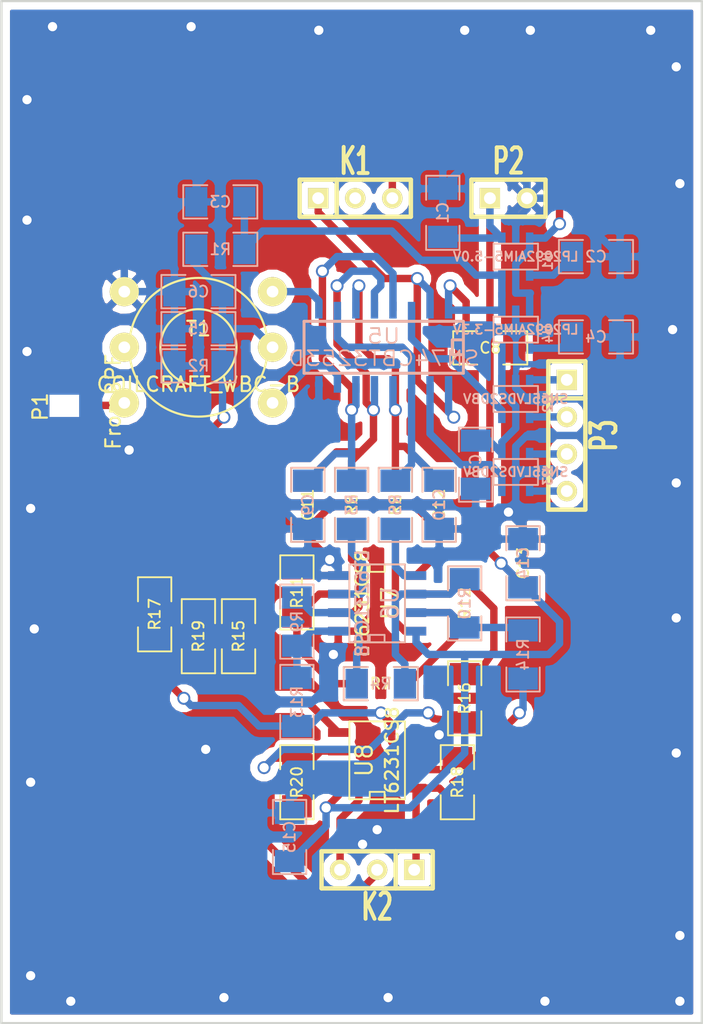
<source format=kicad_pcb>
(kicad_pcb (version 3) (host pcbnew "(2013-03-19 BZR 4004)-stable")

  (general
    (links 109)
    (no_connects 0)
    (area 51.899999 16.924999 100.100001 87.075001)
    (thickness 1.6)
    (drawings 9)
    (tracks 492)
    (zones 0)
    (modules 49)
    (nets 41)
  )

  (page User 129.997 129.997)
  (title_block 
    (title "RX board")
    (rev A)
  )

  (layers
    (15 F.Cu signal)
    (0 B.Cu signal)
    (16 B.Adhes user)
    (17 F.Adhes user)
    (18 B.Paste user)
    (19 F.Paste user)
    (20 B.SilkS user)
    (21 F.SilkS user)
    (22 B.Mask user)
    (23 F.Mask user)
    (24 Dwgs.User user)
    (25 Cmts.User user)
    (26 Eco1.User user)
    (27 Eco2.User user)
    (28 Edge.Cuts user)
  )

  (setup
    (last_trace_width 0.508)
    (trace_clearance 0.254)
    (zone_clearance 0.508)
    (zone_45_only no)
    (trace_min 0.254)
    (segment_width 0.2)
    (edge_width 0.15)
    (via_size 0.889)
    (via_drill 0.635)
    (via_min_size 0.889)
    (via_min_drill 0.508)
    (uvia_size 0.508)
    (uvia_drill 0.127)
    (uvias_allowed no)
    (uvia_min_size 0.508)
    (uvia_min_drill 0.127)
    (pcb_text_width 0.3)
    (pcb_text_size 1 1)
    (mod_edge_width 0.15)
    (mod_text_size 1 1)
    (mod_text_width 0.15)
    (pad_size 1 1)
    (pad_drill 0.6)
    (pad_to_mask_clearance 0)
    (aux_axis_origin 0 0)
    (visible_elements 7FFFFFCF)
    (pcbplotparams
      (layerselection 3178497)
      (usegerberextensions true)
      (excludeedgelayer true)
      (linewidth 152400)
      (plotframeref false)
      (viasonmask false)
      (mode 1)
      (useauxorigin false)
      (hpglpennumber 1)
      (hpglpenspeed 20)
      (hpglpendiameter 15)
      (hpglpenoverlay 2)
      (psnegative false)
      (psa4output false)
      (plotreference true)
      (plotvalue true)
      (plotothertext true)
      (plotinvisibletext false)
      (padsonsilk false)
      (subtractmaskfromsilk false)
      (outputformat 1)
      (mirror false)
      (drillshape 1)
      (scaleselection 1)
      (outputdirectory ""))
  )

  (net 0 "")
  (net 1 +3.3V)
  (net 2 +5V)
  (net 3 /0°)
  (net 4 /180°)
  (net 5 /270°)
  (net 6 /90°)
  (net 7 /AUDIO_I)
  (net 8 /AUDIO_Q)
  (net 9 /TXEN)
  (net 10 /bias)
  (net 11 GND)
  (net 12 N-000001)
  (net 13 N-0000010)
  (net 14 N-0000012)
  (net 15 N-0000013)
  (net 16 N-0000014)
  (net 17 N-0000015)
  (net 18 N-0000016)
  (net 19 N-0000018)
  (net 20 N-0000019)
  (net 21 N-0000020)
  (net 22 N-0000021)
  (net 23 N-0000022)
  (net 24 N-0000023)
  (net 25 N-0000024)
  (net 26 N-0000025)
  (net 27 N-0000027)
  (net 28 N-0000031)
  (net 29 N-0000033)
  (net 30 N-0000034)
  (net 31 N-0000036)
  (net 32 N-0000037)
  (net 33 N-0000038)
  (net 34 N-0000039)
  (net 35 N-0000041)
  (net 36 N-000005)
  (net 37 N-000006)
  (net 38 N-000007)
  (net 39 N-000009)
  (net 40 VCC)

  (net_class Default "This is the default net class."
    (clearance 0.254)
    (trace_width 0.508)
    (via_dia 0.889)
    (via_drill 0.635)
    (uvia_dia 0.508)
    (uvia_drill 0.127)
    (add_net "")
    (add_net +3.3V)
    (add_net +5V)
    (add_net /0°)
    (add_net /180°)
    (add_net /270°)
    (add_net /90°)
    (add_net /AUDIO_I)
    (add_net /AUDIO_Q)
    (add_net /TXEN)
    (add_net /bias)
    (add_net GND)
    (add_net N-000001)
    (add_net N-0000010)
    (add_net N-0000012)
    (add_net N-0000013)
    (add_net N-0000014)
    (add_net N-0000015)
    (add_net N-0000016)
    (add_net N-0000018)
    (add_net N-0000019)
    (add_net N-0000020)
    (add_net N-0000021)
    (add_net N-0000022)
    (add_net N-0000023)
    (add_net N-0000024)
    (add_net N-0000025)
    (add_net N-0000027)
    (add_net N-0000031)
    (add_net N-0000033)
    (add_net N-0000034)
    (add_net N-0000036)
    (add_net N-0000037)
    (add_net N-0000038)
    (add_net N-0000039)
    (add_net N-0000041)
    (add_net N-000005)
    (add_net N-000006)
    (add_net N-000007)
    (add_net N-000009)
    (add_net VCC)
  )

  (module uFL   placed (layer F.Cu) (tedit 514A3F5F) (tstamp 514A3C90)
    (at 56.36 44.69 90)
    (path /4FEE47FB)
    (fp_text reference P1 (at -0.1 -1.7 90) (layer F.SilkS)
      (effects (font (size 1 1) (thickness 0.15)))
    )
    (fp_text value FromBPF (at 0.25 3.3 90) (layer F.SilkS)
      (effects (font (size 1 1) (thickness 0.15)))
    )
    (pad 1 smd rect (at 0 1.5 90) (size 1 1.05)
      (layers F.Cu F.Paste F.Mask)
      (net 28 N-0000031)
    )
    (pad 2 smd rect (at -1.475 0 90) (size 1.05 2.2)
      (layers F.Cu F.Paste F.Mask)
      (net 11 GND)
    )
    (pad 2 smd rect (at 1.475 0 90) (size 1.05 2.2)
      (layers F.Cu F.Paste F.Mask)
      (net 11 GND)
    )
  )

  (module TOROID_37   placed (layer F.Cu) (tedit 5138EA45) (tstamp 514A3C9C)
    (at 65.5 40.71 180)
    (path /50A55A3C)
    (fp_text reference T1 (at 0 1.27 180) (layer F.SilkS)
      (effects (font (size 1 1) (thickness 0.15)))
    )
    (fp_text value COILCRAFT_WBC-B (at 0 -2.54 180) (layer F.SilkS)
      (effects (font (size 1 1) (thickness 0.15)))
    )
    (fp_circle (center 0 0) (end 2.6 0.2) (layer F.SilkS) (width 0.15))
    (fp_circle (center 0 0) (end 4.75 0) (layer F.SilkS) (width 0.15))
    (pad 1 thru_hole circle (at -5.08 -3.81 180) (size 2 2) (drill 0.8)
      (layers *.Cu *.Mask F.SilkS)
      (net 12 N-000001)
    )
    (pad 2 thru_hole circle (at -5.08 0 180) (size 2 2) (drill 0.8)
      (layers *.Cu *.Mask F.SilkS)
      (net 10 /bias)
    )
    (pad 3 thru_hole circle (at -5.08 3.81 180) (size 2 2) (drill 0.8)
      (layers *.Cu *.Mask F.SilkS)
      (net 34 N-0000039)
    )
    (pad 4 thru_hole circle (at 5.08 3.81 180) (size 2 2) (drill 0.8)
      (layers *.Cu *.Mask F.SilkS)
      (net 11 GND)
    )
    (pad 5 thru_hole circle (at 5.08 0 180) (size 2 2) (drill 0.8)
      (layers *.Cu *.Mask F.SilkS)
    )
    (pad 6 thru_hole circle (at 5.08 -3.81 180) (size 2 2) (drill 0.8)
      (layers *.Cu *.Mask F.SilkS)
      (net 28 N-0000031)
    )
  )

  (module SOT23-5   placed (layer B.Cu) (tedit 4ECF78EF) (tstamp 514A3CA9)
    (at 87.25 49.25)
    (path /50CF7A2C)
    (attr smd)
    (fp_text reference U3 (at 2.19964 0.29972 270) (layer B.SilkS)
      (effects (font (size 0.635 0.635) (thickness 0.127)) (justify mirror))
    )
    (fp_text value SN65LVDS2DBV (at 0 0) (layer B.SilkS)
      (effects (font (size 0.635 0.635) (thickness 0.127)) (justify mirror))
    )
    (fp_line (start 1.524 0.889) (end 1.524 -0.889) (layer B.SilkS) (width 0.127))
    (fp_line (start 1.524 -0.889) (end -1.524 -0.889) (layer B.SilkS) (width 0.127))
    (fp_line (start -1.524 -0.889) (end -1.524 0.889) (layer B.SilkS) (width 0.127))
    (fp_line (start -1.524 0.889) (end 1.524 0.889) (layer B.SilkS) (width 0.127))
    (pad 1 smd rect (at -0.9525 -1.27) (size 0.508 0.762)
      (layers B.Cu B.Paste B.Mask)
      (net 1 +3.3V)
    )
    (pad 3 smd rect (at 0.9525 -1.27) (size 0.508 0.762)
      (layers B.Cu B.Paste B.Mask)
      (net 24 N-0000023)
    )
    (pad 5 smd rect (at -0.9525 1.27) (size 0.508 0.762)
      (layers B.Cu B.Paste B.Mask)
      (net 32 N-0000037)
    )
    (pad 2 smd rect (at 0 -1.27) (size 0.508 0.762)
      (layers B.Cu B.Paste B.Mask)
      (net 11 GND)
    )
    (pad 4 smd rect (at 0.9525 1.27) (size 0.508 0.762)
      (layers B.Cu B.Paste B.Mask)
      (net 23 N-0000022)
    )
    (model smd/SOT23_5.wrl
      (at (xyz 0 0 0))
      (scale (xyz 0.1 0.1 0.1))
      (rotate (xyz 0 0 0))
    )
  )

  (module SOT23-5   placed (layer B.Cu) (tedit 4ECF78EF) (tstamp 514A3CB6)
    (at 87.25 44.25)
    (path /50CF7A1F)
    (attr smd)
    (fp_text reference U2 (at 2.19964 0.29972 270) (layer B.SilkS)
      (effects (font (size 0.635 0.635) (thickness 0.127)) (justify mirror))
    )
    (fp_text value SN65LVDS2DBV (at 0 0) (layer B.SilkS)
      (effects (font (size 0.635 0.635) (thickness 0.127)) (justify mirror))
    )
    (fp_line (start 1.524 0.889) (end 1.524 -0.889) (layer B.SilkS) (width 0.127))
    (fp_line (start 1.524 -0.889) (end -1.524 -0.889) (layer B.SilkS) (width 0.127))
    (fp_line (start -1.524 -0.889) (end -1.524 0.889) (layer B.SilkS) (width 0.127))
    (fp_line (start -1.524 0.889) (end 1.524 0.889) (layer B.SilkS) (width 0.127))
    (pad 1 smd rect (at -0.9525 -1.27) (size 0.508 0.762)
      (layers B.Cu B.Paste B.Mask)
      (net 1 +3.3V)
    )
    (pad 3 smd rect (at 0.9525 -1.27) (size 0.508 0.762)
      (layers B.Cu B.Paste B.Mask)
      (net 25 N-0000024)
    )
    (pad 5 smd rect (at -0.9525 1.27) (size 0.508 0.762)
      (layers B.Cu B.Paste B.Mask)
      (net 27 N-0000027)
    )
    (pad 2 smd rect (at 0 -1.27) (size 0.508 0.762)
      (layers B.Cu B.Paste B.Mask)
      (net 11 GND)
    )
    (pad 4 smd rect (at 0.9525 1.27) (size 0.508 0.762)
      (layers B.Cu B.Paste B.Mask)
      (net 26 N-0000025)
    )
    (model smd/SOT23_5.wrl
      (at (xyz 0 0 0))
      (scale (xyz 0.1 0.1 0.1))
      (rotate (xyz 0 0 0))
    )
  )

  (module SOT23-5   placed (layer B.Cu) (tedit 514E154B) (tstamp 514A3CC3)
    (at 87.25 39.5)
    (path /50D461AC)
    (attr smd)
    (fp_text reference U4 (at 2.19964 0.29972 270) (layer B.SilkS)
      (effects (font (size 0.635 0.635) (thickness 0.127)) (justify mirror))
    )
    (fp_text value LP2992AIM5-3.3V (at 0 0) (layer B.SilkS)
      (effects (font (size 0.635 0.635) (thickness 0.127)) (justify mirror))
    )
    (fp_line (start 1.524 0.889) (end 1.524 -0.889) (layer B.SilkS) (width 0.127))
    (fp_line (start 1.524 -0.889) (end -1.524 -0.889) (layer B.SilkS) (width 0.127))
    (fp_line (start -1.524 -0.889) (end -1.524 0.889) (layer B.SilkS) (width 0.127))
    (fp_line (start -1.524 0.889) (end 1.524 0.889) (layer B.SilkS) (width 0.127))
    (pad 1 smd rect (at -0.9525 -1.27) (size 0.508 0.762)
      (layers B.Cu B.Paste B.Mask)
      (net 2 +5V)
    )
    (pad 3 smd rect (at 0.9525 -1.27) (size 0.508 0.762)
      (layers B.Cu B.Paste B.Mask)
      (net 33 N-0000038)
    )
    (pad 5 smd rect (at -0.9525 1.27) (size 0.508 0.762)
      (layers B.Cu B.Paste B.Mask)
      (net 1 +3.3V)
    )
    (pad 2 smd rect (at 0 -1.27) (size 0.508 0.762)
      (layers B.Cu B.Paste B.Mask)
      (net 11 GND)
    )
    (pad 4 smd rect (at 0.9525 1.27) (size 0.508 0.762)
      (layers B.Cu B.Paste B.Mask)
      (net 35 N-0000041)
    )
    (model smd/SOT23_5.wrl
      (at (xyz 0 0 0))
      (scale (xyz 0.1 0.1 0.1))
      (rotate (xyz 0 0 0))
    )
  )

  (module SOT23-5   placed (layer B.Cu) (tedit 514E1529) (tstamp 514A3CD0)
    (at 87.25 34.5)
    (path /508B2B52)
    (attr smd)
    (fp_text reference U1 (at 2.19964 0.29972 270) (layer B.SilkS)
      (effects (font (size 0.635 0.635) (thickness 0.127)) (justify mirror))
    )
    (fp_text value LP2992AIM5-5.0V (at 0 0) (layer B.SilkS)
      (effects (font (size 0.635 0.635) (thickness 0.127)) (justify mirror))
    )
    (fp_line (start 1.524 0.889) (end 1.524 -0.889) (layer B.SilkS) (width 0.127))
    (fp_line (start 1.524 -0.889) (end -1.524 -0.889) (layer B.SilkS) (width 0.127))
    (fp_line (start -1.524 -0.889) (end -1.524 0.889) (layer B.SilkS) (width 0.127))
    (fp_line (start -1.524 0.889) (end 1.524 0.889) (layer B.SilkS) (width 0.127))
    (pad 1 smd rect (at -0.9525 -1.27) (size 0.508 0.762)
      (layers B.Cu B.Paste B.Mask)
      (net 40 VCC)
    )
    (pad 3 smd rect (at 0.9525 -1.27) (size 0.508 0.762)
      (layers B.Cu B.Paste B.Mask)
      (net 33 N-0000038)
    )
    (pad 5 smd rect (at -0.9525 1.27) (size 0.508 0.762)
      (layers B.Cu B.Paste B.Mask)
      (net 2 +5V)
    )
    (pad 2 smd rect (at 0 -1.27) (size 0.508 0.762)
      (layers B.Cu B.Paste B.Mask)
      (net 11 GND)
    )
    (pad 4 smd rect (at 0.9525 1.27) (size 0.508 0.762)
      (layers B.Cu B.Paste B.Mask)
      (net 17 N-0000015)
    )
    (model smd/SOT23_5.wrl
      (at (xyz 0 0 0))
      (scale (xyz 0.1 0.1 0.1))
      (rotate (xyz 0 0 0))
    )
  )

  (module SO8E   placed (layer B.Cu) (tedit 4F33A5C7) (tstamp 514A3CE4)
    (at 77.75 58.25 90)
    (descr "module CMS SOJ 8 pins etroit")
    (tags "CMS SOJ")
    (path /50A5597D)
    (attr smd)
    (fp_text reference U6 (at 0 0.889 90) (layer B.SilkS)
      (effects (font (size 1.143 1.143) (thickness 0.1524)) (justify mirror))
    )
    (fp_text value LT6231CS8 (at 0 -1.016 90) (layer B.SilkS)
      (effects (font (size 0.889 0.889) (thickness 0.1524)) (justify mirror))
    )
    (fp_line (start -2.667 -1.778) (end -2.667 -1.905) (layer B.SilkS) (width 0.127))
    (fp_line (start -2.667 -1.905) (end 2.667 -1.905) (layer B.SilkS) (width 0.127))
    (fp_line (start 2.667 1.905) (end -2.667 1.905) (layer B.SilkS) (width 0.127))
    (fp_line (start -2.667 1.905) (end -2.667 -1.778) (layer B.SilkS) (width 0.127))
    (fp_line (start -2.667 0.508) (end -2.159 0.508) (layer B.SilkS) (width 0.127))
    (fp_line (start -2.159 0.508) (end -2.159 -0.508) (layer B.SilkS) (width 0.127))
    (fp_line (start -2.159 -0.508) (end -2.667 -0.508) (layer B.SilkS) (width 0.127))
    (fp_line (start 2.667 1.905) (end 2.667 -1.905) (layer B.SilkS) (width 0.127))
    (pad 8 smd rect (at -1.905 2.667 90) (size 0.59944 1.39954)
      (layers B.Cu B.Paste B.Mask)
      (net 40 VCC)
    )
    (pad 1 smd rect (at -1.905 -2.667 90) (size 0.59944 1.39954)
      (layers B.Cu B.Paste B.Mask)
      (net 20 N-0000019)
    )
    (pad 7 smd rect (at -0.635 2.667 90) (size 0.59944 1.39954)
      (layers B.Cu B.Paste B.Mask)
      (net 16 N-0000014)
    )
    (pad 6 smd rect (at 0.635 2.667 90) (size 0.59944 1.39954)
      (layers B.Cu B.Paste B.Mask)
      (net 18 N-0000016)
    )
    (pad 5 smd rect (at 1.905 2.667 90) (size 0.59944 1.39954)
      (layers B.Cu B.Paste B.Mask)
      (net 14 N-0000012)
    )
    (pad 2 smd rect (at -0.635 -2.667 90) (size 0.59944 1.39954)
      (layers B.Cu B.Paste B.Mask)
      (net 22 N-0000021)
    )
    (pad 3 smd rect (at 0.635 -2.667 90) (size 0.59944 1.39954)
      (layers B.Cu B.Paste B.Mask)
      (net 19 N-0000018)
    )
    (pad 4 smd rect (at 1.905 -2.667 90) (size 0.59944 1.39954)
      (layers B.Cu B.Paste B.Mask)
      (net 11 GND)
    )
    (model smd/cms_so8.wrl
      (at (xyz 0 0 0))
      (scale (xyz 0.5 0.32 0.5))
      (rotate (xyz 0 0 0))
    )
  )

  (module SO8E   placed (layer F.Cu) (tedit 4F33A5C7) (tstamp 514A3CF8)
    (at 77.75 69 90)
    (descr "module CMS SOJ 8 pins etroit")
    (tags "CMS SOJ")
    (path /50A55977)
    (attr smd)
    (fp_text reference U8 (at 0 -0.889 90) (layer F.SilkS)
      (effects (font (size 1.143 1.143) (thickness 0.1524)))
    )
    (fp_text value LT6231CS8 (at 0 1.016 90) (layer F.SilkS)
      (effects (font (size 0.889 0.889) (thickness 0.1524)))
    )
    (fp_line (start -2.667 1.778) (end -2.667 1.905) (layer F.SilkS) (width 0.127))
    (fp_line (start -2.667 1.905) (end 2.667 1.905) (layer F.SilkS) (width 0.127))
    (fp_line (start 2.667 -1.905) (end -2.667 -1.905) (layer F.SilkS) (width 0.127))
    (fp_line (start -2.667 -1.905) (end -2.667 1.778) (layer F.SilkS) (width 0.127))
    (fp_line (start -2.667 -0.508) (end -2.159 -0.508) (layer F.SilkS) (width 0.127))
    (fp_line (start -2.159 -0.508) (end -2.159 0.508) (layer F.SilkS) (width 0.127))
    (fp_line (start -2.159 0.508) (end -2.667 0.508) (layer F.SilkS) (width 0.127))
    (fp_line (start 2.667 -1.905) (end 2.667 1.905) (layer F.SilkS) (width 0.127))
    (pad 8 smd rect (at -1.905 -2.667 90) (size 0.59944 1.39954)
      (layers F.Cu F.Paste F.Mask)
      (net 40 VCC)
    )
    (pad 1 smd rect (at -1.905 2.667 90) (size 0.59944 1.39954)
      (layers F.Cu F.Paste F.Mask)
      (net 7 /AUDIO_I)
    )
    (pad 7 smd rect (at -0.635 -2.667 90) (size 0.59944 1.39954)
      (layers F.Cu F.Paste F.Mask)
      (net 8 /AUDIO_Q)
    )
    (pad 6 smd rect (at 0.635 -2.667 90) (size 0.59944 1.39954)
      (layers F.Cu F.Paste F.Mask)
      (net 36 N-000005)
    )
    (pad 5 smd rect (at 1.905 -2.667 90) (size 0.59944 1.39954)
      (layers F.Cu F.Paste F.Mask)
      (net 37 N-000006)
    )
    (pad 2 smd rect (at -0.635 2.667 90) (size 0.59944 1.39954)
      (layers F.Cu F.Paste F.Mask)
      (net 21 N-0000020)
    )
    (pad 3 smd rect (at 0.635 2.667 90) (size 0.59944 1.39954)
      (layers F.Cu F.Paste F.Mask)
      (net 15 N-0000013)
    )
    (pad 4 smd rect (at 1.905 2.667 90) (size 0.59944 1.39954)
      (layers F.Cu F.Paste F.Mask)
      (net 11 GND)
    )
    (model smd/cms_so8.wrl
      (at (xyz 0 0 0))
      (scale (xyz 0.5 0.32 0.5))
      (rotate (xyz 0 0 0))
    )
  )

  (module SO8E   placed (layer F.Cu) (tedit 4F33A5C7) (tstamp 514A3D0C)
    (at 77.75 58.25 270)
    (descr "module CMS SOJ 8 pins etroit")
    (tags "CMS SOJ")
    (path /50A55A04)
    (attr smd)
    (fp_text reference U7 (at 0 -0.889 270) (layer F.SilkS)
      (effects (font (size 1.143 1.143) (thickness 0.1524)))
    )
    (fp_text value LT6231CS8 (at 0 1.016 270) (layer F.SilkS)
      (effects (font (size 0.889 0.889) (thickness 0.1524)))
    )
    (fp_line (start -2.667 1.778) (end -2.667 1.905) (layer F.SilkS) (width 0.127))
    (fp_line (start -2.667 1.905) (end 2.667 1.905) (layer F.SilkS) (width 0.127))
    (fp_line (start 2.667 -1.905) (end -2.667 -1.905) (layer F.SilkS) (width 0.127))
    (fp_line (start -2.667 -1.905) (end -2.667 1.778) (layer F.SilkS) (width 0.127))
    (fp_line (start -2.667 -0.508) (end -2.159 -0.508) (layer F.SilkS) (width 0.127))
    (fp_line (start -2.159 -0.508) (end -2.159 0.508) (layer F.SilkS) (width 0.127))
    (fp_line (start -2.159 0.508) (end -2.667 0.508) (layer F.SilkS) (width 0.127))
    (fp_line (start 2.667 -1.905) (end 2.667 1.905) (layer F.SilkS) (width 0.127))
    (pad 8 smd rect (at -1.905 -2.667 270) (size 0.59944 1.39954)
      (layers F.Cu F.Paste F.Mask)
      (net 40 VCC)
    )
    (pad 1 smd rect (at -1.905 2.667 270) (size 0.59944 1.39954)
      (layers F.Cu F.Paste F.Mask)
      (net 39 N-000009)
    )
    (pad 7 smd rect (at -0.635 -2.667 270) (size 0.59944 1.39954)
      (layers F.Cu F.Paste F.Mask)
      (net 13 N-0000010)
    )
    (pad 6 smd rect (at 0.635 -2.667 270) (size 0.59944 1.39954)
      (layers F.Cu F.Paste F.Mask)
      (net 38 N-000007)
    )
    (pad 5 smd rect (at 1.905 -2.667 270) (size 0.59944 1.39954)
      (layers F.Cu F.Paste F.Mask)
      (net 29 N-0000033)
    )
    (pad 2 smd rect (at -0.635 2.667 270) (size 0.59944 1.39954)
      (layers F.Cu F.Paste F.Mask)
      (net 31 N-0000036)
    )
    (pad 3 smd rect (at 0.635 2.667 270) (size 0.59944 1.39954)
      (layers F.Cu F.Paste F.Mask)
      (net 30 N-0000034)
    )
    (pad 4 smd rect (at 1.905 2.667 270) (size 0.59944 1.39954)
      (layers F.Cu F.Paste F.Mask)
      (net 11 GND)
    )
    (model smd/cms_so8.wrl
      (at (xyz 0 0 0))
      (scale (xyz 0.5 0.32 0.5))
      (rotate (xyz 0 0 0))
    )
  )

  (module SO16E   placed (layer B.Cu) (tedit 4280700D) (tstamp 514A3D27)
    (at 78.2 40.71 180)
    (descr "Module CMS SOJ 16 pins etroit")
    (tags "CMS SOJ")
    (path /50A559AB)
    (attr smd)
    (fp_text reference U5 (at 0 0.762 180) (layer B.SilkS)
      (effects (font (size 1.016 1.143) (thickness 0.127)) (justify mirror))
    )
    (fp_text value SN74CBT3253D (at 0 -0.762 180) (layer B.SilkS)
      (effects (font (size 1.016 1.143) (thickness 0.127)) (justify mirror))
    )
    (fp_line (start -5.461 1.778) (end 5.461 1.778) (layer B.SilkS) (width 0.2032))
    (fp_line (start 5.461 1.778) (end 5.461 -1.778) (layer B.SilkS) (width 0.2032))
    (fp_line (start 5.461 -1.778) (end -5.461 -1.778) (layer B.SilkS) (width 0.2032))
    (fp_line (start -5.461 -1.778) (end -5.461 1.778) (layer B.SilkS) (width 0.2032))
    (fp_line (start -5.461 0.508) (end -4.699 0.508) (layer B.SilkS) (width 0.2032))
    (fp_line (start -4.699 0.508) (end -4.699 -0.508) (layer B.SilkS) (width 0.2032))
    (fp_line (start -4.699 -0.508) (end -5.461 -0.508) (layer B.SilkS) (width 0.2032))
    (pad 1 smd rect (at -4.445 -2.54 180) (size 0.508 1.143)
      (layers B.Cu B.Paste B.Mask)
      (net 9 /TXEN)
    )
    (pad 2 smd rect (at -3.175 -2.54 180) (size 0.508 1.143)
      (layers B.Cu B.Paste B.Mask)
      (net 32 N-0000037)
    )
    (pad 3 smd rect (at -1.905 -2.54 180) (size 0.508 1.143)
      (layers B.Cu B.Paste B.Mask)
      (net 4 /180°)
    )
    (pad 4 smd rect (at -0.635 -2.54 180) (size 0.508 1.143)
      (layers B.Cu B.Paste B.Mask)
      (net 5 /270°)
    )
    (pad 5 smd rect (at 0.635 -2.54 180) (size 0.508 1.143)
      (layers B.Cu B.Paste B.Mask)
      (net 6 /90°)
    )
    (pad 6 smd rect (at 1.905 -2.54 180) (size 0.508 1.143)
      (layers B.Cu B.Paste B.Mask)
      (net 3 /0°)
    )
    (pad 7 smd rect (at 3.175 -2.54 180) (size 0.508 1.143)
      (layers B.Cu B.Paste B.Mask)
      (net 12 N-000001)
    )
    (pad 8 smd rect (at 4.445 -2.54 180) (size 0.508 1.143)
      (layers B.Cu B.Paste B.Mask)
      (net 11 GND)
    )
    (pad 9 smd rect (at 4.445 2.54 180) (size 0.508 1.143)
      (layers B.Cu B.Paste B.Mask)
      (net 34 N-0000039)
    )
    (pad 10 smd rect (at 3.175 2.54 180) (size 0.508 1.143)
      (layers B.Cu B.Paste B.Mask)
      (net 4 /180°)
    )
    (pad 11 smd rect (at 1.905 2.54 180) (size 0.508 1.143)
      (layers B.Cu B.Paste B.Mask)
      (net 5 /270°)
    )
    (pad 12 smd rect (at 0.635 2.54 180) (size 0.508 1.143)
      (layers B.Cu B.Paste B.Mask)
      (net 6 /90°)
    )
    (pad 13 smd rect (at -0.635 2.54 180) (size 0.508 1.143)
      (layers B.Cu B.Paste B.Mask)
      (net 3 /0°)
    )
    (pad 14 smd rect (at -1.905 2.54 180) (size 0.508 1.143)
      (layers B.Cu B.Paste B.Mask)
      (net 27 N-0000027)
    )
    (pad 15 smd rect (at -3.175 2.54 180) (size 0.508 1.143)
      (layers B.Cu B.Paste B.Mask)
      (net 9 /TXEN)
    )
    (pad 16 smd rect (at -4.445 2.54 180) (size 0.508 1.143)
      (layers B.Cu B.Paste B.Mask)
      (net 2 +5V)
    )
    (model smd/cms_so16.wrl
      (at (xyz 0 0 0))
      (scale (xyz 0.5 0.3 0.5))
      (rotate (xyz 0 0 0))
    )
  )

  (module SM1206   placed (layer F.Cu) (tedit 42806E24) (tstamp 514A3D33)
    (at 73 51.5 270)
    (path /50A55A0A)
    (attr smd)
    (fp_text reference C11 (at 0 0 270) (layer F.SilkS)
      (effects (font (size 0.762 0.762) (thickness 0.127)))
    )
    (fp_text value 820n (at 0 0 270) (layer F.SilkS) hide
      (effects (font (size 0.762 0.762) (thickness 0.127)))
    )
    (fp_line (start -2.54 -1.143) (end -2.54 1.143) (layer F.SilkS) (width 0.127))
    (fp_line (start -2.54 1.143) (end -0.889 1.143) (layer F.SilkS) (width 0.127))
    (fp_line (start 0.889 -1.143) (end 2.54 -1.143) (layer F.SilkS) (width 0.127))
    (fp_line (start 2.54 -1.143) (end 2.54 1.143) (layer F.SilkS) (width 0.127))
    (fp_line (start 2.54 1.143) (end 0.889 1.143) (layer F.SilkS) (width 0.127))
    (fp_line (start -0.889 -1.143) (end -2.54 -1.143) (layer F.SilkS) (width 0.127))
    (pad 1 smd rect (at -1.651 0 270) (size 1.524 2.032)
      (layers F.Cu F.Paste F.Mask)
      (net 6 /90°)
    )
    (pad 2 smd rect (at 1.651 0 270) (size 1.524 2.032)
      (layers F.Cu F.Paste F.Mask)
      (net 11 GND)
    )
    (model smd/chip_cms.wrl
      (at (xyz 0 0 0))
      (scale (xyz 0.17 0.16 0.16))
      (rotate (xyz 0 0 0))
    )
  )

  (module SM1206   placed (layer F.Cu) (tedit 42806E24) (tstamp 514A3D3F)
    (at 85.5 40.75)
    (path /50A559B1)
    (attr smd)
    (fp_text reference C8 (at 0 0) (layer F.SilkS)
      (effects (font (size 0.762 0.762) (thickness 0.127)))
    )
    (fp_text value 100n (at 0 0) (layer F.SilkS) hide
      (effects (font (size 0.762 0.762) (thickness 0.127)))
    )
    (fp_line (start -2.54 -1.143) (end -2.54 1.143) (layer F.SilkS) (width 0.127))
    (fp_line (start -2.54 1.143) (end -0.889 1.143) (layer F.SilkS) (width 0.127))
    (fp_line (start 0.889 -1.143) (end 2.54 -1.143) (layer F.SilkS) (width 0.127))
    (fp_line (start 2.54 -1.143) (end 2.54 1.143) (layer F.SilkS) (width 0.127))
    (fp_line (start 2.54 1.143) (end 0.889 1.143) (layer F.SilkS) (width 0.127))
    (fp_line (start -0.889 -1.143) (end -2.54 -1.143) (layer F.SilkS) (width 0.127))
    (pad 1 smd rect (at -1.651 0) (size 1.524 2.032)
      (layers F.Cu F.Paste F.Mask)
      (net 2 +5V)
    )
    (pad 2 smd rect (at 1.651 0) (size 1.524 2.032)
      (layers F.Cu F.Paste F.Mask)
      (net 11 GND)
    )
    (model smd/chip_cms.wrl
      (at (xyz 0 0 0))
      (scale (xyz 0.17 0.16 0.16))
      (rotate (xyz 0 0 0))
    )
  )

  (module SM1206   placed (layer F.Cu) (tedit 42806E24) (tstamp 514A3D4B)
    (at 72.25 70.5 270)
    (path /50A559D4)
    (attr smd)
    (fp_text reference R20 (at 0 0 270) (layer F.SilkS)
      (effects (font (size 0.762 0.762) (thickness 0.127)))
    )
    (fp_text value 1k (at 0 0 270) (layer F.SilkS) hide
      (effects (font (size 0.762 0.762) (thickness 0.127)))
    )
    (fp_line (start -2.54 -1.143) (end -2.54 1.143) (layer F.SilkS) (width 0.127))
    (fp_line (start -2.54 1.143) (end -0.889 1.143) (layer F.SilkS) (width 0.127))
    (fp_line (start 0.889 -1.143) (end 2.54 -1.143) (layer F.SilkS) (width 0.127))
    (fp_line (start 2.54 -1.143) (end 2.54 1.143) (layer F.SilkS) (width 0.127))
    (fp_line (start 2.54 1.143) (end 0.889 1.143) (layer F.SilkS) (width 0.127))
    (fp_line (start -0.889 -1.143) (end -2.54 -1.143) (layer F.SilkS) (width 0.127))
    (pad 1 smd rect (at -1.651 0 270) (size 1.524 2.032)
      (layers F.Cu F.Paste F.Mask)
      (net 36 N-000005)
    )
    (pad 2 smd rect (at 1.651 0 270) (size 1.524 2.032)
      (layers F.Cu F.Paste F.Mask)
      (net 8 /AUDIO_Q)
    )
    (model smd/chip_cms.wrl
      (at (xyz 0 0 0))
      (scale (xyz 0.17 0.16 0.16))
      (rotate (xyz 0 0 0))
    )
  )

  (module SM1206   placed (layer F.Cu) (tedit 42806E24) (tstamp 514A3D57)
    (at 83.75 64.75 270)
    (path /50A559DA)
    (attr smd)
    (fp_text reference R16 (at 0 0 270) (layer F.SilkS)
      (effects (font (size 0.762 0.762) (thickness 0.127)))
    )
    (fp_text value 100 (at 0 0 270) (layer F.SilkS) hide
      (effects (font (size 0.762 0.762) (thickness 0.127)))
    )
    (fp_line (start -2.54 -1.143) (end -2.54 1.143) (layer F.SilkS) (width 0.127))
    (fp_line (start -2.54 1.143) (end -0.889 1.143) (layer F.SilkS) (width 0.127))
    (fp_line (start 0.889 -1.143) (end 2.54 -1.143) (layer F.SilkS) (width 0.127))
    (fp_line (start 2.54 -1.143) (end 2.54 1.143) (layer F.SilkS) (width 0.127))
    (fp_line (start 2.54 1.143) (end 0.889 1.143) (layer F.SilkS) (width 0.127))
    (fp_line (start -0.889 -1.143) (end -2.54 -1.143) (layer F.SilkS) (width 0.127))
    (pad 1 smd rect (at -1.651 0 270) (size 1.524 2.032)
      (layers F.Cu F.Paste F.Mask)
      (net 13 N-0000010)
    )
    (pad 2 smd rect (at 1.651 0 270) (size 1.524 2.032)
      (layers F.Cu F.Paste F.Mask)
      (net 36 N-000005)
    )
    (model smd/chip_cms.wrl
      (at (xyz 0 0 0))
      (scale (xyz 0.17 0.16 0.16))
      (rotate (xyz 0 0 0))
    )
  )

  (module SM1206   placed (layer F.Cu) (tedit 42806E24) (tstamp 514A3D63)
    (at 65.5 60.5 90)
    (path /50A559E0)
    (attr smd)
    (fp_text reference R19 (at 0 0 90) (layer F.SilkS)
      (effects (font (size 0.762 0.762) (thickness 0.127)))
    )
    (fp_text value 1k (at 0 0 90) (layer F.SilkS) hide
      (effects (font (size 0.762 0.762) (thickness 0.127)))
    )
    (fp_line (start -2.54 -1.143) (end -2.54 1.143) (layer F.SilkS) (width 0.127))
    (fp_line (start -2.54 1.143) (end -0.889 1.143) (layer F.SilkS) (width 0.127))
    (fp_line (start 0.889 -1.143) (end 2.54 -1.143) (layer F.SilkS) (width 0.127))
    (fp_line (start 2.54 -1.143) (end 2.54 1.143) (layer F.SilkS) (width 0.127))
    (fp_line (start 2.54 1.143) (end 0.889 1.143) (layer F.SilkS) (width 0.127))
    (fp_line (start -0.889 -1.143) (end -2.54 -1.143) (layer F.SilkS) (width 0.127))
    (pad 1 smd rect (at -1.651 0 90) (size 1.524 2.032)
      (layers F.Cu F.Paste F.Mask)
      (net 37 N-000006)
    )
    (pad 2 smd rect (at 1.651 0 90) (size 1.524 2.032)
      (layers F.Cu F.Paste F.Mask)
      (net 10 /bias)
    )
    (model smd/chip_cms.wrl
      (at (xyz 0 0 0))
      (scale (xyz 0.17 0.16 0.16))
      (rotate (xyz 0 0 0))
    )
  )

  (module SM1206   placed (layer F.Cu) (tedit 42806E24) (tstamp 514A3D6F)
    (at 68.25 60.5 270)
    (path /50A559E6)
    (attr smd)
    (fp_text reference R15 (at 0 0 270) (layer F.SilkS)
      (effects (font (size 0.762 0.762) (thickness 0.127)))
    )
    (fp_text value 100 (at 0 0 270) (layer F.SilkS) hide
      (effects (font (size 0.762 0.762) (thickness 0.127)))
    )
    (fp_line (start -2.54 -1.143) (end -2.54 1.143) (layer F.SilkS) (width 0.127))
    (fp_line (start -2.54 1.143) (end -0.889 1.143) (layer F.SilkS) (width 0.127))
    (fp_line (start 0.889 -1.143) (end 2.54 -1.143) (layer F.SilkS) (width 0.127))
    (fp_line (start 2.54 -1.143) (end 2.54 1.143) (layer F.SilkS) (width 0.127))
    (fp_line (start 2.54 1.143) (end 0.889 1.143) (layer F.SilkS) (width 0.127))
    (fp_line (start -0.889 -1.143) (end -2.54 -1.143) (layer F.SilkS) (width 0.127))
    (pad 1 smd rect (at -1.651 0 270) (size 1.524 2.032)
      (layers F.Cu F.Paste F.Mask)
      (net 39 N-000009)
    )
    (pad 2 smd rect (at 1.651 0 270) (size 1.524 2.032)
      (layers F.Cu F.Paste F.Mask)
      (net 37 N-000006)
    )
    (model smd/chip_cms.wrl
      (at (xyz 0 0 0))
      (scale (xyz 0.17 0.16 0.16))
      (rotate (xyz 0 0 0))
    )
  )

  (module SM1206   placed (layer F.Cu) (tedit 42806E24) (tstamp 514A3D7B)
    (at 78 63.75)
    (path /50A559EC)
    (attr smd)
    (fp_text reference R7 (at 0 0) (layer F.SilkS)
      (effects (font (size 0.762 0.762) (thickness 0.127)))
    )
    (fp_text value 2k (at 0 0) (layer F.SilkS) hide
      (effects (font (size 0.762 0.762) (thickness 0.127)))
    )
    (fp_line (start -2.54 -1.143) (end -2.54 1.143) (layer F.SilkS) (width 0.127))
    (fp_line (start -2.54 1.143) (end -0.889 1.143) (layer F.SilkS) (width 0.127))
    (fp_line (start 0.889 -1.143) (end 2.54 -1.143) (layer F.SilkS) (width 0.127))
    (fp_line (start 2.54 -1.143) (end 2.54 1.143) (layer F.SilkS) (width 0.127))
    (fp_line (start 2.54 1.143) (end 0.889 1.143) (layer F.SilkS) (width 0.127))
    (fp_line (start -0.889 -1.143) (end -2.54 -1.143) (layer F.SilkS) (width 0.127))
    (pad 1 smd rect (at -1.651 0) (size 1.524 2.032)
      (layers F.Cu F.Paste F.Mask)
      (net 31 N-0000036)
    )
    (pad 2 smd rect (at 1.651 0) (size 1.524 2.032)
      (layers F.Cu F.Paste F.Mask)
      (net 38 N-000007)
    )
    (model smd/chip_cms.wrl
      (at (xyz 0 0 0))
      (scale (xyz 0.17 0.16 0.16))
      (rotate (xyz 0 0 0))
    )
  )

  (module SM1206   placed (layer F.Cu) (tedit 42806E24) (tstamp 514A3D87)
    (at 83.75 58.25 90)
    (path /50A559F2)
    (attr smd)
    (fp_text reference R12 (at 0 0 90) (layer F.SilkS)
      (effects (font (size 0.762 0.762) (thickness 0.127)))
    )
    (fp_text value 10k (at 0 0 90) (layer F.SilkS) hide
      (effects (font (size 0.762 0.762) (thickness 0.127)))
    )
    (fp_line (start -2.54 -1.143) (end -2.54 1.143) (layer F.SilkS) (width 0.127))
    (fp_line (start -2.54 1.143) (end -0.889 1.143) (layer F.SilkS) (width 0.127))
    (fp_line (start 0.889 -1.143) (end 2.54 -1.143) (layer F.SilkS) (width 0.127))
    (fp_line (start 2.54 -1.143) (end 2.54 1.143) (layer F.SilkS) (width 0.127))
    (fp_line (start 2.54 1.143) (end 0.889 1.143) (layer F.SilkS) (width 0.127))
    (fp_line (start -0.889 -1.143) (end -2.54 -1.143) (layer F.SilkS) (width 0.127))
    (pad 1 smd rect (at -1.651 0 90) (size 1.524 2.032)
      (layers F.Cu F.Paste F.Mask)
      (net 38 N-000007)
    )
    (pad 2 smd rect (at 1.651 0 90) (size 1.524 2.032)
      (layers F.Cu F.Paste F.Mask)
      (net 13 N-0000010)
    )
    (model smd/chip_cms.wrl
      (at (xyz 0 0 0))
      (scale (xyz 0.17 0.16 0.16))
      (rotate (xyz 0 0 0))
    )
  )

  (module SM1206   placed (layer F.Cu) (tedit 42806E24) (tstamp 514A3D93)
    (at 72.25 57.5 270)
    (path /50A559F8)
    (attr smd)
    (fp_text reference R11 (at 0 0 270) (layer F.SilkS)
      (effects (font (size 0.762 0.762) (thickness 0.127)))
    )
    (fp_text value 10k (at 0 0 270) (layer F.SilkS) hide
      (effects (font (size 0.762 0.762) (thickness 0.127)))
    )
    (fp_line (start -2.54 -1.143) (end -2.54 1.143) (layer F.SilkS) (width 0.127))
    (fp_line (start -2.54 1.143) (end -0.889 1.143) (layer F.SilkS) (width 0.127))
    (fp_line (start 0.889 -1.143) (end 2.54 -1.143) (layer F.SilkS) (width 0.127))
    (fp_line (start 2.54 -1.143) (end 2.54 1.143) (layer F.SilkS) (width 0.127))
    (fp_line (start 2.54 1.143) (end 0.889 1.143) (layer F.SilkS) (width 0.127))
    (fp_line (start -0.889 -1.143) (end -2.54 -1.143) (layer F.SilkS) (width 0.127))
    (pad 1 smd rect (at -1.651 0 270) (size 1.524 2.032)
      (layers F.Cu F.Paste F.Mask)
      (net 39 N-000009)
    )
    (pad 2 smd rect (at 1.651 0 270) (size 1.524 2.032)
      (layers F.Cu F.Paste F.Mask)
      (net 31 N-0000036)
    )
    (model smd/chip_cms.wrl
      (at (xyz 0 0 0))
      (scale (xyz 0.17 0.16 0.16))
      (rotate (xyz 0 0 0))
    )
  )

  (module SM1206   placed (layer F.Cu) (tedit 42806E24) (tstamp 514A3D9F)
    (at 79 51.5 270)
    (path /50E0A888)
    (attr smd)
    (fp_text reference R8 (at 0 0 270) (layer F.SilkS)
      (effects (font (size 0.762 0.762) (thickness 0.127)))
    )
    (fp_text value 833 (at 0 0 270) (layer F.SilkS) hide
      (effects (font (size 0.762 0.762) (thickness 0.127)))
    )
    (fp_line (start -2.54 -1.143) (end -2.54 1.143) (layer F.SilkS) (width 0.127))
    (fp_line (start -2.54 1.143) (end -0.889 1.143) (layer F.SilkS) (width 0.127))
    (fp_line (start 0.889 -1.143) (end 2.54 -1.143) (layer F.SilkS) (width 0.127))
    (fp_line (start 2.54 -1.143) (end 2.54 1.143) (layer F.SilkS) (width 0.127))
    (fp_line (start 2.54 1.143) (end 0.889 1.143) (layer F.SilkS) (width 0.127))
    (fp_line (start -0.889 -1.143) (end -2.54 -1.143) (layer F.SilkS) (width 0.127))
    (pad 1 smd rect (at -1.651 0 270) (size 1.524 2.032)
      (layers F.Cu F.Paste F.Mask)
      (net 5 /270°)
    )
    (pad 2 smd rect (at 1.651 0 270) (size 1.524 2.032)
      (layers F.Cu F.Paste F.Mask)
      (net 29 N-0000033)
    )
    (model smd/chip_cms.wrl
      (at (xyz 0 0 0))
      (scale (xyz 0.17 0.16 0.16))
      (rotate (xyz 0 0 0))
    )
  )

  (module SM1206   placed (layer F.Cu) (tedit 42806E24) (tstamp 514A3DAB)
    (at 82 51.5 270)
    (path /50A55A10)
    (attr smd)
    (fp_text reference C12 (at 0 0 270) (layer F.SilkS)
      (effects (font (size 0.762 0.762) (thickness 0.127)))
    )
    (fp_text value 820n (at 0 0 270) (layer F.SilkS) hide
      (effects (font (size 0.762 0.762) (thickness 0.127)))
    )
    (fp_line (start -2.54 -1.143) (end -2.54 1.143) (layer F.SilkS) (width 0.127))
    (fp_line (start -2.54 1.143) (end -0.889 1.143) (layer F.SilkS) (width 0.127))
    (fp_line (start 0.889 -1.143) (end 2.54 -1.143) (layer F.SilkS) (width 0.127))
    (fp_line (start 2.54 -1.143) (end 2.54 1.143) (layer F.SilkS) (width 0.127))
    (fp_line (start 2.54 1.143) (end 0.889 1.143) (layer F.SilkS) (width 0.127))
    (fp_line (start -0.889 -1.143) (end -2.54 -1.143) (layer F.SilkS) (width 0.127))
    (pad 1 smd rect (at -1.651 0 270) (size 1.524 2.032)
      (layers F.Cu F.Paste F.Mask)
      (net 5 /270°)
    )
    (pad 2 smd rect (at 1.651 0 270) (size 1.524 2.032)
      (layers F.Cu F.Paste F.Mask)
      (net 11 GND)
    )
    (model smd/chip_cms.wrl
      (at (xyz 0 0 0))
      (scale (xyz 0.17 0.16 0.16))
      (rotate (xyz 0 0 0))
    )
  )

  (module SM1206   placed (layer B.Cu) (tedit 42806E24) (tstamp 514A3DB7)
    (at 87.75 55.5 90)
    (path /50A55A30)
    (attr smd)
    (fp_text reference C14 (at 0 0 90) (layer B.SilkS)
      (effects (font (size 0.762 0.762) (thickness 0.127)) (justify mirror))
    )
    (fp_text value 100n (at 0 0 90) (layer B.SilkS) hide
      (effects (font (size 0.762 0.762) (thickness 0.127)) (justify mirror))
    )
    (fp_line (start -2.54 1.143) (end -2.54 -1.143) (layer B.SilkS) (width 0.127))
    (fp_line (start -2.54 -1.143) (end -0.889 -1.143) (layer B.SilkS) (width 0.127))
    (fp_line (start 0.889 1.143) (end 2.54 1.143) (layer B.SilkS) (width 0.127))
    (fp_line (start 2.54 1.143) (end 2.54 -1.143) (layer B.SilkS) (width 0.127))
    (fp_line (start 2.54 -1.143) (end 0.889 -1.143) (layer B.SilkS) (width 0.127))
    (fp_line (start -0.889 1.143) (end -2.54 1.143) (layer B.SilkS) (width 0.127))
    (pad 1 smd rect (at -1.651 0 90) (size 1.524 2.032)
      (layers B.Cu B.Paste B.Mask)
      (net 40 VCC)
    )
    (pad 2 smd rect (at 1.651 0 90) (size 1.524 2.032)
      (layers B.Cu B.Paste B.Mask)
      (net 11 GND)
    )
    (model smd/chip_cms.wrl
      (at (xyz 0 0 0))
      (scale (xyz 0.17 0.16 0.16))
      (rotate (xyz 0 0 0))
    )
  )

  (module SM1206   placed (layer B.Cu) (tedit 42806E24) (tstamp 514A3DC3)
    (at 67 34 180)
    (path /50A55A42)
    (attr smd)
    (fp_text reference R1 (at 0 0 180) (layer B.SilkS)
      (effects (font (size 0.762 0.762) (thickness 0.127)) (justify mirror))
    )
    (fp_text value 5k1 (at 0 0 180) (layer B.SilkS) hide
      (effects (font (size 0.762 0.762) (thickness 0.127)) (justify mirror))
    )
    (fp_line (start -2.54 1.143) (end -2.54 -1.143) (layer B.SilkS) (width 0.127))
    (fp_line (start -2.54 -1.143) (end -0.889 -1.143) (layer B.SilkS) (width 0.127))
    (fp_line (start 0.889 1.143) (end 2.54 1.143) (layer B.SilkS) (width 0.127))
    (fp_line (start 2.54 1.143) (end 2.54 -1.143) (layer B.SilkS) (width 0.127))
    (fp_line (start 2.54 -1.143) (end 0.889 -1.143) (layer B.SilkS) (width 0.127))
    (fp_line (start -0.889 1.143) (end -2.54 1.143) (layer B.SilkS) (width 0.127))
    (pad 1 smd rect (at -1.651 0 180) (size 1.524 2.032)
      (layers B.Cu B.Paste B.Mask)
      (net 2 +5V)
    )
    (pad 2 smd rect (at 1.651 0 180) (size 1.524 2.032)
      (layers B.Cu B.Paste B.Mask)
      (net 10 /bias)
    )
    (model smd/chip_cms.wrl
      (at (xyz 0 0 0))
      (scale (xyz 0.17 0.16 0.16))
      (rotate (xyz 0 0 0))
    )
  )

  (module SM1206   placed (layer B.Cu) (tedit 42806E24) (tstamp 514A3DCF)
    (at 65.5 41.98 180)
    (path /50A55A48)
    (attr smd)
    (fp_text reference R2 (at 0 0 180) (layer B.SilkS)
      (effects (font (size 0.762 0.762) (thickness 0.127)) (justify mirror))
    )
    (fp_text value 5k1 (at 0 0 180) (layer B.SilkS) hide
      (effects (font (size 0.762 0.762) (thickness 0.127)) (justify mirror))
    )
    (fp_line (start -2.54 1.143) (end -2.54 -1.143) (layer B.SilkS) (width 0.127))
    (fp_line (start -2.54 -1.143) (end -0.889 -1.143) (layer B.SilkS) (width 0.127))
    (fp_line (start 0.889 1.143) (end 2.54 1.143) (layer B.SilkS) (width 0.127))
    (fp_line (start 2.54 1.143) (end 2.54 -1.143) (layer B.SilkS) (width 0.127))
    (fp_line (start 2.54 -1.143) (end 0.889 -1.143) (layer B.SilkS) (width 0.127))
    (fp_line (start -0.889 1.143) (end -2.54 1.143) (layer B.SilkS) (width 0.127))
    (pad 1 smd rect (at -1.651 0 180) (size 1.524 2.032)
      (layers B.Cu B.Paste B.Mask)
      (net 10 /bias)
    )
    (pad 2 smd rect (at 1.651 0 180) (size 1.524 2.032)
      (layers B.Cu B.Paste B.Mask)
      (net 11 GND)
    )
    (model smd/chip_cms.wrl
      (at (xyz 0 0 0))
      (scale (xyz 0.17 0.16 0.16))
      (rotate (xyz 0 0 0))
    )
  )

  (module SM1206   placed (layer B.Cu) (tedit 42806E24) (tstamp 514A3DDB)
    (at 82.25 31.5 90)
    (path /50CF6A05)
    (attr smd)
    (fp_text reference C1 (at 0 0 90) (layer B.SilkS)
      (effects (font (size 0.762 0.762) (thickness 0.127)) (justify mirror))
    )
    (fp_text value C (at 0 0 90) (layer B.SilkS) hide
      (effects (font (size 0.762 0.762) (thickness 0.127)) (justify mirror))
    )
    (fp_line (start -2.54 1.143) (end -2.54 -1.143) (layer B.SilkS) (width 0.127))
    (fp_line (start -2.54 -1.143) (end -0.889 -1.143) (layer B.SilkS) (width 0.127))
    (fp_line (start 0.889 1.143) (end 2.54 1.143) (layer B.SilkS) (width 0.127))
    (fp_line (start 2.54 1.143) (end 2.54 -1.143) (layer B.SilkS) (width 0.127))
    (fp_line (start 2.54 -1.143) (end 0.889 -1.143) (layer B.SilkS) (width 0.127))
    (fp_line (start -0.889 1.143) (end -2.54 1.143) (layer B.SilkS) (width 0.127))
    (pad 1 smd rect (at -1.651 0 90) (size 1.524 2.032)
      (layers B.Cu B.Paste B.Mask)
      (net 40 VCC)
    )
    (pad 2 smd rect (at 1.651 0 90) (size 1.524 2.032)
      (layers B.Cu B.Paste B.Mask)
      (net 11 GND)
    )
    (model smd/chip_cms.wrl
      (at (xyz 0 0 0))
      (scale (xyz 0.17 0.16 0.16))
      (rotate (xyz 0 0 0))
    )
  )

  (module SM1206   placed (layer B.Cu) (tedit 42806E24) (tstamp 514A3DE7)
    (at 82 51.5 270)
    (path /50A559A5)
    (attr smd)
    (fp_text reference C10 (at 0 0 270) (layer B.SilkS)
      (effects (font (size 0.762 0.762) (thickness 0.127)) (justify mirror))
    )
    (fp_text value 820n (at 0 0 270) (layer B.SilkS) hide
      (effects (font (size 0.762 0.762) (thickness 0.127)) (justify mirror))
    )
    (fp_line (start -2.54 1.143) (end -2.54 -1.143) (layer B.SilkS) (width 0.127))
    (fp_line (start -2.54 -1.143) (end -0.889 -1.143) (layer B.SilkS) (width 0.127))
    (fp_line (start 0.889 1.143) (end 2.54 1.143) (layer B.SilkS) (width 0.127))
    (fp_line (start 2.54 1.143) (end 2.54 -1.143) (layer B.SilkS) (width 0.127))
    (fp_line (start 2.54 -1.143) (end 0.889 -1.143) (layer B.SilkS) (width 0.127))
    (fp_line (start -0.889 1.143) (end -2.54 1.143) (layer B.SilkS) (width 0.127))
    (pad 1 smd rect (at -1.651 0 270) (size 1.524 2.032)
      (layers B.Cu B.Paste B.Mask)
      (net 4 /180°)
    )
    (pad 2 smd rect (at 1.651 0 270) (size 1.524 2.032)
      (layers B.Cu B.Paste B.Mask)
      (net 11 GND)
    )
    (model smd/chip_cms.wrl
      (at (xyz 0 0 0))
      (scale (xyz 0.17 0.16 0.16))
      (rotate (xyz 0 0 0))
    )
  )

  (module SM1206   placed (layer F.Cu) (tedit 42806E24) (tstamp 514A3DF3)
    (at 76 51.5 270)
    (path /50E0A882)
    (attr smd)
    (fp_text reference R6 (at 0 0 270) (layer F.SilkS)
      (effects (font (size 0.762 0.762) (thickness 0.127)))
    )
    (fp_text value 833 (at 0 0 270) (layer F.SilkS) hide
      (effects (font (size 0.762 0.762) (thickness 0.127)))
    )
    (fp_line (start -2.54 -1.143) (end -2.54 1.143) (layer F.SilkS) (width 0.127))
    (fp_line (start -2.54 1.143) (end -0.889 1.143) (layer F.SilkS) (width 0.127))
    (fp_line (start 0.889 -1.143) (end 2.54 -1.143) (layer F.SilkS) (width 0.127))
    (fp_line (start 2.54 -1.143) (end 2.54 1.143) (layer F.SilkS) (width 0.127))
    (fp_line (start 2.54 1.143) (end 0.889 1.143) (layer F.SilkS) (width 0.127))
    (fp_line (start -0.889 -1.143) (end -2.54 -1.143) (layer F.SilkS) (width 0.127))
    (pad 1 smd rect (at -1.651 0 270) (size 1.524 2.032)
      (layers F.Cu F.Paste F.Mask)
      (net 6 /90°)
    )
    (pad 2 smd rect (at 1.651 0 270) (size 1.524 2.032)
      (layers F.Cu F.Paste F.Mask)
      (net 30 N-0000034)
    )
    (model smd/chip_cms.wrl
      (at (xyz 0 0 0))
      (scale (xyz 0.17 0.16 0.16))
      (rotate (xyz 0 0 0))
    )
  )

  (module SM1206   placed (layer B.Cu) (tedit 42806E24) (tstamp 514A3DFF)
    (at 79 51.5 270)
    (path /50E0A87A)
    (attr smd)
    (fp_text reference R5 (at 0 0 270) (layer B.SilkS)
      (effects (font (size 0.762 0.762) (thickness 0.127)) (justify mirror))
    )
    (fp_text value 833 (at 0 0 270) (layer B.SilkS) hide
      (effects (font (size 0.762 0.762) (thickness 0.127)) (justify mirror))
    )
    (fp_line (start -2.54 1.143) (end -2.54 -1.143) (layer B.SilkS) (width 0.127))
    (fp_line (start -2.54 -1.143) (end -0.889 -1.143) (layer B.SilkS) (width 0.127))
    (fp_line (start 0.889 1.143) (end 2.54 1.143) (layer B.SilkS) (width 0.127))
    (fp_line (start 2.54 1.143) (end 2.54 -1.143) (layer B.SilkS) (width 0.127))
    (fp_line (start 2.54 -1.143) (end 0.889 -1.143) (layer B.SilkS) (width 0.127))
    (fp_line (start -0.889 1.143) (end -2.54 1.143) (layer B.SilkS) (width 0.127))
    (pad 1 smd rect (at -1.651 0 270) (size 1.524 2.032)
      (layers B.Cu B.Paste B.Mask)
      (net 4 /180°)
    )
    (pad 2 smd rect (at 1.651 0 270) (size 1.524 2.032)
      (layers B.Cu B.Paste B.Mask)
      (net 14 N-0000012)
    )
    (model smd/chip_cms.wrl
      (at (xyz 0 0 0))
      (scale (xyz 0.17 0.16 0.16))
      (rotate (xyz 0 0 0))
    )
  )

  (module SM1206   placed (layer B.Cu) (tedit 42806E24) (tstamp 514A3E0B)
    (at 76 51.5 270)
    (path /50E0A86E)
    (attr smd)
    (fp_text reference R3 (at 0 0 270) (layer B.SilkS)
      (effects (font (size 0.762 0.762) (thickness 0.127)) (justify mirror))
    )
    (fp_text value 833 (at 0 0 270) (layer B.SilkS) hide
      (effects (font (size 0.762 0.762) (thickness 0.127)) (justify mirror))
    )
    (fp_line (start -2.54 1.143) (end -2.54 -1.143) (layer B.SilkS) (width 0.127))
    (fp_line (start -2.54 -1.143) (end -0.889 -1.143) (layer B.SilkS) (width 0.127))
    (fp_line (start 0.889 1.143) (end 2.54 1.143) (layer B.SilkS) (width 0.127))
    (fp_line (start 2.54 1.143) (end 2.54 -1.143) (layer B.SilkS) (width 0.127))
    (fp_line (start 2.54 -1.143) (end 0.889 -1.143) (layer B.SilkS) (width 0.127))
    (fp_line (start -0.889 1.143) (end -2.54 1.143) (layer B.SilkS) (width 0.127))
    (pad 1 smd rect (at -1.651 0 270) (size 1.524 2.032)
      (layers B.Cu B.Paste B.Mask)
      (net 3 /0°)
    )
    (pad 2 smd rect (at 1.651 0 270) (size 1.524 2.032)
      (layers B.Cu B.Paste B.Mask)
      (net 19 N-0000018)
    )
    (model smd/chip_cms.wrl
      (at (xyz 0 0 0))
      (scale (xyz 0.17 0.16 0.16))
      (rotate (xyz 0 0 0))
    )
  )

  (module SM1206   placed (layer B.Cu) (tedit 42806E24) (tstamp 514A3E17)
    (at 92.75 40)
    (path /50D461AD)
    (attr smd)
    (fp_text reference C4 (at 0 0) (layer B.SilkS)
      (effects (font (size 0.762 0.762) (thickness 0.127)) (justify mirror))
    )
    (fp_text value 10n (at 0 0) (layer B.SilkS) hide
      (effects (font (size 0.762 0.762) (thickness 0.127)) (justify mirror))
    )
    (fp_line (start -2.54 1.143) (end -2.54 -1.143) (layer B.SilkS) (width 0.127))
    (fp_line (start -2.54 -1.143) (end -0.889 -1.143) (layer B.SilkS) (width 0.127))
    (fp_line (start 0.889 1.143) (end 2.54 1.143) (layer B.SilkS) (width 0.127))
    (fp_line (start 2.54 1.143) (end 2.54 -1.143) (layer B.SilkS) (width 0.127))
    (fp_line (start 2.54 -1.143) (end 0.889 -1.143) (layer B.SilkS) (width 0.127))
    (fp_line (start -0.889 1.143) (end -2.54 1.143) (layer B.SilkS) (width 0.127))
    (pad 1 smd rect (at -1.651 0) (size 1.524 2.032)
      (layers B.Cu B.Paste B.Mask)
      (net 35 N-0000041)
    )
    (pad 2 smd rect (at 1.651 0) (size 1.524 2.032)
      (layers B.Cu B.Paste B.Mask)
      (net 11 GND)
    )
    (model smd/chip_cms.wrl
      (at (xyz 0 0 0))
      (scale (xyz 0.17 0.16 0.16))
      (rotate (xyz 0 0 0))
    )
  )

  (module SM1206   placed (layer B.Cu) (tedit 42806E24) (tstamp 514A3E23)
    (at 84.5 48.75 270)
    (path /50D461AB)
    (attr smd)
    (fp_text reference C7 (at 0 0 270) (layer B.SilkS)
      (effects (font (size 0.762 0.762) (thickness 0.127)) (justify mirror))
    )
    (fp_text value 100n (at 0 0 270) (layer B.SilkS) hide
      (effects (font (size 0.762 0.762) (thickness 0.127)) (justify mirror))
    )
    (fp_line (start -2.54 1.143) (end -2.54 -1.143) (layer B.SilkS) (width 0.127))
    (fp_line (start -2.54 -1.143) (end -0.889 -1.143) (layer B.SilkS) (width 0.127))
    (fp_line (start 0.889 1.143) (end 2.54 1.143) (layer B.SilkS) (width 0.127))
    (fp_line (start 2.54 1.143) (end 2.54 -1.143) (layer B.SilkS) (width 0.127))
    (fp_line (start 2.54 -1.143) (end 0.889 -1.143) (layer B.SilkS) (width 0.127))
    (fp_line (start -0.889 1.143) (end -2.54 1.143) (layer B.SilkS) (width 0.127))
    (pad 1 smd rect (at -1.651 0 270) (size 1.524 2.032)
      (layers B.Cu B.Paste B.Mask)
      (net 1 +3.3V)
    )
    (pad 2 smd rect (at 1.651 0 270) (size 1.524 2.032)
      (layers B.Cu B.Paste B.Mask)
      (net 11 GND)
    )
    (model smd/chip_cms.wrl
      (at (xyz 0 0 0))
      (scale (xyz 0.17 0.16 0.16))
      (rotate (xyz 0 0 0))
    )
  )

  (module SM1206   placed (layer B.Cu) (tedit 42806E24) (tstamp 514A3E2F)
    (at 71.75 74.25 270)
    (path /50A55A2A)
    (attr smd)
    (fp_text reference C15 (at 0 0 270) (layer B.SilkS)
      (effects (font (size 0.762 0.762) (thickness 0.127)) (justify mirror))
    )
    (fp_text value 100n (at 0 0 270) (layer B.SilkS) hide
      (effects (font (size 0.762 0.762) (thickness 0.127)) (justify mirror))
    )
    (fp_line (start -2.54 1.143) (end -2.54 -1.143) (layer B.SilkS) (width 0.127))
    (fp_line (start -2.54 -1.143) (end -0.889 -1.143) (layer B.SilkS) (width 0.127))
    (fp_line (start 0.889 1.143) (end 2.54 1.143) (layer B.SilkS) (width 0.127))
    (fp_line (start 2.54 1.143) (end 2.54 -1.143) (layer B.SilkS) (width 0.127))
    (fp_line (start 2.54 -1.143) (end 0.889 -1.143) (layer B.SilkS) (width 0.127))
    (fp_line (start -0.889 1.143) (end -2.54 1.143) (layer B.SilkS) (width 0.127))
    (pad 1 smd rect (at -1.651 0 270) (size 1.524 2.032)
      (layers B.Cu B.Paste B.Mask)
      (net 11 GND)
    )
    (pad 2 smd rect (at 1.651 0 270) (size 1.524 2.032)
      (layers B.Cu B.Paste B.Mask)
      (net 40 VCC)
    )
    (model smd/chip_cms.wrl
      (at (xyz 0 0 0))
      (scale (xyz 0.17 0.16 0.16))
      (rotate (xyz 0 0 0))
    )
  )

  (module SM1206   placed (layer B.Cu) (tedit 42806E24) (tstamp 514A3E3B)
    (at 67 30.75 180)
    (path /508B2B4A)
    (attr smd)
    (fp_text reference C3 (at 0 0 180) (layer B.SilkS)
      (effects (font (size 0.762 0.762) (thickness 0.127)) (justify mirror))
    )
    (fp_text value 100n (at 0 0 180) (layer B.SilkS) hide
      (effects (font (size 0.762 0.762) (thickness 0.127)) (justify mirror))
    )
    (fp_line (start -2.54 1.143) (end -2.54 -1.143) (layer B.SilkS) (width 0.127))
    (fp_line (start -2.54 -1.143) (end -0.889 -1.143) (layer B.SilkS) (width 0.127))
    (fp_line (start 0.889 1.143) (end 2.54 1.143) (layer B.SilkS) (width 0.127))
    (fp_line (start 2.54 1.143) (end 2.54 -1.143) (layer B.SilkS) (width 0.127))
    (fp_line (start 2.54 -1.143) (end 0.889 -1.143) (layer B.SilkS) (width 0.127))
    (fp_line (start -0.889 1.143) (end -2.54 1.143) (layer B.SilkS) (width 0.127))
    (pad 1 smd rect (at -1.651 0 180) (size 1.524 2.032)
      (layers B.Cu B.Paste B.Mask)
      (net 2 +5V)
    )
    (pad 2 smd rect (at 1.651 0 180) (size 1.524 2.032)
      (layers B.Cu B.Paste B.Mask)
      (net 11 GND)
    )
    (model smd/chip_cms.wrl
      (at (xyz 0 0 0))
      (scale (xyz 0.17 0.16 0.16))
      (rotate (xyz 0 0 0))
    )
  )

  (module SM1206   placed (layer B.Cu) (tedit 42806E24) (tstamp 514A3E47)
    (at 92.75 34.5)
    (path /508B2B58)
    (attr smd)
    (fp_text reference C2 (at 0 0) (layer B.SilkS)
      (effects (font (size 0.762 0.762) (thickness 0.127)) (justify mirror))
    )
    (fp_text value 10n (at 0 0) (layer B.SilkS) hide
      (effects (font (size 0.762 0.762) (thickness 0.127)) (justify mirror))
    )
    (fp_line (start -2.54 1.143) (end -2.54 -1.143) (layer B.SilkS) (width 0.127))
    (fp_line (start -2.54 -1.143) (end -0.889 -1.143) (layer B.SilkS) (width 0.127))
    (fp_line (start 0.889 1.143) (end 2.54 1.143) (layer B.SilkS) (width 0.127))
    (fp_line (start 2.54 1.143) (end 2.54 -1.143) (layer B.SilkS) (width 0.127))
    (fp_line (start 2.54 -1.143) (end 0.889 -1.143) (layer B.SilkS) (width 0.127))
    (fp_line (start -0.889 1.143) (end -2.54 1.143) (layer B.SilkS) (width 0.127))
    (pad 1 smd rect (at -1.651 0) (size 1.524 2.032)
      (layers B.Cu B.Paste B.Mask)
      (net 17 N-0000015)
    )
    (pad 2 smd rect (at 1.651 0) (size 1.524 2.032)
      (layers B.Cu B.Paste B.Mask)
      (net 11 GND)
    )
    (model smd/chip_cms.wrl
      (at (xyz 0 0 0))
      (scale (xyz 0.17 0.16 0.16))
      (rotate (xyz 0 0 0))
    )
  )

  (module SM1206   placed (layer F.Cu) (tedit 42806E24) (tstamp 514A3E53)
    (at 83.25 70.5 270)
    (path /50A5594D)
    (attr smd)
    (fp_text reference R18 (at 0 0 270) (layer F.SilkS)
      (effects (font (size 0.762 0.762) (thickness 0.127)))
    )
    (fp_text value 1k (at 0 0 270) (layer F.SilkS) hide
      (effects (font (size 0.762 0.762) (thickness 0.127)))
    )
    (fp_line (start -2.54 -1.143) (end -2.54 1.143) (layer F.SilkS) (width 0.127))
    (fp_line (start -2.54 1.143) (end -0.889 1.143) (layer F.SilkS) (width 0.127))
    (fp_line (start 0.889 -1.143) (end 2.54 -1.143) (layer F.SilkS) (width 0.127))
    (fp_line (start 2.54 -1.143) (end 2.54 1.143) (layer F.SilkS) (width 0.127))
    (fp_line (start 2.54 1.143) (end 0.889 1.143) (layer F.SilkS) (width 0.127))
    (fp_line (start -0.889 -1.143) (end -2.54 -1.143) (layer F.SilkS) (width 0.127))
    (pad 1 smd rect (at -1.651 0 270) (size 1.524 2.032)
      (layers F.Cu F.Paste F.Mask)
      (net 21 N-0000020)
    )
    (pad 2 smd rect (at 1.651 0 270) (size 1.524 2.032)
      (layers F.Cu F.Paste F.Mask)
      (net 7 /AUDIO_I)
    )
    (model smd/chip_cms.wrl
      (at (xyz 0 0 0))
      (scale (xyz 0.17 0.16 0.16))
      (rotate (xyz 0 0 0))
    )
  )

  (module SM1206   placed (layer B.Cu) (tedit 42806E24) (tstamp 514A3E5F)
    (at 87.75 61.75 270)
    (path /50A55953)
    (attr smd)
    (fp_text reference R14 (at 0 0 270) (layer B.SilkS)
      (effects (font (size 0.762 0.762) (thickness 0.127)) (justify mirror))
    )
    (fp_text value 100 (at 0 0 270) (layer B.SilkS) hide
      (effects (font (size 0.762 0.762) (thickness 0.127)) (justify mirror))
    )
    (fp_line (start -2.54 1.143) (end -2.54 -1.143) (layer B.SilkS) (width 0.127))
    (fp_line (start -2.54 -1.143) (end -0.889 -1.143) (layer B.SilkS) (width 0.127))
    (fp_line (start 0.889 1.143) (end 2.54 1.143) (layer B.SilkS) (width 0.127))
    (fp_line (start 2.54 1.143) (end 2.54 -1.143) (layer B.SilkS) (width 0.127))
    (fp_line (start 2.54 -1.143) (end 0.889 -1.143) (layer B.SilkS) (width 0.127))
    (fp_line (start -0.889 1.143) (end -2.54 1.143) (layer B.SilkS) (width 0.127))
    (pad 1 smd rect (at -1.651 0 270) (size 1.524 2.032)
      (layers B.Cu B.Paste B.Mask)
      (net 16 N-0000014)
    )
    (pad 2 smd rect (at 1.651 0 270) (size 1.524 2.032)
      (layers B.Cu B.Paste B.Mask)
      (net 21 N-0000020)
    )
    (model smd/chip_cms.wrl
      (at (xyz 0 0 0))
      (scale (xyz 0.17 0.16 0.16))
      (rotate (xyz 0 0 0))
    )
  )

  (module SM1206   placed (layer F.Cu) (tedit 42806E24) (tstamp 514A3E6B)
    (at 62.5 59 90)
    (path /50A55959)
    (attr smd)
    (fp_text reference R17 (at 0 0 90) (layer F.SilkS)
      (effects (font (size 0.762 0.762) (thickness 0.127)))
    )
    (fp_text value 1k (at 0 0 90) (layer F.SilkS) hide
      (effects (font (size 0.762 0.762) (thickness 0.127)))
    )
    (fp_line (start -2.54 -1.143) (end -2.54 1.143) (layer F.SilkS) (width 0.127))
    (fp_line (start -2.54 1.143) (end -0.889 1.143) (layer F.SilkS) (width 0.127))
    (fp_line (start 0.889 -1.143) (end 2.54 -1.143) (layer F.SilkS) (width 0.127))
    (fp_line (start 2.54 -1.143) (end 2.54 1.143) (layer F.SilkS) (width 0.127))
    (fp_line (start 2.54 1.143) (end 0.889 1.143) (layer F.SilkS) (width 0.127))
    (fp_line (start -0.889 -1.143) (end -2.54 -1.143) (layer F.SilkS) (width 0.127))
    (pad 1 smd rect (at -1.651 0 90) (size 1.524 2.032)
      (layers F.Cu F.Paste F.Mask)
      (net 15 N-0000013)
    )
    (pad 2 smd rect (at 1.651 0 90) (size 1.524 2.032)
      (layers F.Cu F.Paste F.Mask)
      (net 10 /bias)
    )
    (model smd/chip_cms.wrl
      (at (xyz 0 0 0))
      (scale (xyz 0.17 0.16 0.16))
      (rotate (xyz 0 0 0))
    )
  )

  (module SM1206   placed (layer B.Cu) (tedit 42806E24) (tstamp 514A3E77)
    (at 72.25 65 270)
    (path /50A5595F)
    (attr smd)
    (fp_text reference R13 (at 0 0 270) (layer B.SilkS)
      (effects (font (size 0.762 0.762) (thickness 0.127)) (justify mirror))
    )
    (fp_text value 100 (at 0 0 270) (layer B.SilkS) hide
      (effects (font (size 0.762 0.762) (thickness 0.127)) (justify mirror))
    )
    (fp_line (start -2.54 1.143) (end -2.54 -1.143) (layer B.SilkS) (width 0.127))
    (fp_line (start -2.54 -1.143) (end -0.889 -1.143) (layer B.SilkS) (width 0.127))
    (fp_line (start 0.889 1.143) (end 2.54 1.143) (layer B.SilkS) (width 0.127))
    (fp_line (start 2.54 1.143) (end 2.54 -1.143) (layer B.SilkS) (width 0.127))
    (fp_line (start 2.54 -1.143) (end 0.889 -1.143) (layer B.SilkS) (width 0.127))
    (fp_line (start -0.889 1.143) (end -2.54 1.143) (layer B.SilkS) (width 0.127))
    (pad 1 smd rect (at -1.651 0 270) (size 1.524 2.032)
      (layers B.Cu B.Paste B.Mask)
      (net 20 N-0000019)
    )
    (pad 2 smd rect (at 1.651 0 270) (size 1.524 2.032)
      (layers B.Cu B.Paste B.Mask)
      (net 15 N-0000013)
    )
    (model smd/chip_cms.wrl
      (at (xyz 0 0 0))
      (scale (xyz 0.17 0.16 0.16))
      (rotate (xyz 0 0 0))
    )
  )

  (module SM1206   placed (layer B.Cu) (tedit 42806E24) (tstamp 514A3E83)
    (at 78 63.75)
    (path /50A55965)
    (attr smd)
    (fp_text reference R4 (at 0 0) (layer B.SilkS)
      (effects (font (size 0.762 0.762) (thickness 0.127)) (justify mirror))
    )
    (fp_text value 2k (at 0 0) (layer B.SilkS) hide
      (effects (font (size 0.762 0.762) (thickness 0.127)) (justify mirror))
    )
    (fp_line (start -2.54 1.143) (end -2.54 -1.143) (layer B.SilkS) (width 0.127))
    (fp_line (start -2.54 -1.143) (end -0.889 -1.143) (layer B.SilkS) (width 0.127))
    (fp_line (start 0.889 1.143) (end 2.54 1.143) (layer B.SilkS) (width 0.127))
    (fp_line (start 2.54 1.143) (end 2.54 -1.143) (layer B.SilkS) (width 0.127))
    (fp_line (start 2.54 -1.143) (end 0.889 -1.143) (layer B.SilkS) (width 0.127))
    (fp_line (start -0.889 1.143) (end -2.54 1.143) (layer B.SilkS) (width 0.127))
    (pad 1 smd rect (at -1.651 0) (size 1.524 2.032)
      (layers B.Cu B.Paste B.Mask)
      (net 22 N-0000021)
    )
    (pad 2 smd rect (at 1.651 0) (size 1.524 2.032)
      (layers B.Cu B.Paste B.Mask)
      (net 18 N-0000016)
    )
    (model smd/chip_cms.wrl
      (at (xyz 0 0 0))
      (scale (xyz 0.17 0.16 0.16))
      (rotate (xyz 0 0 0))
    )
  )

  (module SM1206   placed (layer B.Cu) (tedit 42806E24) (tstamp 514A3E8F)
    (at 83.75 58.25 270)
    (path /50A5596B)
    (attr smd)
    (fp_text reference R10 (at 0 0 270) (layer B.SilkS)
      (effects (font (size 0.762 0.762) (thickness 0.127)) (justify mirror))
    )
    (fp_text value 10k (at 0 0 270) (layer B.SilkS) hide
      (effects (font (size 0.762 0.762) (thickness 0.127)) (justify mirror))
    )
    (fp_line (start -2.54 1.143) (end -2.54 -1.143) (layer B.SilkS) (width 0.127))
    (fp_line (start -2.54 -1.143) (end -0.889 -1.143) (layer B.SilkS) (width 0.127))
    (fp_line (start 0.889 1.143) (end 2.54 1.143) (layer B.SilkS) (width 0.127))
    (fp_line (start 2.54 1.143) (end 2.54 -1.143) (layer B.SilkS) (width 0.127))
    (fp_line (start 2.54 -1.143) (end 0.889 -1.143) (layer B.SilkS) (width 0.127))
    (fp_line (start -0.889 1.143) (end -2.54 1.143) (layer B.SilkS) (width 0.127))
    (pad 1 smd rect (at -1.651 0 270) (size 1.524 2.032)
      (layers B.Cu B.Paste B.Mask)
      (net 18 N-0000016)
    )
    (pad 2 smd rect (at 1.651 0 270) (size 1.524 2.032)
      (layers B.Cu B.Paste B.Mask)
      (net 16 N-0000014)
    )
    (model smd/chip_cms.wrl
      (at (xyz 0 0 0))
      (scale (xyz 0.17 0.16 0.16))
      (rotate (xyz 0 0 0))
    )
  )

  (module SM1206   placed (layer B.Cu) (tedit 42806E24) (tstamp 514A3E9B)
    (at 72.25 59.5 90)
    (path /50A55971)
    (attr smd)
    (fp_text reference R9 (at 0 0 90) (layer B.SilkS)
      (effects (font (size 0.762 0.762) (thickness 0.127)) (justify mirror))
    )
    (fp_text value 10k (at 0 0 90) (layer B.SilkS) hide
      (effects (font (size 0.762 0.762) (thickness 0.127)) (justify mirror))
    )
    (fp_line (start -2.54 1.143) (end -2.54 -1.143) (layer B.SilkS) (width 0.127))
    (fp_line (start -2.54 -1.143) (end -0.889 -1.143) (layer B.SilkS) (width 0.127))
    (fp_line (start 0.889 1.143) (end 2.54 1.143) (layer B.SilkS) (width 0.127))
    (fp_line (start 2.54 1.143) (end 2.54 -1.143) (layer B.SilkS) (width 0.127))
    (fp_line (start 2.54 -1.143) (end 0.889 -1.143) (layer B.SilkS) (width 0.127))
    (fp_line (start -0.889 1.143) (end -2.54 1.143) (layer B.SilkS) (width 0.127))
    (pad 1 smd rect (at -1.651 0 90) (size 1.524 2.032)
      (layers B.Cu B.Paste B.Mask)
      (net 20 N-0000019)
    )
    (pad 2 smd rect (at 1.651 0 90) (size 1.524 2.032)
      (layers B.Cu B.Paste B.Mask)
      (net 22 N-0000021)
    )
    (model smd/chip_cms.wrl
      (at (xyz 0 0 0))
      (scale (xyz 0.17 0.16 0.16))
      (rotate (xyz 0 0 0))
    )
  )

  (module SM1206   placed (layer F.Cu) (tedit 42806E24) (tstamp 514A3EA7)
    (at 87.75 55.5 90)
    (path /50A55983)
    (attr smd)
    (fp_text reference C13 (at 0 0 90) (layer F.SilkS)
      (effects (font (size 0.762 0.762) (thickness 0.127)))
    )
    (fp_text value 100n (at 0 0 90) (layer F.SilkS) hide
      (effects (font (size 0.762 0.762) (thickness 0.127)))
    )
    (fp_line (start -2.54 -1.143) (end -2.54 1.143) (layer F.SilkS) (width 0.127))
    (fp_line (start -2.54 1.143) (end -0.889 1.143) (layer F.SilkS) (width 0.127))
    (fp_line (start 0.889 -1.143) (end 2.54 -1.143) (layer F.SilkS) (width 0.127))
    (fp_line (start 2.54 -1.143) (end 2.54 1.143) (layer F.SilkS) (width 0.127))
    (fp_line (start 2.54 1.143) (end 0.889 1.143) (layer F.SilkS) (width 0.127))
    (fp_line (start -0.889 -1.143) (end -2.54 -1.143) (layer F.SilkS) (width 0.127))
    (pad 1 smd rect (at -1.651 0 90) (size 1.524 2.032)
      (layers F.Cu F.Paste F.Mask)
      (net 40 VCC)
    )
    (pad 2 smd rect (at 1.651 0 90) (size 1.524 2.032)
      (layers F.Cu F.Paste F.Mask)
      (net 11 GND)
    )
    (model smd/chip_cms.wrl
      (at (xyz 0 0 0))
      (scale (xyz 0.17 0.16 0.16))
      (rotate (xyz 0 0 0))
    )
  )

  (module SM1206   placed (layer B.Cu) (tedit 42806E24) (tstamp 514A3EB3)
    (at 65.5 39.44 180)
    (path /50A55989)
    (attr smd)
    (fp_text reference C5 (at 0 0 180) (layer B.SilkS)
      (effects (font (size 0.762 0.762) (thickness 0.127)) (justify mirror))
    )
    (fp_text value 1u (at 0 0 180) (layer B.SilkS) hide
      (effects (font (size 0.762 0.762) (thickness 0.127)) (justify mirror))
    )
    (fp_line (start -2.54 1.143) (end -2.54 -1.143) (layer B.SilkS) (width 0.127))
    (fp_line (start -2.54 -1.143) (end -0.889 -1.143) (layer B.SilkS) (width 0.127))
    (fp_line (start 0.889 1.143) (end 2.54 1.143) (layer B.SilkS) (width 0.127))
    (fp_line (start 2.54 1.143) (end 2.54 -1.143) (layer B.SilkS) (width 0.127))
    (fp_line (start 2.54 -1.143) (end 0.889 -1.143) (layer B.SilkS) (width 0.127))
    (fp_line (start -0.889 1.143) (end -2.54 1.143) (layer B.SilkS) (width 0.127))
    (pad 1 smd rect (at -1.651 0 180) (size 1.524 2.032)
      (layers B.Cu B.Paste B.Mask)
      (net 10 /bias)
    )
    (pad 2 smd rect (at 1.651 0 180) (size 1.524 2.032)
      (layers B.Cu B.Paste B.Mask)
      (net 11 GND)
    )
    (model smd/chip_cms.wrl
      (at (xyz 0 0 0))
      (scale (xyz 0.17 0.16 0.16))
      (rotate (xyz 0 0 0))
    )
  )

  (module SM1206   placed (layer B.Cu) (tedit 42806E24) (tstamp 514A3EBF)
    (at 65.5 36.9 180)
    (path /50A5598F)
    (attr smd)
    (fp_text reference C6 (at 0 0 180) (layer B.SilkS)
      (effects (font (size 0.762 0.762) (thickness 0.127)) (justify mirror))
    )
    (fp_text value 100n (at 0 0 180) (layer B.SilkS) hide
      (effects (font (size 0.762 0.762) (thickness 0.127)) (justify mirror))
    )
    (fp_line (start -2.54 1.143) (end -2.54 -1.143) (layer B.SilkS) (width 0.127))
    (fp_line (start -2.54 -1.143) (end -0.889 -1.143) (layer B.SilkS) (width 0.127))
    (fp_line (start 0.889 1.143) (end 2.54 1.143) (layer B.SilkS) (width 0.127))
    (fp_line (start 2.54 1.143) (end 2.54 -1.143) (layer B.SilkS) (width 0.127))
    (fp_line (start 2.54 -1.143) (end 0.889 -1.143) (layer B.SilkS) (width 0.127))
    (fp_line (start -0.889 1.143) (end -2.54 1.143) (layer B.SilkS) (width 0.127))
    (pad 1 smd rect (at -1.651 0 180) (size 1.524 2.032)
      (layers B.Cu B.Paste B.Mask)
      (net 10 /bias)
    )
    (pad 2 smd rect (at 1.651 0 180) (size 1.524 2.032)
      (layers B.Cu B.Paste B.Mask)
      (net 11 GND)
    )
    (model smd/chip_cms.wrl
      (at (xyz 0 0 0))
      (scale (xyz 0.17 0.16 0.16))
      (rotate (xyz 0 0 0))
    )
  )

  (module SM1206   placed (layer B.Cu) (tedit 42806E24) (tstamp 514A3ECB)
    (at 73 51.5 270)
    (path /50A5599F)
    (attr smd)
    (fp_text reference C9 (at 0 0 270) (layer B.SilkS)
      (effects (font (size 0.762 0.762) (thickness 0.127)) (justify mirror))
    )
    (fp_text value 820n (at 0 0 270) (layer B.SilkS) hide
      (effects (font (size 0.762 0.762) (thickness 0.127)) (justify mirror))
    )
    (fp_line (start -2.54 1.143) (end -2.54 -1.143) (layer B.SilkS) (width 0.127))
    (fp_line (start -2.54 -1.143) (end -0.889 -1.143) (layer B.SilkS) (width 0.127))
    (fp_line (start 0.889 1.143) (end 2.54 1.143) (layer B.SilkS) (width 0.127))
    (fp_line (start 2.54 1.143) (end 2.54 -1.143) (layer B.SilkS) (width 0.127))
    (fp_line (start 2.54 -1.143) (end 0.889 -1.143) (layer B.SilkS) (width 0.127))
    (fp_line (start -0.889 1.143) (end -2.54 1.143) (layer B.SilkS) (width 0.127))
    (pad 1 smd rect (at -1.651 0 270) (size 1.524 2.032)
      (layers B.Cu B.Paste B.Mask)
      (net 3 /0°)
    )
    (pad 2 smd rect (at 1.651 0 270) (size 1.524 2.032)
      (layers B.Cu B.Paste B.Mask)
      (net 11 GND)
    )
    (model smd/chip_cms.wrl
      (at (xyz 0 0 0))
      (scale (xyz 0.17 0.16 0.16))
      (rotate (xyz 0 0 0))
    )
  )

  (module SIL-4   placed (layer F.Cu) (tedit 200000) (tstamp 514A3EDA)
    (at 90.75 46.75 270)
    (descr "Connecteur 4 pibs")
    (tags "CONN DEV")
    (path /50CF684D)
    (fp_text reference P3 (at 0 -2.54 270) (layer F.SilkS)
      (effects (font (size 1.73482 1.08712) (thickness 0.3048)))
    )
    (fp_text value CONN_4 (at 0 -2.54 270) (layer F.SilkS) hide
      (effects (font (size 1.524 1.016) (thickness 0.3048)))
    )
    (fp_line (start -5.08 -1.27) (end -5.08 -1.27) (layer F.SilkS) (width 0.3048))
    (fp_line (start -5.08 1.27) (end -5.08 -1.27) (layer F.SilkS) (width 0.3048))
    (fp_line (start -5.08 -1.27) (end -5.08 -1.27) (layer F.SilkS) (width 0.3048))
    (fp_line (start -5.08 -1.27) (end 5.08 -1.27) (layer F.SilkS) (width 0.3048))
    (fp_line (start 5.08 -1.27) (end 5.08 1.27) (layer F.SilkS) (width 0.3048))
    (fp_line (start 5.08 1.27) (end -5.08 1.27) (layer F.SilkS) (width 0.3048))
    (fp_line (start -2.54 1.27) (end -2.54 -1.27) (layer F.SilkS) (width 0.3048))
    (pad 1 thru_hole rect (at -3.81 0 270) (size 1.397 1.397) (drill 0.812799)
      (layers *.Cu *.Mask F.SilkS)
      (net 25 N-0000024)
    )
    (pad 2 thru_hole circle (at -1.27 0 270) (size 1.397 1.397) (drill 0.812799)
      (layers *.Cu *.Mask F.SilkS)
      (net 26 N-0000025)
    )
    (pad 3 thru_hole circle (at 1.27 0 270) (size 1.397 1.397) (drill 0.812799)
      (layers *.Cu *.Mask F.SilkS)
      (net 24 N-0000023)
    )
    (pad 4 thru_hole circle (at 3.81 0 270) (size 1.397 1.397) (drill 0.812799)
      (layers *.Cu *.Mask F.SilkS)
      (net 23 N-0000022)
    )
  )

  (module SIL-3   placed (layer F.Cu) (tedit 200000) (tstamp 514A3EE6)
    (at 77.75 76.5 180)
    (descr "Connecteur 3 pins")
    (tags "CONN DEV")
    (path /50CF73E1)
    (fp_text reference K2 (at 0 -2.54 180) (layer F.SilkS)
      (effects (font (size 1.7907 1.07696) (thickness 0.3048)))
    )
    (fp_text value CONN_3 (at 0 -2.54 180) (layer F.SilkS) hide
      (effects (font (size 1.524 1.016) (thickness 0.3048)))
    )
    (fp_line (start -3.81 1.27) (end -3.81 -1.27) (layer F.SilkS) (width 0.3048))
    (fp_line (start -3.81 -1.27) (end 3.81 -1.27) (layer F.SilkS) (width 0.3048))
    (fp_line (start 3.81 -1.27) (end 3.81 1.27) (layer F.SilkS) (width 0.3048))
    (fp_line (start 3.81 1.27) (end -3.81 1.27) (layer F.SilkS) (width 0.3048))
    (fp_line (start -1.27 -1.27) (end -1.27 1.27) (layer F.SilkS) (width 0.3048))
    (pad 1 thru_hole rect (at -2.54 0 180) (size 1.397 1.397) (drill 0.812799)
      (layers *.Cu *.Mask F.SilkS)
      (net 7 /AUDIO_I)
    )
    (pad 2 thru_hole circle (at 0 0 180) (size 1.397 1.397) (drill 0.812799)
      (layers *.Cu *.Mask F.SilkS)
      (net 10 /bias)
    )
    (pad 3 thru_hole circle (at 2.54 0 180) (size 1.397 1.397) (drill 0.812799)
      (layers *.Cu *.Mask F.SilkS)
      (net 8 /AUDIO_Q)
    )
  )

  (module SIL-3   placed (layer F.Cu) (tedit 200000) (tstamp 514A3EF2)
    (at 76.25 30.5)
    (descr "Connecteur 3 pins")
    (tags "CONN DEV")
    (path /50CF7D5A)
    (fp_text reference K1 (at 0 -2.54) (layer F.SilkS)
      (effects (font (size 1.7907 1.07696) (thickness 0.3048)))
    )
    (fp_text value CONN_3 (at 0 -2.54) (layer F.SilkS) hide
      (effects (font (size 1.524 1.016) (thickness 0.3048)))
    )
    (fp_line (start -3.81 1.27) (end -3.81 -1.27) (layer F.SilkS) (width 0.3048))
    (fp_line (start -3.81 -1.27) (end 3.81 -1.27) (layer F.SilkS) (width 0.3048))
    (fp_line (start 3.81 -1.27) (end 3.81 1.27) (layer F.SilkS) (width 0.3048))
    (fp_line (start 3.81 1.27) (end -3.81 1.27) (layer F.SilkS) (width 0.3048))
    (fp_line (start -1.27 -1.27) (end -1.27 1.27) (layer F.SilkS) (width 0.3048))
    (pad 1 thru_hole rect (at -2.54 0) (size 1.397 1.397) (drill 0.812799)
      (layers *.Cu *.Mask F.SilkS)
      (net 9 /TXEN)
    )
    (pad 2 thru_hole circle (at 0 0) (size 1.397 1.397) (drill 0.812799)
      (layers *.Cu *.Mask F.SilkS)
    )
    (pad 3 thru_hole circle (at 2.54 0) (size 1.397 1.397) (drill 0.812799)
      (layers *.Cu *.Mask F.SilkS)
      (net 33 N-0000038)
    )
  )

  (module SIL-2   placed (layer F.Cu) (tedit 200000) (tstamp 514A3EFC)
    (at 86.75 30.5)
    (descr "Connecteurs 2 pins")
    (tags "CONN DEV")
    (path /50CF692D)
    (fp_text reference P2 (at 0 -2.54) (layer F.SilkS)
      (effects (font (size 1.72974 1.08712) (thickness 0.3048)))
    )
    (fp_text value CONN_2 (at 0 -2.54) (layer F.SilkS) hide
      (effects (font (size 1.524 1.016) (thickness 0.3048)))
    )
    (fp_line (start -2.54 1.27) (end -2.54 -1.27) (layer F.SilkS) (width 0.3048))
    (fp_line (start -2.54 -1.27) (end 2.54 -1.27) (layer F.SilkS) (width 0.3048))
    (fp_line (start 2.54 -1.27) (end 2.54 1.27) (layer F.SilkS) (width 0.3048))
    (fp_line (start 2.54 1.27) (end -2.54 1.27) (layer F.SilkS) (width 0.3048))
    (pad 1 thru_hole rect (at -1.27 0) (size 1.397 1.397) (drill 0.812799)
      (layers *.Cu *.Mask F.SilkS)
      (net 40 VCC)
    )
    (pad 2 thru_hole circle (at 1.27 0) (size 1.397 1.397) (drill 0.812799)
      (layers *.Cu *.Mask F.SilkS)
      (net 11 GND)
    )
  )

  (gr_text "QSD RX MarSik 3/2013 v.A" (at 86.75 82.25) (layer F.Cu)
    (effects (font (size 1 1) (thickness 0.25)))
  )
  (gr_line (start 52 81) (end 100 81) (angle 90) (layer Cmts.User) (width 0.2))
  (gr_line (start 52 23) (end 100 23) (angle 90) (layer Cmts.User) (width 0.2))
  (gr_line (start 52 85) (end 100 85) (angle 90) (layer Cmts.User) (width 0.2))
  (gr_line (start 52 19) (end 100 19) (angle 90) (layer Cmts.User) (width 0.2))
  (gr_line (start 100 17) (end 52 17) (angle 90) (layer Edge.Cuts) (width 0.15))
  (gr_line (start 100 87) (end 100 17) (angle 90) (layer Edge.Cuts) (width 0.15))
  (gr_line (start 52 87) (end 100 87) (angle 90) (layer Edge.Cuts) (width 0.15))
  (gr_line (start 52 17) (end 52 87) (angle 90) (layer Edge.Cuts) (width 0.15))

  (segment (start 84.5 47.099) (end 85.4165 47.099) (width 0.508) (layer B.Cu) (net 1))
  (segment (start 85.4165 47.099) (end 86.2975 47.98) (width 0.508) (layer B.Cu) (net 1) (tstamp 514EE030))
  (segment (start 86.2975 40.77) (end 86.2975 42.98) (width 0.508) (layer B.Cu) (net 1))
  (segment (start 86.2975 42.98) (end 86.2975 43.7975) (width 0.508) (layer B.Cu) (net 1))
  (segment (start 86.2975 47.2025) (end 86.2975 47.98) (width 0.508) (layer B.Cu) (net 1) (tstamp 514E18E6))
  (segment (start 87.25 46.25) (end 86.2975 47.2025) (width 0.508) (layer B.Cu) (net 1) (tstamp 514E18E4))
  (segment (start 87.25 44.75) (end 87.25 46.25) (width 0.508) (layer B.Cu) (net 1) (tstamp 514E18DB))
  (segment (start 86.2975 43.7975) (end 87.25 44.75) (width 0.508) (layer B.Cu) (net 1) (tstamp 514E18D7))
  (segment (start 68.651 30.75) (end 68.651 34) (width 0.508) (layer B.Cu) (net 2))
  (segment (start 83.849 40.75) (end 83.849 37.599) (width 0.508) (layer F.Cu) (net 2))
  (segment (start 82.645 36.605) (end 82.645 38.17) (width 0.508) (layer B.Cu) (net 2) (tstamp 514EE81A))
  (segment (start 82.75 36.5) (end 82.645 36.605) (width 0.508) (layer B.Cu) (net 2) (tstamp 514EE819))
  (via (at 82.75 36.5) (size 0.889) (layers F.Cu B.Cu) (net 2))
  (segment (start 83.849 37.599) (end 82.75 36.5) (width 0.508) (layer F.Cu) (net 2) (tstamp 514EE815))
  (segment (start 86.2975 35.77) (end 84.52 35.77) (width 0.508) (layer B.Cu) (net 2))
  (segment (start 69.901 32.75) (end 68.651 34) (width 0.508) (layer B.Cu) (net 2) (tstamp 514ED1ED))
  (segment (start 78.75 32.75) (end 69.901 32.75) (width 0.508) (layer B.Cu) (net 2) (tstamp 514ED1EA))
  (segment (start 80.75 34.75) (end 78.75 32.75) (width 0.508) (layer B.Cu) (net 2) (tstamp 514ED1E9))
  (segment (start 83.5 34.75) (end 80.75 34.75) (width 0.508) (layer B.Cu) (net 2) (tstamp 514ED1E6))
  (segment (start 84.52 35.77) (end 83.5 34.75) (width 0.508) (layer B.Cu) (net 2) (tstamp 514ED1E5))
  (segment (start 82.645 38.17) (end 86.2375 38.17) (width 0.508) (layer B.Cu) (net 2))
  (segment (start 86.2375 38.17) (end 86.2975 38.23) (width 0.508) (layer B.Cu) (net 2) (tstamp 514ED190))
  (segment (start 86.2975 35.77) (end 86.2975 37.25) (width 0.508) (layer B.Cu) (net 2))
  (segment (start 86.2975 37.25) (end 86.2975 37) (width 0.508) (layer B.Cu) (net 2) (tstamp 514E19A5))
  (segment (start 86.2975 37) (end 86.2975 38.23) (width 0.508) (layer B.Cu) (net 2) (tstamp 514E1669))
  (segment (start 76 48) (end 74.849 48) (width 0.508) (layer B.Cu) (net 3))
  (segment (start 74.849 48) (end 73 49.849) (width 0.508) (layer B.Cu) (net 3) (tstamp 514E161E))
  (segment (start 76 45) (end 76 48) (width 0.508) (layer B.Cu) (net 3))
  (segment (start 76 48) (end 76 49.849) (width 0.508) (layer B.Cu) (net 3) (tstamp 514E161C))
  (segment (start 75 34.5) (end 77.67 34.5) (width 0.508) (layer B.Cu) (net 3))
  (segment (start 78.835 35.665) (end 77.67 34.5) (width 0.508) (layer B.Cu) (net 3) (tstamp 514E0B3A))
  (segment (start 75 34.5) (end 74 35.5) (width 0.508) (layer B.Cu) (net 3) (tstamp 514E0B42))
  (via (at 74 35.5) (size 0.889) (layers F.Cu B.Cu) (net 3))
  (segment (start 74 35.5) (end 74 41.5) (width 0.508) (layer F.Cu) (net 3) (tstamp 514E0B4D))
  (segment (start 74 41.5) (end 76 43.5) (width 0.508) (layer F.Cu) (net 3) (tstamp 514E0B4E))
  (segment (start 76 43.5) (end 76 45) (width 0.508) (layer F.Cu) (net 3) (tstamp 514E0B52))
  (via (at 76 45) (size 0.889) (layers F.Cu B.Cu) (net 3))
  (segment (start 76 45) (end 76.295 44.705) (width 0.508) (layer B.Cu) (net 3) (tstamp 514E0B59))
  (segment (start 76.295 43.25) (end 76.295 44.705) (width 0.508) (layer B.Cu) (net 3) (tstamp 514E0B5A))
  (segment (start 78.835 35.665) (end 78.835 38.17) (width 0.508) (layer B.Cu) (net 3))
  (segment (start 80.105 47.954) (end 80.105 48.744) (width 0.508) (layer B.Cu) (net 4))
  (segment (start 80.105 48.744) (end 79 49.849) (width 0.508) (layer B.Cu) (net 4) (tstamp 514E1617))
  (segment (start 80.105 43.25) (end 80.105 47.954) (width 0.508) (layer B.Cu) (net 4))
  (segment (start 80.105 47.954) (end 82 49.849) (width 0.508) (layer B.Cu) (net 4) (tstamp 514E1613))
  (segment (start 75.025 38.17) (end 75.025 40.075) (width 0.508) (layer B.Cu) (net 4))
  (segment (start 80.105 41.345) (end 80.105 43.25) (width 0.508) (layer B.Cu) (net 4) (tstamp 514CC676))
  (segment (start 79.47 40.71) (end 80.105 41.345) (width 0.508) (layer B.Cu) (net 4) (tstamp 514CC66F))
  (segment (start 75.66 40.71) (end 79.47 40.71) (width 0.508) (layer B.Cu) (net 4) (tstamp 514CC66D))
  (segment (start 75.025 40.075) (end 75.66 40.71) (width 0.508) (layer B.Cu) (net 4) (tstamp 514CC66A))
  (segment (start 79 47.5) (end 79.651 47.5) (width 0.508) (layer F.Cu) (net 5))
  (segment (start 79.651 47.5) (end 82 49.849) (width 0.508) (layer F.Cu) (net 5) (tstamp 514E1CEF))
  (segment (start 79 45) (end 79 47.5) (width 0.508) (layer F.Cu) (net 5))
  (segment (start 79 47.5) (end 79 49.849) (width 0.508) (layer F.Cu) (net 5) (tstamp 514E1CED))
  (segment (start 76.295 38.17) (end 76.295 36.705) (width 0.508) (layer B.Cu) (net 5))
  (segment (start 78.835 44.835) (end 78.835 43.25) (width 0.508) (layer B.Cu) (net 5) (tstamp 514E0ADA))
  (segment (start 79 45) (end 78.835 44.835) (width 0.508) (layer B.Cu) (net 5) (tstamp 514E0AD9))
  (via (at 79 45) (size 0.889) (layers F.Cu B.Cu) (net 5))
  (segment (start 79 42) (end 79 45) (width 0.508) (layer F.Cu) (net 5) (tstamp 514E0AD5))
  (segment (start 78.5 41.5) (end 79 42) (width 0.508) (layer F.Cu) (net 5) (tstamp 514E0AD1))
  (segment (start 77.5 41.5) (end 78.5 41.5) (width 0.508) (layer F.Cu) (net 5) (tstamp 514E0ACE))
  (segment (start 76.5 40.5) (end 77.5 41.5) (width 0.508) (layer F.Cu) (net 5) (tstamp 514E0AC8))
  (segment (start 76.5 36.5) (end 76.5 40.5) (width 0.508) (layer F.Cu) (net 5) (tstamp 514E0AC7))
  (via (at 76.5 36.5) (size 0.889) (layers F.Cu B.Cu) (net 5))
  (segment (start 76.295 36.705) (end 76.5 36.5) (width 0.508) (layer B.Cu) (net 5) (tstamp 514E0ABE))
  (segment (start 76.625 47.875) (end 74.974 47.875) (width 0.508) (layer F.Cu) (net 6))
  (segment (start 74.974 47.875) (end 73 49.849) (width 0.508) (layer F.Cu) (net 6) (tstamp 514E1CFA))
  (segment (start 77.5 45) (end 77.5 47) (width 0.508) (layer F.Cu) (net 6))
  (segment (start 76 48.5) (end 76 49.849) (width 0.508) (layer F.Cu) (net 6) (tstamp 514E1CF5))
  (segment (start 77.5 47) (end 76.625 47.875) (width 0.508) (layer F.Cu) (net 6) (tstamp 514E1CF2))
  (segment (start 76.625 47.875) (end 76 48.5) (width 0.508) (layer F.Cu) (net 6) (tstamp 514E1CF8))
  (segment (start 77.565 38.17) (end 77.565 36.935) (width 0.508) (layer B.Cu) (net 6))
  (segment (start 77.565 44.935) (end 77.565 43.25) (width 0.508) (layer B.Cu) (net 6) (tstamp 514E0B34))
  (segment (start 77.5 45) (end 77.565 44.935) (width 0.508) (layer B.Cu) (net 6) (tstamp 514E0B33))
  (via (at 77.5 45) (size 0.889) (layers F.Cu B.Cu) (net 6))
  (segment (start 77 44.5) (end 77.5 45) (width 0.508) (layer F.Cu) (net 6) (tstamp 514E0B2D))
  (segment (start 77 42.5) (end 77 44.5) (width 0.508) (layer F.Cu) (net 6) (tstamp 514E0B2A))
  (segment (start 75 40.5) (end 77 42.5) (width 0.508) (layer F.Cu) (net 6) (tstamp 514E0B29))
  (segment (start 75 36.5) (end 75 40.5) (width 0.508) (layer F.Cu) (net 6) (tstamp 514E0B28))
  (via (at 75 36.5) (size 0.889) (layers F.Cu B.Cu) (net 6))
  (segment (start 76 35.5) (end 75 36.5) (width 0.508) (layer B.Cu) (net 6) (tstamp 514E0B22))
  (segment (start 77.5 35.5) (end 76 35.5) (width 0.508) (layer B.Cu) (net 6) (tstamp 514E0B1F))
  (segment (start 78 36) (end 77.5 35.5) (width 0.508) (layer B.Cu) (net 6) (tstamp 514E0B1E))
  (segment (start 78 36.5) (end 78 36) (width 0.508) (layer B.Cu) (net 6) (tstamp 514E0B1C))
  (segment (start 77.565 36.935) (end 78 36.5) (width 0.508) (layer B.Cu) (net 6) (tstamp 514E0B16))
  (segment (start 80.417 70.905) (end 82.004 70.905) (width 0.508) (layer F.Cu) (net 7))
  (segment (start 82.004 70.905) (end 83.25 72.151) (width 0.508) (layer F.Cu) (net 7) (tstamp 514EE0A2))
  (segment (start 80.417 70.905) (end 80.417 76.373) (width 0.508) (layer F.Cu) (net 7))
  (segment (start 80.417 76.373) (end 80.29 76.5) (width 0.508) (layer F.Cu) (net 7) (tstamp 514EE08D))
  (segment (start 72.25 72.151) (end 72.25 71.75) (width 0.508) (layer F.Cu) (net 8))
  (segment (start 74.365 69.635) (end 75.083 69.635) (width 0.508) (layer F.Cu) (net 8) (tstamp 514EE0B9))
  (segment (start 72.25 71.75) (end 74.365 69.635) (width 0.508) (layer F.Cu) (net 8) (tstamp 514EE0B8))
  (segment (start 75.083 69.635) (end 76.135 69.635) (width 0.508) (layer F.Cu) (net 8))
  (segment (start 75.21 73.04) (end 75.21 76.5) (width 0.508) (layer F.Cu) (net 8) (tstamp 514EE093))
  (segment (start 76.5 71.75) (end 75.21 73.04) (width 0.508) (layer F.Cu) (net 8) (tstamp 514EE092))
  (segment (start 76.5 70) (end 76.5 71.75) (width 0.508) (layer F.Cu) (net 8) (tstamp 514EE091))
  (segment (start 76.135 69.635) (end 76.5 70) (width 0.508) (layer F.Cu) (net 8) (tstamp 514EE090))
  (segment (start 80.5 36) (end 80.5 43) (width 0.508) (layer F.Cu) (net 9))
  (segment (start 82.645 45.145) (end 82.645 43.25) (width 0.508) (layer B.Cu) (net 9) (tstamp 514EE8A1))
  (segment (start 83 45.5) (end 82.645 45.145) (width 0.508) (layer B.Cu) (net 9) (tstamp 514EE8A0))
  (via (at 83 45.5) (size 0.889) (layers F.Cu B.Cu) (net 9))
  (segment (start 80.5 43) (end 83 45.5) (width 0.508) (layer F.Cu) (net 9) (tstamp 514EE89C))
  (segment (start 73.71 30.5) (end 73.71 31.46) (width 0.508) (layer F.Cu) (net 9))
  (segment (start 81.375 36.875) (end 81.375 38.17) (width 0.508) (layer B.Cu) (net 9) (tstamp 514EE899))
  (segment (start 80.5 36) (end 81.375 36.875) (width 0.508) (layer B.Cu) (net 9) (tstamp 514EE898))
  (via (at 80.5 36) (size 0.889) (layers F.Cu B.Cu) (net 9))
  (segment (start 78.25 36) (end 80.5 36) (width 0.508) (layer F.Cu) (net 9) (tstamp 514EE894))
  (segment (start 73.71 31.46) (end 78.25 36) (width 0.508) (layer F.Cu) (net 9) (tstamp 514EE892))
  (segment (start 77.75 76.5) (end 77.75 76.75) (width 0.508) (layer F.Cu) (net 10))
  (segment (start 60.25 59.599) (end 62.5 57.349) (width 0.508) (layer F.Cu) (net 10) (tstamp 514EE1D1))
  (segment (start 60.25 64.75) (end 60.25 59.599) (width 0.508) (layer F.Cu) (net 10) (tstamp 514EE1CE))
  (segment (start 73.75 78.25) (end 60.25 64.75) (width 0.508) (layer F.Cu) (net 10) (tstamp 514EE1CC))
  (segment (start 76.25 78.25) (end 73.75 78.25) (width 0.508) (layer F.Cu) (net 10) (tstamp 514EE1CB))
  (segment (start 77.75 76.75) (end 76.25 78.25) (width 0.508) (layer F.Cu) (net 10) (tstamp 514EE1CA))
  (segment (start 65.5 58.849) (end 65.5 47.25) (width 0.508) (layer F.Cu) (net 10))
  (segment (start 67.151 45.401) (end 67.151 41.98) (width 0.508) (layer B.Cu) (net 10) (tstamp 514EE1A9))
  (segment (start 67.25 45.5) (end 67.151 45.401) (width 0.508) (layer B.Cu) (net 10) (tstamp 514EE1A8))
  (via (at 67.25 45.5) (size 0.889) (layers F.Cu B.Cu) (net 10))
  (segment (start 65.5 47.25) (end 67.25 45.5) (width 0.508) (layer F.Cu) (net 10) (tstamp 514EE1A6))
  (segment (start 62.5 57.349) (end 64 57.349) (width 0.508) (layer F.Cu) (net 10))
  (segment (start 64 57.349) (end 65.5 58.849) (width 0.508) (layer F.Cu) (net 10) (tstamp 514EE1A3))
  (segment (start 67.151 39.44) (end 69.31 39.44) (width 0.508) (layer B.Cu) (net 10))
  (segment (start 69.31 39.44) (end 70.58 40.71) (width 0.508) (layer B.Cu) (net 10) (tstamp 514E0CBC))
  (segment (start 67.151 39.44) (end 67.151 41.98) (width 0.508) (layer B.Cu) (net 10))
  (segment (start 67.151 36.9) (end 67.151 39.44) (width 0.508) (layer B.Cu) (net 10))
  (segment (start 65.119 34.868) (end 67.151 36.9) (width 0.508) (layer B.Cu) (net 10) (tstamp 514E0CB5))
  (segment (start 98.25 68.5) (end 93.5 68.5) (width 0.508) (layer B.Cu) (net 11))
  (segment (start 92.5 75) (end 98.5 81) (width 0.508) (layer B.Cu) (net 11) (tstamp 514EF870))
  (segment (start 77 75) (end 92.5 75) (width 0.508) (layer B.Cu) (net 11) (tstamp 514EF86E))
  (segment (start 76.75 74.75) (end 77 75) (width 0.508) (layer B.Cu) (net 11) (tstamp 514EF86D))
  (via (at 76.75 74.75) (size 0.889) (layers F.Cu B.Cu) (net 11))
  (segment (start 77.75 73.75) (end 76.75 74.75) (width 0.508) (layer F.Cu) (net 11) (tstamp 514EF86A))
  (via (at 77.75 73.75) (size 0.889) (layers F.Cu B.Cu) (net 11))
  (segment (start 88.25 73.75) (end 77.75 73.75) (width 0.508) (layer B.Cu) (net 11) (tstamp 514EF864))
  (segment (start 93.5 68.5) (end 88.25 73.75) (width 0.508) (layer B.Cu) (net 11) (tstamp 514EF860))
  (segment (start 54 70.5) (end 63.75 70.5) (width 0.508) (layer B.Cu) (net 11))
  (via (at 66 68.25) (size 0.889) (layers F.Cu B.Cu) (net 11))
  (segment (start 63.75 70.5) (end 66 68.25) (width 0.508) (layer B.Cu) (net 11) (tstamp 514EF831))
  (segment (start 88.02 30.5) (end 88.02 19.23) (width 0.508) (layer B.Cu) (net 11))
  (segment (start 77.5 25.25) (end 77.5 28) (width 0.508) (layer F.Cu) (net 11) (tstamp 514EF65A))
  (segment (start 83.75 19) (end 77.5 25.25) (width 0.508) (layer F.Cu) (net 11) (tstamp 514EF659))
  (via (at 83.75 19) (size 0.889) (layers F.Cu B.Cu) (net 11))
  (segment (start 73.75 19) (end 83.75 19) (width 0.508) (layer B.Cu) (net 11) (tstamp 514EF656))
  (via (at 73.75 19) (size 0.889) (layers F.Cu B.Cu) (net 11))
  (segment (start 65.25 19) (end 73.75 19) (width 0.508) (layer F.Cu) (net 11) (tstamp 514EF654))
  (segment (start 65 18.75) (end 65.25 19) (width 0.508) (layer F.Cu) (net 11) (tstamp 514EF653))
  (via (at 65 18.75) (size 0.889) (layers F.Cu B.Cu) (net 11))
  (segment (start 55.5 18.75) (end 65 18.75) (width 0.508) (layer B.Cu) (net 11) (tstamp 514EF650))
  (via (at 55.5 18.75) (size 0.889) (layers F.Cu B.Cu) (net 11))
  (segment (start 55.5 22) (end 55.5 18.75) (width 0.508) (layer F.Cu) (net 11) (tstamp 514EF64E))
  (segment (start 53.75 23.75) (end 55.5 22) (width 0.508) (layer F.Cu) (net 11) (tstamp 514EF64D))
  (via (at 53.75 23.75) (size 0.889) (layers F.Cu B.Cu) (net 11))
  (segment (start 53.75 32) (end 53.75 23.75) (width 0.508) (layer B.Cu) (net 11) (tstamp 514EF64A))
  (via (at 53.75 32) (size 0.889) (layers F.Cu B.Cu) (net 11))
  (segment (start 53.75 41) (end 53.75 32) (width 0.508) (layer F.Cu) (net 11) (tstamp 514EF647))
  (via (at 53.75 41) (size 0.889) (layers F.Cu B.Cu) (net 11))
  (segment (start 53.75 51.5) (end 53.75 41) (width 0.508) (layer B.Cu) (net 11) (tstamp 514EF645))
  (segment (start 54 51.75) (end 53.75 51.5) (width 0.508) (layer B.Cu) (net 11) (tstamp 514EF644))
  (via (at 54 51.75) (size 0.889) (layers F.Cu B.Cu) (net 11))
  (segment (start 54 59.75) (end 54 51.75) (width 0.508) (layer F.Cu) (net 11) (tstamp 514EF642))
  (segment (start 54.25 60) (end 54 59.75) (width 0.508) (layer F.Cu) (net 11) (tstamp 514EF641))
  (via (at 54.25 60) (size 0.889) (layers F.Cu B.Cu) (net 11))
  (segment (start 54.25 70.25) (end 54.25 60) (width 0.508) (layer B.Cu) (net 11) (tstamp 514EF63F))
  (segment (start 54 70.5) (end 54.25 70.25) (width 0.508) (layer B.Cu) (net 11) (tstamp 514EF63E))
  (via (at 54 70.5) (size 0.889) (layers F.Cu B.Cu) (net 11))
  (via (at 98.5 81) (size 0.889) (layers F.Cu B.Cu) (net 11))
  (segment (start 98.5 81) (end 98.5 85.5) (width 0.508) (layer F.Cu) (net 11) (tstamp 514EF629))
  (via (at 98.5 85.5) (size 0.889) (layers F.Cu B.Cu) (net 11))
  (segment (start 98.5 85.5) (end 89.25 85.5) (width 0.508) (layer B.Cu) (net 11) (tstamp 514EF62C))
  (via (at 89.25 85.5) (size 0.889) (layers F.Cu B.Cu) (net 11))
  (segment (start 89.25 85.5) (end 89 85.25) (width 0.508) (layer F.Cu) (net 11) (tstamp 514EF62F))
  (segment (start 89 85.25) (end 78.5 85.25) (width 0.508) (layer F.Cu) (net 11) (tstamp 514EF630))
  (via (at 78.5 85.25) (size 0.889) (layers F.Cu B.Cu) (net 11))
  (segment (start 78.5 85.25) (end 67.25 85.25) (width 0.508) (layer B.Cu) (net 11) (tstamp 514EF632))
  (via (at 67.25 85.25) (size 0.889) (layers F.Cu B.Cu) (net 11))
  (segment (start 67.25 85.25) (end 67 85.5) (width 0.508) (layer F.Cu) (net 11) (tstamp 514EF635))
  (segment (start 67 85.5) (end 56.75 85.5) (width 0.508) (layer F.Cu) (net 11) (tstamp 514EF636))
  (via (at 56.75 85.5) (size 0.889) (layers F.Cu B.Cu) (net 11))
  (segment (start 56.75 85.5) (end 55 83.75) (width 0.508) (layer B.Cu) (net 11) (tstamp 514EF638))
  (segment (start 55 83.75) (end 54 83.75) (width 0.508) (layer B.Cu) (net 11) (tstamp 514EF639))
  (via (at 54 83.75) (size 0.889) (layers F.Cu B.Cu) (net 11))
  (segment (start 54 83.75) (end 54 70.5) (width 0.508) (layer F.Cu) (net 11) (tstamp 514EF63B))
  (via (at 98.25 68.5) (size 0.889) (layers F.Cu B.Cu) (net 11))
  (segment (start 98.25 59.25) (end 98.25 68.5) (width 0.508) (layer F.Cu) (net 11) (tstamp 514EF623))
  (via (at 98.25 59.25) (size 0.889) (layers F.Cu B.Cu) (net 11))
  (segment (start 98.25 50) (end 98.25 59.25) (width 0.508) (layer B.Cu) (net 11) (tstamp 514EF620))
  (via (at 98.25 50) (size 0.889) (layers F.Cu B.Cu) (net 11))
  (segment (start 98.25 39.75) (end 98.25 50) (width 0.508) (layer F.Cu) (net 11) (tstamp 514EF61E))
  (segment (start 98 39.5) (end 98.25 39.75) (width 0.508) (layer F.Cu) (net 11) (tstamp 514EF61D))
  (via (at 98 39.5) (size 0.889) (layers F.Cu B.Cu) (net 11))
  (segment (start 98 30) (end 98 39.5) (width 0.508) (layer B.Cu) (net 11) (tstamp 514EF61B))
  (segment (start 98.5 29.5) (end 98 30) (width 0.508) (layer B.Cu) (net 11) (tstamp 514EF61A))
  (via (at 98.5 29.5) (size 0.889) (layers F.Cu B.Cu) (net 11))
  (segment (start 98.5 21.75) (end 98.5 29.5) (width 0.508) (layer F.Cu) (net 11) (tstamp 514EF618))
  (segment (start 98.25 21.5) (end 98.5 21.75) (width 0.508) (layer F.Cu) (net 11) (tstamp 514EF617))
  (via (at 98.25 21.5) (size 0.889) (layers F.Cu B.Cu) (net 11))
  (segment (start 98.25 20.75) (end 98.25 21.5) (width 0.508) (layer B.Cu) (net 11) (tstamp 514EF615))
  (segment (start 96.5 19) (end 98.25 20.75) (width 0.508) (layer B.Cu) (net 11) (tstamp 514EF614))
  (via (at 96.5 19) (size 0.889) (layers F.Cu B.Cu) (net 11))
  (segment (start 88.25 19) (end 96.5 19) (width 0.508) (layer F.Cu) (net 11) (tstamp 514EF611))
  (via (at 88.25 19) (size 0.889) (layers F.Cu B.Cu) (net 11))
  (segment (start 88.02 19.23) (end 88.25 19) (width 0.508) (layer B.Cu) (net 11) (tstamp 514EF60D))
  (segment (start 65.349 30.75) (end 65.349 29.651) (width 0.508) (layer B.Cu) (net 11))
  (segment (start 88.02 27.02) (end 88.02 30.5) (width 0.508) (layer B.Cu) (net 11) (tstamp 514EEC09))
  (segment (start 87.75 26.75) (end 88.02 27.02) (width 0.508) (layer B.Cu) (net 11) (tstamp 514EEC08))
  (segment (start 82.75 26.75) (end 87.75 26.75) (width 0.508) (layer B.Cu) (net 11) (tstamp 514EEC07))
  (segment (start 81.5 28) (end 82.75 26.75) (width 0.508) (layer B.Cu) (net 11) (tstamp 514EEC03))
  (segment (start 67 28) (end 81.5 28) (width 0.508) (layer B.Cu) (net 11) (tstamp 514EEC00))
  (segment (start 65.349 29.651) (end 67 28) (width 0.508) (layer B.Cu) (net 11) (tstamp 514EEBFB))
  (segment (start 73 53.151) (end 72.151 53.151) (width 0.508) (layer F.Cu) (net 11))
  (segment (start 68.5 44.98) (end 60.42 36.9) (width 0.508) (layer F.Cu) (net 11) (tstamp 514EE919))
  (segment (start 68.5 49.5) (end 68.5 44.98) (width 0.508) (layer F.Cu) (net 11) (tstamp 514EE917))
  (segment (start 72.151 53.151) (end 68.5 49.5) (width 0.508) (layer F.Cu) (net 11) (tstamp 514EE914))
  (segment (start 87.25 42.98) (end 87.25 43.5) (width 0.508) (layer B.Cu) (net 11))
  (segment (start 88 44.25) (end 94.401 44.25) (width 0.508) (layer B.Cu) (net 11) (tstamp 514EE8CF))
  (segment (start 87.25 43.5) (end 88 44.25) (width 0.508) (layer B.Cu) (net 11) (tstamp 514EE8CB))
  (segment (start 94.401 44.25) (end 94.25 44.25) (width 0.508) (layer B.Cu) (net 11) (tstamp 514EE8D2))
  (segment (start 94.25 44.25) (end 94.401 44.25) (width 0.508) (layer B.Cu) (net 11) (tstamp 514EE8D4))
  (segment (start 87.25 47.98) (end 87.25 47.5) (width 0.508) (layer B.Cu) (net 11))
  (segment (start 94.401 44.599) (end 94.401 44.25) (width 0.508) (layer B.Cu) (net 11) (tstamp 514EE8C4))
  (segment (start 94.401 44.25) (end 94.401 40) (width 0.508) (layer B.Cu) (net 11) (tstamp 514EE8D5))
  (segment (start 92.25 46.75) (end 94.401 44.599) (width 0.508) (layer B.Cu) (net 11) (tstamp 514EE8C3))
  (segment (start 88 46.75) (end 92.25 46.75) (width 0.508) (layer B.Cu) (net 11) (tstamp 514EE8C0))
  (segment (start 87.25 47.5) (end 88 46.75) (width 0.508) (layer B.Cu) (net 11) (tstamp 514EE8BE))
  (segment (start 56.36 46.165) (end 56.36 46.61) (width 0.508) (layer F.Cu) (net 11))
  (segment (start 64.25 44.25) (end 64.25 44) (width 0.508) (layer B.Cu) (net 11) (tstamp 514EE86A))
  (segment (start 60.75 47.75) (end 64.25 44.25) (width 0.508) (layer B.Cu) (net 11) (tstamp 514EE869))
  (via (at 60.75 47.75) (size 0.889) (layers F.Cu B.Cu) (net 11))
  (segment (start 60.5 48) (end 60.75 47.75) (width 0.508) (layer F.Cu) (net 11) (tstamp 514EE862))
  (segment (start 57.75 48) (end 60.5 48) (width 0.508) (layer F.Cu) (net 11) (tstamp 514EE861))
  (segment (start 56.36 46.61) (end 57.75 48) (width 0.508) (layer F.Cu) (net 11) (tstamp 514EE85C))
  (segment (start 56.36 43.215) (end 56.36 40.96) (width 0.508) (layer F.Cu) (net 11))
  (segment (start 56.36 40.96) (end 60.42 36.9) (width 0.508) (layer F.Cu) (net 11) (tstamp 514EE856))
  (segment (start 65.349 30.75) (end 64.5 30.75) (width 0.508) (layer B.Cu) (net 11))
  (segment (start 64.5 30.75) (end 60.42 34.83) (width 0.508) (layer B.Cu) (net 11) (tstamp 514EE84B))
  (segment (start 60.42 34.83) (end 60.42 36.9) (width 0.508) (layer B.Cu) (net 11) (tstamp 514EE84D))
  (segment (start 87.151 40.75) (end 87.151 31.369) (width 0.508) (layer F.Cu) (net 11))
  (segment (start 87.151 31.369) (end 88.02 30.5) (width 0.508) (layer F.Cu) (net 11) (tstamp 514EE823))
  (segment (start 87.75 53.849) (end 87.75 53) (width 0.508) (layer F.Cu) (net 11))
  (via (at 86.75 52) (size 0.889) (layers F.Cu B.Cu) (net 11))
  (segment (start 87.75 53) (end 86.75 52) (width 0.508) (layer F.Cu) (net 11) (tstamp 514EE7BA))
  (segment (start 87.75 53.849) (end 87.75 53) (width 0.508) (layer B.Cu) (net 11))
  (segment (start 87.75 53) (end 86.75 52) (width 0.508) (layer B.Cu) (net 11) (tstamp 514EE770))
  (segment (start 71.75 72.599) (end 71.75 71.75) (width 0.508) (layer B.Cu) (net 11))
  (segment (start 71.75 71.75) (end 72.5 71) (width 0.508) (layer B.Cu) (net 11) (tstamp 514EE74A))
  (segment (start 80.417 67.095) (end 81.845 67.095) (width 0.508) (layer F.Cu) (net 11))
  (segment (start 65.75 60) (end 69.5 60) (width 0.508) (layer B.Cu) (net 11) (tstamp 514EE706))
  (segment (start 62.25 63.5) (end 65.75 60) (width 0.508) (layer B.Cu) (net 11) (tstamp 514EE705))
  (segment (start 62.25 64.5) (end 62.25 63.5) (width 0.508) (layer B.Cu) (net 11) (tstamp 514EE704))
  (segment (start 68.75 71) (end 62.25 64.5) (width 0.508) (layer B.Cu) (net 11) (tstamp 514EE6FB))
  (segment (start 78.25 71) (end 72.5 71) (width 0.508) (layer B.Cu) (net 11) (tstamp 514EE6EA))
  (segment (start 72.5 71) (end 68.75 71) (width 0.508) (layer B.Cu) (net 11) (tstamp 514EE74D))
  (segment (start 82 67.25) (end 78.25 71) (width 0.508) (layer B.Cu) (net 11) (tstamp 514EE6E9))
  (via (at 82 67.25) (size 0.889) (layers F.Cu B.Cu) (net 11))
  (segment (start 81.845 67.095) (end 82 67.25) (width 0.508) (layer F.Cu) (net 11) (tstamp 514EE6E6))
  (segment (start 75.083 60.155) (end 75.083 61.417) (width 0.508) (layer F.Cu) (net 11))
  (segment (start 69.5 53.5) (end 71.25 51.75) (width 0.508) (layer B.Cu) (net 11) (tstamp 514EE6D2))
  (segment (start 69.5 64) (end 69.5 60) (width 0.508) (layer B.Cu) (net 11) (tstamp 514EE6D0))
  (segment (start 69.5 60) (end 69.5 53.5) (width 0.508) (layer B.Cu) (net 11) (tstamp 514EE70A))
  (segment (start 70.5 65) (end 69.5 64) (width 0.508) (layer B.Cu) (net 11) (tstamp 514EE6CA))
  (segment (start 73.25 65) (end 70.5 65) (width 0.508) (layer B.Cu) (net 11) (tstamp 514EE6C8))
  (segment (start 74.5 63.75) (end 73.25 65) (width 0.508) (layer B.Cu) (net 11) (tstamp 514EE6C3))
  (segment (start 74.5 62) (end 74.5 63.75) (width 0.508) (layer B.Cu) (net 11) (tstamp 514EE6C1))
  (segment (start 74.75 61.75) (end 74.5 62) (width 0.508) (layer B.Cu) (net 11) (tstamp 514EE6C0))
  (via (at 74.75 61.75) (size 0.889) (layers F.Cu B.Cu) (net 11))
  (segment (start 75.083 61.417) (end 74.75 61.75) (width 0.508) (layer F.Cu) (net 11) (tstamp 514EE6BC))
  (segment (start 82 53.151) (end 81.901 53.151) (width 0.508) (layer F.Cu) (net 11))
  (segment (start 74.651 51.5) (end 73 53.151) (width 0.508) (layer F.Cu) (net 11) (tstamp 514EE65F))
  (segment (start 80.25 51.5) (end 74.651 51.5) (width 0.508) (layer F.Cu) (net 11) (tstamp 514EE65E))
  (segment (start 81.901 53.151) (end 80.25 51.5) (width 0.508) (layer F.Cu) (net 11) (tstamp 514EE65D))
  (segment (start 73 53.151) (end 73 52.25) (width 0.508) (layer B.Cu) (net 11))
  (segment (start 80.349 51.5) (end 82 53.151) (width 0.508) (layer B.Cu) (net 11) (tstamp 514EE657))
  (segment (start 73.75 51.5) (end 80.349 51.5) (width 0.508) (layer B.Cu) (net 11) (tstamp 514EE656))
  (segment (start 73 52.25) (end 73.75 51.5) (width 0.508) (layer B.Cu) (net 11) (tstamp 514EE655))
  (segment (start 73 53.151) (end 72.651 53.151) (width 0.508) (layer B.Cu) (net 11))
  (segment (start 70.25 50.75) (end 70.25 46.5) (width 0.508) (layer B.Cu) (net 11) (tstamp 514EE64E))
  (segment (start 72.651 53.151) (end 71.25 51.75) (width 0.508) (layer B.Cu) (net 11) (tstamp 514EE64D))
  (segment (start 71.25 51.75) (end 70.25 50.75) (width 0.508) (layer B.Cu) (net 11) (tstamp 514EE6D8))
  (segment (start 73.755 43.25) (end 73.755 44.245) (width 0.508) (layer B.Cu) (net 11))
  (segment (start 63.849 43.599) (end 63.849 41.98) (width 0.508) (layer B.Cu) (net 11) (tstamp 514EE642))
  (segment (start 66.75 46.5) (end 64.25 44) (width 0.508) (layer B.Cu) (net 11) (tstamp 514EE641))
  (segment (start 64.25 44) (end 63.849 43.599) (width 0.508) (layer B.Cu) (net 11) (tstamp 514EE86D))
  (segment (start 71.5 46.5) (end 70.25 46.5) (width 0.508) (layer B.Cu) (net 11) (tstamp 514EE63E))
  (segment (start 70.25 46.5) (end 66.75 46.5) (width 0.508) (layer B.Cu) (net 11) (tstamp 514EE653))
  (segment (start 73.755 44.245) (end 71.5 46.5) (width 0.508) (layer B.Cu) (net 11) (tstamp 514EE63D))
  (segment (start 63.849 36.9) (end 60.42 36.9) (width 0.508) (layer B.Cu) (net 11))
  (segment (start 63.849 39.44) (end 63.849 36.9) (width 0.508) (layer B.Cu) (net 11))
  (segment (start 63.849 41.98) (end 63.849 39.44) (width 0.508) (layer B.Cu) (net 11))
  (segment (start 82.25 29.849) (end 82.25 29.75) (width 0.508) (layer B.Cu) (net 11))
  (segment (start 82.25 29.75) (end 83.75 28.25) (width 0.508) (layer B.Cu) (net 11) (tstamp 514EE62A))
  (segment (start 83.75 28.25) (end 86.75 28.25) (width 0.508) (layer B.Cu) (net 11) (tstamp 514EE62B))
  (segment (start 86.75 28.25) (end 88.02 29.52) (width 0.508) (layer B.Cu) (net 11) (tstamp 514EE62C))
  (segment (start 88.02 29.52) (end 88.02 30.5) (width 0.508) (layer B.Cu) (net 11) (tstamp 514EE62D))
  (segment (start 94.401 34.5) (end 94.401 40) (width 0.508) (layer B.Cu) (net 11))
  (segment (start 88.02 30.5) (end 90.401 30.5) (width 0.508) (layer B.Cu) (net 11))
  (segment (start 90.401 30.5) (end 94.401 34.5) (width 0.508) (layer B.Cu) (net 11) (tstamp 514EE621))
  (segment (start 87.25 38.23) (end 87.25 39.25) (width 0.508) (layer B.Cu) (net 11))
  (segment (start 94.401 39.151) (end 94.401 40) (width 0.508) (layer B.Cu) (net 11) (tstamp 514EE617))
  (segment (start 93.25 38) (end 94.401 39.151) (width 0.508) (layer B.Cu) (net 11) (tstamp 514EE616))
  (segment (start 90.25 38) (end 93.25 38) (width 0.508) (layer B.Cu) (net 11) (tstamp 514EE614))
  (segment (start 89 39.25) (end 90.25 38) (width 0.508) (layer B.Cu) (net 11) (tstamp 514EE613))
  (segment (start 87.25 39.25) (end 89 39.25) (width 0.508) (layer B.Cu) (net 11) (tstamp 514EE612))
  (segment (start 87.25 47.98) (end 87.25 51.5) (width 0.508) (layer B.Cu) (net 11))
  (segment (start 84.5 52) (end 84.5 52.5) (width 0.508) (layer B.Cu) (net 11) (tstamp 514EE5D9))
  (segment (start 86.75 52) (end 84.5 52) (width 0.508) (layer B.Cu) (net 11) (tstamp 514EE5D8))
  (segment (start 87.25 51.5) (end 86.75 52) (width 0.508) (layer B.Cu) (net 11) (tstamp 514EE5D6))
  (segment (start 84.5 50.401) (end 84.5 52.5) (width 0.508) (layer B.Cu) (net 11))
  (segment (start 83.849 53.151) (end 82 53.151) (width 0.508) (layer B.Cu) (net 11) (tstamp 514EE5C2))
  (segment (start 84.5 52.5) (end 83.849 53.151) (width 0.508) (layer B.Cu) (net 11) (tstamp 514EE5C0))
  (segment (start 75.083 56.345) (end 75.083 55.833) (width 0.508) (layer B.Cu) (net 11))
  (segment (start 73 53.75) (end 73 53.151) (width 0.508) (layer F.Cu) (net 11) (tstamp 514EE5B2))
  (segment (start 74.5 55.25) (end 73 53.75) (width 0.508) (layer F.Cu) (net 11) (tstamp 514EE5B1))
  (via (at 74.5 55.25) (size 0.889) (layers F.Cu B.Cu) (net 11))
  (segment (start 75.083 55.833) (end 74.5 55.25) (width 0.508) (layer B.Cu) (net 11) (tstamp 514EE5AD))
  (segment (start 88.02 30.5) (end 88.02 31.23) (width 0.508) (layer B.Cu) (net 11))
  (segment (start 88.02 31.23) (end 87.25 32) (width 0.508) (layer B.Cu) (net 11) (tstamp 514E1554))
  (segment (start 87.25 32) (end 87.25 33.23) (width 0.508) (layer B.Cu) (net 11) (tstamp 514E1555))
  (segment (start 70.58 44.52) (end 73.12 41.98) (width 0.508) (layer B.Cu) (net 12))
  (segment (start 75.025 42.615) (end 75.025 43.25) (width 0.508) (layer B.Cu) (net 12) (tstamp 514CB471))
  (segment (start 74.39 41.98) (end 75.025 42.615) (width 0.508) (layer B.Cu) (net 12) (tstamp 514CB470))
  (segment (start 73.12 41.98) (end 74.39 41.98) (width 0.508) (layer B.Cu) (net 12) (tstamp 514CB46F))
  (segment (start 83.75 63.099) (end 84.651 63.099) (width 0.508) (layer F.Cu) (net 13) (status 30))
  (segment (start 85.75 58.599) (end 83.75 56.599) (width 0.508) (layer F.Cu) (net 13) (tstamp 514EE14C))
  (segment (start 85.75 61.5) (end 85.75 58.599) (width 0.508) (layer F.Cu) (net 13) (tstamp 514EE14B))
  (segment (start 84.651 63.099) (end 85.75 61.5) (width 0.508) (layer F.Cu) (net 13) (tstamp 514EE148) (status 10))
  (segment (start 80.417 57.615) (end 82.734 57.615) (width 0.508) (layer F.Cu) (net 13))
  (segment (start 82.734 57.615) (end 83.75 56.599) (width 0.508) (layer F.Cu) (net 13) (tstamp 514EDCE1))
  (segment (start 79 53.151) (end 79 55.75) (width 0.508) (layer B.Cu) (net 14))
  (segment (start 79.595 56.345) (end 80.417 56.345) (width 0.508) (layer B.Cu) (net 14) (tstamp 514EDC98))
  (segment (start 79 55.75) (end 79.595 56.345) (width 0.508) (layer B.Cu) (net 14) (tstamp 514EDC97))
  (segment (start 62.5 60.651) (end 62.5 62.75) (width 0.508) (layer F.Cu) (net 15))
  (segment (start 69.651 66.651) (end 72.25 66.651) (width 0.508) (layer B.Cu) (net 15) (tstamp 514EE1BE))
  (segment (start 68.25 65.25) (end 69.651 66.651) (width 0.508) (layer B.Cu) (net 15) (tstamp 514EE1BD))
  (segment (start 65 65.25) (end 68.25 65.25) (width 0.508) (layer B.Cu) (net 15) (tstamp 514EE1BB))
  (segment (start 64.5 64.75) (end 65 65.25) (width 0.508) (layer B.Cu) (net 15) (tstamp 514EE1BA))
  (via (at 64.5 64.75) (size 0.889) (layers F.Cu B.Cu) (net 15))
  (segment (start 62.5 62.75) (end 64.5 64.75) (width 0.508) (layer F.Cu) (net 15) (tstamp 514EE1B5))
  (segment (start 72.25 66.651) (end 73.099 66.651) (width 0.508) (layer B.Cu) (net 15))
  (segment (start 79.365 68.365) (end 80.417 68.365) (width 0.508) (layer F.Cu) (net 15) (tstamp 514EE10C))
  (segment (start 78.75 67.75) (end 79.365 68.365) (width 0.508) (layer F.Cu) (net 15) (tstamp 514EE10B))
  (segment (start 78.75 66.5) (end 78.75 67.75) (width 0.508) (layer F.Cu) (net 15) (tstamp 514EE10A))
  (segment (start 78 65.75) (end 78.75 66.5) (width 0.508) (layer F.Cu) (net 15) (tstamp 514EE109))
  (via (at 78 65.75) (size 0.889) (layers F.Cu B.Cu) (net 15))
  (segment (start 74 65.75) (end 78 65.75) (width 0.508) (layer B.Cu) (net 15) (tstamp 514EE103))
  (segment (start 73.099 66.651) (end 74 65.75) (width 0.508) (layer B.Cu) (net 15) (tstamp 514EE0FC))
  (segment (start 83.75 59.901) (end 87.552 59.901) (width 0.508) (layer B.Cu) (net 16))
  (segment (start 87.552 59.901) (end 87.75 60.099) (width 0.508) (layer B.Cu) (net 16) (tstamp 514EE134))
  (segment (start 80.417 58.885) (end 82.734 58.885) (width 0.508) (layer B.Cu) (net 16))
  (segment (start 82.734 58.885) (end 83.75 59.901) (width 0.508) (layer B.Cu) (net 16) (tstamp 514EDDB7))
  (segment (start 88.2025 35.77) (end 89.829 35.77) (width 0.508) (layer B.Cu) (net 17))
  (segment (start 89.829 35.77) (end 91.099 34.5) (width 0.508) (layer B.Cu) (net 17) (tstamp 514EE61D))
  (segment (start 79.651 63.75) (end 79.651 62.401) (width 0.508) (layer B.Cu) (net 18))
  (segment (start 79.385 57.615) (end 80.417 57.615) (width 0.508) (layer B.Cu) (net 18) (tstamp 514EDDF7))
  (segment (start 79 58) (end 79.385 57.615) (width 0.508) (layer B.Cu) (net 18) (tstamp 514EDDF5))
  (segment (start 79 61.75) (end 79 58) (width 0.508) (layer B.Cu) (net 18) (tstamp 514EDDF0))
  (segment (start 79.651 62.401) (end 79 61.75) (width 0.508) (layer B.Cu) (net 18) (tstamp 514EDDEE))
  (segment (start 80.417 57.615) (end 82.734 57.615) (width 0.508) (layer B.Cu) (net 18))
  (segment (start 82.734 57.615) (end 83.75 56.599) (width 0.508) (layer B.Cu) (net 18) (tstamp 514EDDB4))
  (segment (start 76 53.151) (end 76 54.75) (width 0.508) (layer B.Cu) (net 19))
  (segment (start 76.635 57.615) (end 75.083 57.615) (width 0.508) (layer B.Cu) (net 19) (tstamp 514EDC9F))
  (segment (start 76.75 57.5) (end 76.635 57.615) (width 0.508) (layer B.Cu) (net 19) (tstamp 514EDC9E))
  (segment (start 76.75 55.5) (end 76.75 57.5) (width 0.508) (layer B.Cu) (net 19) (tstamp 514EDC9C))
  (segment (start 76 54.75) (end 76.75 55.5) (width 0.508) (layer B.Cu) (net 19) (tstamp 514EDC9B))
  (segment (start 72.25 61.151) (end 72.25 63.349) (width 0.508) (layer B.Cu) (net 20))
  (segment (start 75.083 60.155) (end 73.246 60.155) (width 0.508) (layer B.Cu) (net 20))
  (segment (start 73.246 60.155) (end 72.25 61.151) (width 0.508) (layer B.Cu) (net 20) (tstamp 514EDDA0))
  (segment (start 87.75 63.401) (end 87.75 65.5) (width 0.508) (layer B.Cu) (net 21))
  (segment (start 84.401 68.849) (end 83.25 68.849) (width 0.508) (layer F.Cu) (net 21) (tstamp 514EE13C))
  (segment (start 87.5 65.75) (end 84.401 68.849) (width 0.508) (layer F.Cu) (net 21) (tstamp 514EE13B))
  (via (at 87.5 65.75) (size 0.889) (layers F.Cu B.Cu) (net 21))
  (segment (start 87.75 65.5) (end 87.5 65.75) (width 0.508) (layer B.Cu) (net 21) (tstamp 514EE138))
  (segment (start 80.417 69.635) (end 82.464 69.635) (width 0.508) (layer F.Cu) (net 21))
  (segment (start 82.464 69.635) (end 83.25 68.849) (width 0.508) (layer F.Cu) (net 21) (tstamp 514EE0A5))
  (segment (start 76.349 63.75) (end 76.349 61.651) (width 0.508) (layer B.Cu) (net 22))
  (segment (start 75.885 58.885) (end 75.083 58.885) (width 0.508) (layer B.Cu) (net 22) (tstamp 514EDDFE))
  (segment (start 76.5 59.5) (end 75.885 58.885) (width 0.508) (layer B.Cu) (net 22) (tstamp 514EDDFD))
  (segment (start 76.5 61.5) (end 76.5 59.5) (width 0.508) (layer B.Cu) (net 22) (tstamp 514EDDFC))
  (segment (start 76.349 61.651) (end 76.5 61.5) (width 0.508) (layer B.Cu) (net 22) (tstamp 514EDDFA))
  (segment (start 75.083 58.885) (end 73.286 58.885) (width 0.508) (layer B.Cu) (net 22))
  (segment (start 73.286 58.885) (end 72.25 57.849) (width 0.508) (layer B.Cu) (net 22) (tstamp 514EDDA3))
  (segment (start 90.75 50.56) (end 88.2425 50.56) (width 0.508) (layer B.Cu) (net 23))
  (segment (start 88.2425 50.56) (end 88.2025 50.52) (width 0.508) (layer B.Cu) (net 23) (tstamp 514ED188))
  (segment (start 90.75 48.02) (end 88.2425 48.02) (width 0.508) (layer B.Cu) (net 24))
  (segment (start 88.2425 48.02) (end 88.2025 47.98) (width 0.508) (layer B.Cu) (net 24) (tstamp 514ED185))
  (segment (start 90.75 42.94) (end 88.2425 42.94) (width 0.508) (layer B.Cu) (net 25))
  (segment (start 88.2425 42.94) (end 88.2025 42.98) (width 0.508) (layer B.Cu) (net 25) (tstamp 514ED17F))
  (segment (start 90.75 45.48) (end 88.2425 45.48) (width 0.508) (layer B.Cu) (net 26))
  (segment (start 88.2425 45.48) (end 88.2025 45.52) (width 0.508) (layer B.Cu) (net 26) (tstamp 514ED182))
  (segment (start 86.2975 45.52) (end 86.2975 45.0475) (width 0.508) (layer B.Cu) (net 27))
  (segment (start 80.105 40.105) (end 80.105 38.17) (width 0.508) (layer B.Cu) (net 27) (tstamp 514ED155))
  (segment (start 81.5 41.5) (end 80.105 40.105) (width 0.508) (layer B.Cu) (net 27) (tstamp 514ED150))
  (segment (start 82.75 41.5) (end 81.5 41.5) (width 0.508) (layer B.Cu) (net 27) (tstamp 514ED14E))
  (segment (start 86.2975 45.0475) (end 82.75 41.5) (width 0.508) (layer B.Cu) (net 27) (tstamp 514ED143))
  (segment (start 57.86 44.69) (end 60.25 44.69) (width 0.508) (layer F.Cu) (net 28))
  (segment (start 60.25 44.69) (end 60.42 44.52) (width 0.508) (layer F.Cu) (net 28) (tstamp 514E192D))
  (segment (start 79 53.151) (end 79 59.5) (width 0.508) (layer F.Cu) (net 29))
  (segment (start 79.655 60.155) (end 80.417 60.155) (width 0.508) (layer F.Cu) (net 29) (tstamp 514EDC5F))
  (segment (start 79 59.5) (end 79.655 60.155) (width 0.508) (layer F.Cu) (net 29) (tstamp 514EDC5E))
  (segment (start 76 53.151) (end 76 55.25) (width 0.508) (layer F.Cu) (net 30))
  (segment (start 76.115 58.885) (end 75.083 58.885) (width 0.508) (layer F.Cu) (net 30) (tstamp 514EDC65))
  (segment (start 76.5 58.5) (end 76.115 58.885) (width 0.508) (layer F.Cu) (net 30) (tstamp 514EDC64))
  (segment (start 76.5 55.75) (end 76.5 58.5) (width 0.508) (layer F.Cu) (net 30) (tstamp 514EDC63))
  (segment (start 76 55.25) (end 76.5 55.75) (width 0.508) (layer F.Cu) (net 30) (tstamp 514EDC62))
  (segment (start 72.25 59.151) (end 72.25 61.25) (width 0.508) (layer F.Cu) (net 31))
  (segment (start 74.75 63.75) (end 76.349 63.75) (width 0.508) (layer F.Cu) (net 31) (tstamp 514EDD71))
  (segment (start 72.25 61.25) (end 74.75 63.75) (width 0.508) (layer F.Cu) (net 31) (tstamp 514EDD70))
  (segment (start 75.083 57.615) (end 73.786 57.615) (width 0.508) (layer F.Cu) (net 31))
  (segment (start 73.786 57.615) (end 72.25 59.151) (width 0.508) (layer F.Cu) (net 31) (tstamp 514EDD6D))
  (segment (start 86.2975 50.52) (end 86.2975 49.5475) (width 0.508) (layer B.Cu) (net 32))
  (segment (start 81.375 46.625) (end 81.375 43.25) (width 0.508) (layer B.Cu) (net 32) (tstamp 514EE021))
  (segment (start 83.5 48.75) (end 81.375 46.625) (width 0.508) (layer B.Cu) (net 32) (tstamp 514EE020))
  (segment (start 85.5 48.75) (end 83.5 48.75) (width 0.508) (layer B.Cu) (net 32) (tstamp 514EE01F))
  (segment (start 86.2975 49.5475) (end 85.5 48.75) (width 0.508) (layer B.Cu) (net 32) (tstamp 514EE01E))
  (segment (start 88.5 26.75) (end 88.75 26.75) (width 0.508) (layer F.Cu) (net 33))
  (segment (start 88.75 26.75) (end 90.25 28.25) (width 0.508) (layer F.Cu) (net 33) (tstamp 514EEEA0))
  (segment (start 88.5 26.75) (end 81 26.75) (width 0.508) (layer F.Cu) (net 33) (tstamp 514EEE9E))
  (segment (start 88.2025 33.23) (end 89.27 33.23) (width 0.508) (layer B.Cu) (net 33))
  (segment (start 89.27 33.23) (end 90.25 32.25) (width 0.508) (layer B.Cu) (net 33) (tstamp 514EE881))
  (via (at 90.25 32.25) (size 0.889) (layers F.Cu B.Cu) (net 33))
  (segment (start 90.25 32.25) (end 90.25 28.25) (width 0.508) (layer F.Cu) (net 33) (tstamp 514EE884))
  (segment (start 78.79 28.96) (end 78.79 30.5) (width 0.508) (layer F.Cu) (net 33) (tstamp 514EE888))
  (segment (start 81 26.75) (end 78.79 28.96) (width 0.508) (layer F.Cu) (net 33) (tstamp 514EE887))
  (segment (start 88.2025 33.23) (end 88.2025 34.0475) (width 0.508) (layer B.Cu) (net 33))
  (segment (start 88.2025 34.0475) (end 87.75 34.5) (width 0.508) (layer B.Cu) (net 33) (tstamp 514E15BF))
  (segment (start 87.75 34.5) (end 87.25 35) (width 0.508) (layer B.Cu) (net 33) (tstamp 514E15C1))
  (segment (start 87.25 35) (end 87.25 37) (width 0.508) (layer B.Cu) (net 33) (tstamp 514E15C2))
  (segment (start 87.25 37) (end 88.25 37) (width 0.508) (layer B.Cu) (net 33) (tstamp 514E15C6))
  (segment (start 88.25 37) (end 88.2025 37.0475) (width 0.508) (layer B.Cu) (net 33) (tstamp 514E15C8))
  (segment (start 88.2025 37.0475) (end 88.2025 38.23) (width 0.508) (layer B.Cu) (net 33) (tstamp 514E15CA))
  (segment (start 73.755 38.17) (end 73.755 37.535) (width 0.508) (layer B.Cu) (net 34))
  (segment (start 73.12 36.9) (end 70.58 36.9) (width 0.508) (layer B.Cu) (net 34) (tstamp 514CB46C))
  (segment (start 73.755 37.535) (end 73.12 36.9) (width 0.508) (layer B.Cu) (net 34) (tstamp 514CB46B))
  (segment (start 88.2025 40.77) (end 90.329 40.77) (width 0.508) (layer B.Cu) (net 35))
  (segment (start 90.329 40.77) (end 91.099 40) (width 0.508) (layer B.Cu) (net 35) (tstamp 514EE60F))
  (segment (start 83.75 66.401) (end 81.651 66.151) (width 0.508) (layer F.Cu) (net 36) (status 10))
  (segment (start 70.651 68.849) (end 72.25 68.849) (width 0.508) (layer F.Cu) (net 36) (tstamp 514EE127))
  (segment (start 70 69.5) (end 70.651 68.849) (width 0.508) (layer F.Cu) (net 36) (tstamp 514EE126))
  (via (at 70 69.5) (size 0.889) (layers F.Cu B.Cu) (net 36))
  (segment (start 71.25 68.25) (end 70 69.5) (width 0.508) (layer B.Cu) (net 36) (tstamp 514EE123))
  (segment (start 77.25 68.25) (end 71.25 68.25) (width 0.508) (layer B.Cu) (net 36) (tstamp 514EE122))
  (segment (start 78.75 66.75) (end 77.25 68.25) (width 0.508) (layer B.Cu) (net 36) (tstamp 514EE121))
  (segment (start 79.75 65.75) (end 78.75 66.75) (width 0.508) (layer B.Cu) (net 36) (tstamp 514EE120))
  (segment (start 81.25 65.75) (end 79.75 65.75) (width 0.508) (layer B.Cu) (net 36) (tstamp 514EE11F))
  (via (at 81.25 65.75) (size 0.889) (layers F.Cu B.Cu) (net 36))
  (segment (start 81.651 66.151) (end 81.25 65.75) (width 0.508) (layer F.Cu) (net 36) (tstamp 514EE110))
  (segment (start 72.25 68.849) (end 73.401 68.849) (width 0.508) (layer F.Cu) (net 36))
  (segment (start 73.885 68.365) (end 75.083 68.365) (width 0.508) (layer F.Cu) (net 36) (tstamp 514EE0B5))
  (segment (start 73.401 68.849) (end 73.885 68.365) (width 0.508) (layer F.Cu) (net 36) (tstamp 514EE0B4))
  (segment (start 65.5 62.151) (end 68.25 62.151) (width 0.508) (layer F.Cu) (net 37))
  (segment (start 68.25 62.151) (end 68.25 63) (width 0.508) (layer F.Cu) (net 37))
  (segment (start 72.988 65) (end 75.083 67.095) (width 0.508) (layer F.Cu) (net 37) (tstamp 514EE172))
  (segment (start 70.25 65) (end 72.988 65) (width 0.508) (layer F.Cu) (net 37) (tstamp 514EE16F))
  (segment (start 68.25 63) (end 70.25 65) (width 0.508) (layer F.Cu) (net 37) (tstamp 514EE16D))
  (segment (start 79.651 63.75) (end 79.901 63.75) (width 0.508) (layer F.Cu) (net 38))
  (segment (start 79.901 63.75) (end 83.75 59.901) (width 0.508) (layer F.Cu) (net 38) (tstamp 514EDD44))
  (segment (start 80.417 58.885) (end 82.734 58.885) (width 0.508) (layer F.Cu) (net 38))
  (segment (start 82.734 58.885) (end 83.75 59.901) (width 0.508) (layer F.Cu) (net 38) (tstamp 514EDCE4))
  (segment (start 68.25 58.849) (end 68.25 58.25) (width 0.508) (layer F.Cu) (net 39))
  (segment (start 70.651 55.849) (end 72.25 55.849) (width 0.508) (layer F.Cu) (net 39) (tstamp 514EE178))
  (segment (start 68.25 58.25) (end 70.651 55.849) (width 0.508) (layer F.Cu) (net 39) (tstamp 514EE177))
  (segment (start 75.083 56.345) (end 72.746 56.345) (width 0.508) (layer F.Cu) (net 39))
  (segment (start 72.746 56.345) (end 72.25 55.849) (width 0.508) (layer F.Cu) (net 39) (tstamp 514EDD6A))
  (segment (start 87.75 57.151) (end 87.75 57) (width 0.508) (layer F.Cu) (net 40))
  (segment (start 87.75 57) (end 86.25 55.5) (width 0.508) (layer F.Cu) (net 40) (tstamp 514EE7B6))
  (segment (start 87.75 57.151) (end 87.75 57) (width 0.508) (layer B.Cu) (net 40))
  (segment (start 87.75 57) (end 86.25 55.5) (width 0.508) (layer B.Cu) (net 40) (tstamp 514EE76A))
  (segment (start 71.75 75.901) (end 71.849 75.901) (width 0.508) (layer B.Cu) (net 40))
  (segment (start 74.25 73.5) (end 74.25 72.25) (width 0.508) (layer B.Cu) (net 40) (tstamp 514EE750))
  (segment (start 71.849 75.901) (end 74.25 73.5) (width 0.508) (layer B.Cu) (net 40) (tstamp 514EE74F))
  (segment (start 83.75 61.75) (end 83.75 68.5) (width 0.508) (layer B.Cu) (net 40))
  (segment (start 75.083 71.417) (end 75.083 70.905) (width 0.508) (layer F.Cu) (net 40) (tstamp 514EE71A))
  (segment (start 74.25 72.25) (end 75.083 71.417) (width 0.508) (layer F.Cu) (net 40) (tstamp 514EE719))
  (via (at 74.25 72.25) (size 0.889) (layers F.Cu B.Cu) (net 40))
  (segment (start 80 72.25) (end 74.25 72.25) (width 0.508) (layer B.Cu) (net 40) (tstamp 514EE715))
  (segment (start 83.75 68.5) (end 80 72.25) (width 0.508) (layer B.Cu) (net 40) (tstamp 514EE710))
  (segment (start 80.417 60.155) (end 80.417 60.917) (width 0.508) (layer B.Cu) (net 40))
  (segment (start 86.25 55.5) (end 85 54.25) (width 0.508) (layer F.Cu) (net 40) (tstamp 514EE6B6))
  (via (at 86.25 55.5) (size 0.889) (layers F.Cu B.Cu) (net 40))
  (segment (start 90.25 59.5) (end 86.25 55.5) (width 0.508) (layer B.Cu) (net 40) (tstamp 514EE6B1))
  (segment (start 90.25 61) (end 90.25 59.5) (width 0.508) (layer B.Cu) (net 40) (tstamp 514EE6B0))
  (segment (start 89.5 61.75) (end 90.25 61) (width 0.508) (layer B.Cu) (net 40) (tstamp 514EE6AF))
  (segment (start 81.25 61.75) (end 83.75 61.75) (width 0.508) (layer B.Cu) (net 40) (tstamp 514EE6AC))
  (segment (start 83.75 61.75) (end 89.5 61.75) (width 0.508) (layer B.Cu) (net 40) (tstamp 514EE70E))
  (segment (start 80.417 60.917) (end 81.25 61.75) (width 0.508) (layer B.Cu) (net 40) (tstamp 514EE6AB))
  (segment (start 85.48 30.5) (end 85.48 53.77) (width 0.508) (layer F.Cu) (net 40))
  (segment (start 81.762 55) (end 80.417 56.345) (width 0.508) (layer F.Cu) (net 40) (tstamp 514EE691))
  (segment (start 84.25 55) (end 81.762 55) (width 0.508) (layer F.Cu) (net 40) (tstamp 514EE68F))
  (segment (start 85.48 53.77) (end 85 54.25) (width 0.508) (layer F.Cu) (net 40) (tstamp 514EE688))
  (segment (start 85 54.25) (end 84.25 55) (width 0.508) (layer F.Cu) (net 40) (tstamp 514EE6B9))
  (segment (start 86.2975 33.23) (end 82.329 33.23) (width 0.508) (layer B.Cu) (net 40))
  (segment (start 82.329 33.23) (end 82.25 33.151) (width 0.508) (layer B.Cu) (net 40) (tstamp 514E15B3))
  (segment (start 85.48 30.5) (end 85.48 32.4125) (width 0.508) (layer B.Cu) (net 40))
  (segment (start 85.48 32.4125) (end 86.2975 33.23) (width 0.508) (layer B.Cu) (net 40) (tstamp 514E1550))

  (zone (net 0) (net_name "") (layer F.Cu) (tstamp 514A44D1) (hatch edge 0.508)
    (connect_pads (clearance 0.508))
    (min_thickness 0.254)
    (keepout (tracks not_allowed) (vias not_allowed) (copperpour not_allowed))
    (fill (arc_segments 16) (thermal_gap 0.508) (thermal_bridge_width 0.508))
    (polygon
      (pts
        (xy 55.292 45.482) (xy 57.324 45.482) (xy 57.324 43.958) (xy 55.292 43.958)
      )
    )
  )
  (zone (net 0) (net_name "") (layer B.Cu) (tstamp 514A44D3) (hatch edge 0.508)
    (connect_pads (clearance 0.508))
    (min_thickness 0.254)
    (keepout (tracks not_allowed) (vias not_allowed) (copperpour not_allowed))
    (fill (arc_segments 16) (thermal_gap 0.508) (thermal_bridge_width 0.508))
    (polygon
      (pts
        (xy 55.292 45.482) (xy 57.324 45.482) (xy 57.324 43.958) (xy 55.292 43.958)
      )
    )
  )
  (zone (net 11) (net_name GND) (layer F.Cu) (tstamp 514EE940) (hatch edge 0.508)
    (connect_pads (clearance 0.508))
    (min_thickness 0.254)
    (fill (arc_segments 16) (thermal_gap 0.508) (thermal_bridge_width 0.508))
    (polygon
      (pts
        (xy 52 17) (xy 100 17) (xy 100 87) (xy 52 87)
      )
    )
    (filled_polygon
      (pts
        (xy 74.321 75.50324) (xy 74.080174 75.743647) (xy 73.876733 76.233587) (xy 73.87627 76.764086) (xy 74.078855 77.25438)
        (xy 74.185289 77.361) (xy 74.118236 77.361) (xy 61.139 64.381764) (xy 61.139 61.957311) (xy 61.357136 62.047889)
        (xy 61.609755 62.04811) (xy 61.611 62.04811) (xy 61.611 62.75) (xy 61.678671 63.090206) (xy 61.871382 63.378618)
        (xy 63.420344 64.92758) (xy 63.420313 64.963784) (xy 63.584311 65.360689) (xy 63.887714 65.664622) (xy 64.284332 65.829313)
        (xy 64.713784 65.829687) (xy 65.110689 65.665689) (xy 65.414622 65.362286) (xy 65.579313 64.965668) (xy 65.579687 64.536216)
        (xy 65.415689 64.139311) (xy 65.112286 63.835378) (xy 64.715668 63.670687) (xy 64.67789 63.670654) (xy 64.555298 63.548062)
        (xy 64.609755 63.54811) (xy 66.641755 63.54811) (xy 66.875229 63.451641) (xy 66.875262 63.451607) (xy 67.107136 63.547889)
        (xy 67.359755 63.54811) (xy 67.567588 63.54811) (xy 67.621382 63.628618) (xy 69.621382 65.628618) (xy 69.909794 65.821329)
        (xy 69.909795 65.821329) (xy 70.25 65.889) (xy 72.619764 65.889) (xy 73.74812 67.017356) (xy 73.74812 67.503227)
        (xy 73.591156 67.534448) (xy 73.392864 67.452111) (xy 73.140245 67.45189) (xy 71.108245 67.45189) (xy 70.874771 67.548359)
        (xy 70.695987 67.726832) (xy 70.599111 67.960136) (xy 70.599102 67.970323) (xy 70.310794 68.027671) (xy 70.022382 68.220382)
        (xy 69.822419 68.420344) (xy 69.786216 68.420313) (xy 69.389311 68.584311) (xy 69.085378 68.887714) (xy 68.920687 69.284332)
        (xy 68.920313 69.713784) (xy 69.084311 70.110689) (xy 69.387714 70.414622) (xy 69.784332 70.579313) (xy 70.213784 70.579687)
        (xy 70.610689 70.415689) (xy 70.876656 70.150185) (xy 71.107136 70.245889) (xy 71.359755 70.24611) (xy 72.496654 70.24611)
        (xy 71.988874 70.75389) (xy 71.108245 70.75389) (xy 70.874771 70.850359) (xy 70.695987 71.028832) (xy 70.599111 71.262136)
        (xy 70.59889 71.514755) (xy 70.59889 73.038755) (xy 70.695359 73.272229) (xy 70.873832 73.451013) (xy 71.107136 73.547889)
        (xy 71.359755 73.54811) (xy 73.391755 73.54811) (xy 73.625229 73.451641) (xy 73.804013 73.273168) (xy 73.817999 73.239483)
        (xy 74.034332 73.329313) (xy 74.321 73.329562) (xy 74.321 75.50324)
      )
    )
    (filled_polygon
      (pts
        (xy 75.142859 55.41017) (xy 74.257475 55.41017) (xy 74.146557 55.456) (xy 73.90111 55.456) (xy 73.90111 54.961245)
        (xy 73.804641 54.727771) (xy 73.626168 54.548987) (xy 73.623939 54.548061) (xy 73.890245 54.54811) (xy 74.142864 54.547889)
        (xy 74.376168 54.451013) (xy 74.5 54.326965) (xy 74.623832 54.451013) (xy 74.857136 54.547889) (xy 75.109755 54.54811)
        (xy 75.111 54.54811) (xy 75.111 55.25) (xy 75.142859 55.41017)
      )
    )
    (filled_polygon
      (pts
        (xy 79.528 75.16639) (xy 79.465745 75.16639) (xy 79.232271 75.262859) (xy 79.053487 75.441332) (xy 78.956611 75.674636)
        (xy 78.95639 75.927255) (xy 78.95639 75.927727) (xy 78.881145 75.74562) (xy 78.506353 75.370174) (xy 78.016413 75.166733)
        (xy 77.485914 75.16627) (xy 76.99562 75.368855) (xy 76.620174 75.743647) (xy 76.479906 76.081448) (xy 76.341145 75.74562)
        (xy 76.099 75.503052) (xy 76.099 73.408236) (xy 77.128618 72.378618) (xy 77.321329 72.090206) (xy 77.389 71.75)
        (xy 77.389 70) (xy 77.388999 69.999999) (xy 77.321329 69.659794) (xy 77.128618 69.371382) (xy 77.128617 69.371381)
        (xy 76.763618 69.006382) (xy 76.475206 68.813671) (xy 76.413577 68.801412) (xy 76.417659 68.791584) (xy 76.41788 68.538965)
        (xy 76.41788 67.939525) (xy 76.331212 67.729771) (xy 76.417659 67.521584) (xy 76.41788 67.268965) (xy 76.41788 66.669525)
        (xy 76.321411 66.436051) (xy 76.142938 66.257267) (xy 75.909634 66.160391) (xy 75.657015 66.16017) (xy 75.405406 66.16017)
        (xy 73.616618 64.371382) (xy 73.328206 64.178671) (xy 72.988 64.111) (xy 70.618236 64.111) (xy 69.792198 63.284962)
        (xy 69.804013 63.273168) (xy 69.900889 63.039864) (xy 69.90111 62.787245) (xy 69.90111 61.263245) (xy 69.804641 61.029771)
        (xy 69.626168 60.850987) (xy 69.392864 60.754111) (xy 69.140245 60.75389) (xy 67.108245 60.75389) (xy 66.874771 60.850359)
        (xy 66.874737 60.850392) (xy 66.642864 60.754111) (xy 66.390245 60.75389) (xy 64.358245 60.75389) (xy 64.15111 60.839476)
        (xy 64.15111 60.160339) (xy 64.357136 60.245889) (xy 64.609755 60.24611) (xy 66.641755 60.24611) (xy 66.875229 60.149641)
        (xy 66.875262 60.149607) (xy 67.107136 60.245889) (xy 67.359755 60.24611) (xy 69.391755 60.24611) (xy 69.625229 60.149641)
        (xy 69.804013 59.971168) (xy 69.900889 59.737864) (xy 69.90111 59.485245) (xy 69.90111 57.961245) (xy 69.870375 57.88686)
        (xy 70.741142 57.016092) (xy 70.873832 57.149013) (xy 71.107136 57.245889) (xy 71.359755 57.24611) (xy 72.897654 57.24611)
        (xy 72.389874 57.75389) (xy 71.108245 57.75389) (xy 70.874771 57.850359) (xy 70.695987 58.028832) (xy 70.599111 58.262136)
        (xy 70.59889 58.514755) (xy 70.59889 60.038755) (xy 70.695359 60.272229) (xy 70.873832 60.451013) (xy 71.107136 60.547889)
        (xy 71.359755 60.54811) (xy 71.361 60.54811) (xy 71.361 61.25) (xy 71.428671 61.590206) (xy 71.621382 61.878618)
        (xy 74.121381 64.378617) (xy 74.121382 64.378618) (xy 74.409794 64.571329) (xy 74.749999 64.638999) (xy 74.75 64.639)
        (xy 74.95189 64.639) (xy 74.95189 64.891755) (xy 75.048359 65.125229) (xy 75.226832 65.304013) (xy 75.460136 65.400889)
        (xy 75.712755 65.40111) (xy 76.976005 65.40111) (xy 76.920687 65.534332) (xy 76.920313 65.963784) (xy 77.084311 66.360689)
        (xy 77.387714 66.664622) (xy 77.784332 66.829313) (xy 77.822109 66.829345) (xy 77.861 66.868236) (xy 77.861 67.75)
        (xy 77.928671 68.090206) (xy 78.121382 68.378618) (xy 78.736382 68.993618) (xy 79.024794 69.186329) (xy 79.086422 69.198587)
        (xy 79.082341 69.208416) (xy 79.08212 69.461035) (xy 79.08212 70.060475) (xy 79.168787 70.270228) (xy 79.082341 70.478416)
        (xy 79.08212 70.731035) (xy 79.08212 71.330475) (xy 79.178589 71.563949) (xy 79.357062 71.742733) (xy 79.528 71.813712)
        (xy 79.528 75.16639)
      )
    )
    (filled_polygon
      (pts
        (xy 81.347173 61.04659) (xy 80.294867 62.098896) (xy 80.287245 62.09889) (xy 78.763245 62.09889) (xy 78.529771 62.195359)
        (xy 78.350987 62.373832) (xy 78.254111 62.607136) (xy 78.25389 62.859755) (xy 78.25389 64.686558) (xy 78.215668 64.670687)
        (xy 77.786216 64.670313) (xy 77.746069 64.686901) (xy 77.74611 64.640245) (xy 77.74611 62.608245) (xy 77.649641 62.374771)
        (xy 77.471168 62.195987) (xy 77.237864 62.099111) (xy 76.985245 62.09889) (xy 76.41788 62.09889) (xy 76.41788 60.580475)
        (xy 76.41777 60.44075) (xy 76.25902 60.282) (xy 75.21 60.282) (xy 75.21 60.93097) (xy 75.36875 61.08972)
        (xy 75.657015 61.08983) (xy 75.909634 61.089609) (xy 76.142938 60.992733) (xy 76.321411 60.813949) (xy 76.41788 60.580475)
        (xy 76.41788 62.09889) (xy 75.461245 62.09889) (xy 75.227771 62.195359) (xy 75.048987 62.373832) (xy 74.956 62.59777)
        (xy 74.952111 62.607136) (xy 74.952034 62.694798) (xy 73.139 60.881764) (xy 73.139 60.54811) (xy 73.391755 60.54811)
        (xy 73.625229 60.451641) (xy 73.795163 60.282002) (xy 73.906978 60.282002) (xy 73.74823 60.44075) (xy 73.74812 60.580475)
        (xy 73.844589 60.813949) (xy 74.023062 60.992733) (xy 74.256366 61.089609) (xy 74.508985 61.08983) (xy 74.79725 61.08972)
        (xy 74.956 60.93097) (xy 74.956 60.282) (xy 74.936 60.282) (xy 74.936 60.028) (xy 74.956 60.028)
        (xy 74.956 60.008) (xy 75.21 60.008) (xy 75.21 60.028) (xy 76.25902 60.028) (xy 76.41777 59.86925)
        (xy 76.41788 59.729525) (xy 76.411858 59.714951) (xy 76.455205 59.706329) (xy 76.455206 59.706329) (xy 76.743618 59.513618)
        (xy 77.128618 59.128618) (xy 77.321329 58.840206) (xy 77.321329 58.840205) (xy 77.389 58.5) (xy 77.389 55.75)
        (xy 77.388999 55.749999) (xy 77.389 55.749999) (xy 77.321329 55.409794) (xy 77.128618 55.121382) (xy 77.128614 55.121379)
        (xy 76.889 54.881764) (xy 76.889 54.54811) (xy 77.141755 54.54811) (xy 77.375229 54.451641) (xy 77.50006 54.327026)
        (xy 77.623832 54.451013) (xy 77.857136 54.547889) (xy 78.109755 54.54811) (xy 78.111 54.54811) (xy 78.111 59.5)
        (xy 78.178671 59.840206) (xy 78.371382 60.128618) (xy 79.026381 60.783617) (xy 79.026382 60.783618) (xy 79.314794 60.976329)
        (xy 79.347101 60.982755) (xy 79.357062 60.992733) (xy 79.590366 61.089609) (xy 79.842985 61.08983) (xy 81.242525 61.08983)
        (xy 81.347173 61.04659)
      )
    )
    (filled_polygon
      (pts
        (xy 82.166295 67.45189) (xy 82.108245 67.45189) (xy 81.874771 67.548359) (xy 81.695987 67.726832) (xy 81.679952 67.765446)
        (xy 81.665306 67.73) (xy 81.75188 67.520475) (xy 81.75177 67.38075) (xy 81.59302 67.222) (xy 80.544 67.222)
        (xy 80.544 67.242) (xy 80.29 67.242) (xy 80.29 67.222) (xy 80.27 67.222) (xy 80.27 66.968)
        (xy 80.29 66.968) (xy 80.29 66.948) (xy 80.544 66.948) (xy 80.544 66.968) (xy 81.304315 66.968)
        (xy 81.310794 66.972329) (xy 81.430092 66.996058) (xy 81.545739 67.033746) (xy 82.09889 67.099705) (xy 82.09889 67.288755)
        (xy 82.166295 67.45189)
      )
    )
    (filled_polygon
      (pts
        (xy 99.29 86.29) (xy 97.914763 86.29) (xy 97.914763 83.71) (xy 97.914763 80.54) (xy 92.08373 80.54)
        (xy 92.08373 50.295914) (xy 91.881145 49.80562) (xy 91.506353 49.430174) (xy 91.168551 49.289906) (xy 91.50438 49.151145)
        (xy 91.879826 48.776353) (xy 92.083267 48.286413) (xy 92.08373 47.755914) (xy 91.881145 47.26562) (xy 91.506353 46.890174)
        (xy 91.168551 46.749906) (xy 91.50438 46.611145) (xy 91.879826 46.236353) (xy 92.083267 45.746413) (xy 92.08373 45.215914)
        (xy 91.881145 44.72562) (xy 91.506353 44.350174) (xy 91.321966 44.27361) (xy 91.574255 44.27361) (xy 91.807729 44.177141)
        (xy 91.986513 43.998668) (xy 92.083389 43.765364) (xy 92.08361 43.512745) (xy 92.08361 42.115745) (xy 91.987141 41.882271)
        (xy 91.808668 41.703487) (xy 91.575364 41.606611) (xy 91.329687 41.606396) (xy 91.329687 32.036216) (xy 91.165689 31.639311)
        (xy 91.139 31.612575) (xy 91.139 28.25) (xy 91.071329 27.909794) (xy 90.878618 27.621382) (xy 89.378618 26.121382)
        (xy 89.090206 25.928671) (xy 88.75 25.861) (xy 88.5 25.861) (xy 81 25.861) (xy 80.659794 25.928671)
        (xy 80.371382 26.121382) (xy 80.371381 26.121382) (xy 80.371381 26.121383) (xy 78.161382 28.331382) (xy 77.968671 28.619794)
        (xy 77.901 28.96) (xy 77.901 29.50324) (xy 77.660174 29.743647) (xy 77.519906 30.081448) (xy 77.381145 29.74562)
        (xy 77.006353 29.370174) (xy 76.516413 29.166733) (xy 75.985914 29.16627) (xy 75.49562 29.368855) (xy 75.120174 29.743647)
        (xy 75.04361 29.928033) (xy 75.04361 29.675745) (xy 74.947141 29.442271) (xy 74.768668 29.263487) (xy 74.535364 29.166611)
        (xy 74.282745 29.16639) (xy 72.885745 29.16639) (xy 72.652271 29.262859) (xy 72.473487 29.441332) (xy 72.376611 29.674636)
        (xy 72.37639 29.927255) (xy 72.37639 31.324255) (xy 72.472859 31.557729) (xy 72.651332 31.736513) (xy 72.884636 31.833389)
        (xy 72.910858 31.833411) (xy 73.081382 32.088618) (xy 76.413187 35.420423) (xy 76.286216 35.420313) (xy 75.889311 35.584311)
        (xy 75.750023 35.723355) (xy 75.612286 35.585378) (xy 75.215668 35.420687) (xy 75.079569 35.420568) (xy 75.079687 35.286216)
        (xy 74.915689 34.889311) (xy 74.612286 34.585378) (xy 74.215668 34.420687) (xy 73.786216 34.420313) (xy 73.389311 34.584311)
        (xy 73.085378 34.887714) (xy 72.920687 35.284332) (xy 72.920313 35.713784) (xy 73.084311 36.110689) (xy 73.111 36.137424)
        (xy 73.111 41.5) (xy 73.178671 41.840206) (xy 73.371382 42.128618) (xy 75.111 43.868236) (xy 75.111 44.362136)
        (xy 75.085378 44.387714) (xy 74.920687 44.784332) (xy 74.920313 45.213784) (xy 75.084311 45.610689) (xy 75.387714 45.914622)
        (xy 75.784332 46.079313) (xy 76.213784 46.079687) (xy 76.610689 45.915689) (xy 76.611 45.915378) (xy 76.611 46.631764)
        (xy 76.256764 46.986) (xy 74.974 46.986) (xy 74.633794 47.053671) (xy 74.345382 47.246382) (xy 73.139874 48.45189)
        (xy 72.215283 48.45189) (xy 72.215283 44.196205) (xy 72.215283 40.386205) (xy 72.215283 36.576205) (xy 71.966893 35.975057)
        (xy 71.507362 35.514723) (xy 70.906648 35.265285) (xy 70.256205 35.264717) (xy 69.655057 35.513107) (xy 69.194723 35.972638)
        (xy 68.945285 36.573352) (xy 68.944717 37.223795) (xy 69.193107 37.824943) (xy 69.652638 38.285277) (xy 70.253352 38.534715)
        (xy 70.903795 38.535283) (xy 71.504943 38.286893) (xy 71.965277 37.827362) (xy 72.214715 37.226648) (xy 72.215283 36.576205)
        (xy 72.215283 40.386205) (xy 71.966893 39.785057) (xy 71.507362 39.324723) (xy 70.906648 39.075285) (xy 70.256205 39.074717)
        (xy 69.655057 39.323107) (xy 69.194723 39.782638) (xy 68.945285 40.383352) (xy 68.944717 41.033795) (xy 69.193107 41.634943)
        (xy 69.652638 42.095277) (xy 70.253352 42.344715) (xy 70.903795 42.345283) (xy 71.504943 42.096893) (xy 71.965277 41.637362)
        (xy 72.214715 41.036648) (xy 72.215283 40.386205) (xy 72.215283 44.196205) (xy 71.966893 43.595057) (xy 71.507362 43.134723)
        (xy 70.906648 42.885285) (xy 70.256205 42.884717) (xy 69.655057 43.133107) (xy 69.194723 43.592638) (xy 68.945285 44.193352)
        (xy 68.944717 44.843795) (xy 69.193107 45.444943) (xy 69.652638 45.905277) (xy 70.253352 46.154715) (xy 70.903795 46.155283)
        (xy 71.504943 45.906893) (xy 71.965277 45.447362) (xy 72.214715 44.846648) (xy 72.215283 44.196205) (xy 72.215283 48.45189)
        (xy 71.858245 48.45189) (xy 71.624771 48.548359) (xy 71.445987 48.726832) (xy 71.349111 48.960136) (xy 71.34889 49.212755)
        (xy 71.34889 50.736755) (xy 71.445359 50.970229) (xy 71.623832 51.149013) (xy 71.857136 51.245889) (xy 72.109755 51.24611)
        (xy 74.141755 51.24611) (xy 74.375229 51.149641) (xy 74.50006 51.025026) (xy 74.623832 51.149013) (xy 74.857136 51.245889)
        (xy 75.109755 51.24611) (xy 77.141755 51.24611) (xy 77.375229 51.149641) (xy 77.50006 51.025026) (xy 77.623832 51.149013)
        (xy 77.857136 51.245889) (xy 78.109755 51.24611) (xy 80.141755 51.24611) (xy 80.375229 51.149641) (xy 80.50006 51.025026)
        (xy 80.623832 51.149013) (xy 80.857136 51.245889) (xy 81.109755 51.24611) (xy 83.141755 51.24611) (xy 83.375229 51.149641)
        (xy 83.554013 50.971168) (xy 83.650889 50.737864) (xy 83.65111 50.485245) (xy 83.65111 48.961245) (xy 83.554641 48.727771)
        (xy 83.376168 48.548987) (xy 83.142864 48.452111) (xy 82.890245 48.45189) (xy 81.860125 48.45189) (xy 80.279618 46.871382)
        (xy 79.991206 46.678671) (xy 79.889 46.658341) (xy 79.889 45.637863) (xy 79.914622 45.612286) (xy 80.079313 45.215668)
        (xy 80.079687 44.786216) (xy 79.915689 44.389311) (xy 79.889 44.362575) (xy 79.889 43.646236) (xy 81.920344 45.67758)
        (xy 81.920313 45.713784) (xy 82.084311 46.110689) (xy 82.387714 46.414622) (xy 82.784332 46.579313) (xy 83.213784 46.579687)
        (xy 83.610689 46.415689) (xy 83.914622 46.112286) (xy 84.079313 45.715668) (xy 84.079687 45.286216) (xy 83.915689 44.889311)
        (xy 83.612286 44.585378) (xy 83.215668 44.420687) (xy 83.17789 44.420654) (xy 81.389 42.631764) (xy 81.389 36.637863)
        (xy 81.414622 36.612286) (xy 81.579313 36.215668) (xy 81.579687 35.786216) (xy 81.415689 35.389311) (xy 81.112286 35.085378)
        (xy 80.715668 34.920687) (xy 80.286216 34.920313) (xy 79.889311 35.084311) (xy 79.862575 35.111) (xy 78.618236 35.111)
        (xy 74.981542 31.474306) (xy 75.043389 31.325364) (xy 75.04361 31.072745) (xy 75.04361 31.072272) (xy 75.118855 31.25438)
        (xy 75.493647 31.629826) (xy 75.983587 31.833267) (xy 76.514086 31.83373) (xy 77.00438 31.631145) (xy 77.379826 31.256353)
        (xy 77.520093 30.918551) (xy 77.658855 31.25438) (xy 78.033647 31.629826) (xy 78.523587 31.833267) (xy 79.054086 31.83373)
        (xy 79.54438 31.631145) (xy 79.919826 31.256353) (xy 80.123267 30.766413) (xy 80.12373 30.235914) (xy 79.921145 29.74562)
        (xy 79.679 29.503052) (xy 79.679 29.328236) (xy 81.368235 27.639) (xy 88.381764 27.639) (xy 89.361 28.618236)
        (xy 89.361 30.601883) (xy 89.337146 30.162802) (xy 89.189798 29.807072) (xy 88.954186 29.745419) (xy 88.774581 29.925024)
        (xy 88.774581 29.565814) (xy 88.712928 29.330202) (xy 88.21252 29.154076) (xy 87.682802 29.182854) (xy 87.327072 29.330202)
        (xy 87.265419 29.565814) (xy 88.02 30.320395) (xy 88.774581 29.565814) (xy 88.774581 29.925024) (xy 88.199605 30.5)
        (xy 88.954186 31.254581) (xy 89.189798 31.192928) (xy 89.361 30.70651) (xy 89.361 31.612136) (xy 89.335378 31.637714)
        (xy 89.170687 32.034332) (xy 89.170313 32.463784) (xy 89.334311 32.860689) (xy 89.637714 33.164622) (xy 90.034332 33.329313)
        (xy 90.463784 33.329687) (xy 90.860689 33.165689) (xy 91.164622 32.862286) (xy 91.329313 32.465668) (xy 91.329687 32.036216)
        (xy 91.329687 41.606396) (xy 91.322745 41.60639) (xy 89.925745 41.60639) (xy 89.692271 41.702859) (xy 89.513487 41.881332)
        (xy 89.416611 42.114636) (xy 89.41639 42.367255) (xy 89.41639 43.764255) (xy 89.512859 43.997729) (xy 89.691332 44.176513)
        (xy 89.924636 44.273389) (xy 90.177255 44.27361) (xy 90.177727 44.27361) (xy 89.99562 44.348855) (xy 89.620174 44.723647)
        (xy 89.416733 45.213587) (xy 89.41627 45.744086) (xy 89.618855 46.23438) (xy 89.993647 46.609826) (xy 90.331448 46.750093)
        (xy 89.99562 46.888855) (xy 89.620174 47.263647) (xy 89.416733 47.753587) (xy 89.41627 48.284086) (xy 89.618855 48.77438)
        (xy 89.993647 49.149826) (xy 90.331448 49.290093) (xy 89.99562 49.428855) (xy 89.620174 49.803647) (xy 89.416733 50.293587)
        (xy 89.41627 50.824086) (xy 89.618855 51.31438) (xy 89.993647 51.689826) (xy 90.483587 51.893267) (xy 91.014086 51.89373)
        (xy 91.50438 51.691145) (xy 91.879826 51.316353) (xy 92.083267 50.826413) (xy 92.08373 50.295914) (xy 92.08373 80.54)
        (xy 89.40111 80.54) (xy 89.40111 57.787245) (xy 89.40111 56.263245) (xy 89.40111 54.736755) (xy 89.40111 52.961245)
        (xy 89.304641 52.727771) (xy 89.126168 52.548987) (xy 88.892864 52.452111) (xy 88.774581 52.452007) (xy 88.774581 31.434186)
        (xy 88.02 30.679605) (xy 87.265419 31.434186) (xy 87.327072 31.669798) (xy 87.82748 31.845924) (xy 88.357198 31.817146)
        (xy 88.712928 31.669798) (xy 88.774581 31.434186) (xy 88.774581 52.452007) (xy 88.640245 52.45189) (xy 88.54811 52.451906)
        (xy 88.54811 41.640245) (xy 88.54811 39.859755) (xy 88.547889 39.607136) (xy 88.451013 39.373832) (xy 88.272229 39.195359)
        (xy 88.038755 39.09889) (xy 87.43675 39.099) (xy 87.278 39.25775) (xy 87.278 40.623) (xy 88.38925 40.623)
        (xy 88.548 40.46425) (xy 88.54811 39.859755) (xy 88.54811 41.640245) (xy 88.548 41.03575) (xy 88.38925 40.877)
        (xy 87.278 40.877) (xy 87.278 42.24225) (xy 87.43675 42.401) (xy 88.038755 42.40111) (xy 88.272229 42.304641)
        (xy 88.451013 42.126168) (xy 88.547889 41.892864) (xy 88.54811 41.640245) (xy 88.54811 52.451906) (xy 88.03575 52.452)
        (xy 87.877 52.61075) (xy 87.877 53.722) (xy 89.24225 53.722) (xy 89.401 53.56325) (xy 89.40111 52.961245)
        (xy 89.40111 54.736755) (xy 89.401 54.13475) (xy 89.24225 53.976) (xy 87.877 53.976) (xy 87.877 55.08725)
        (xy 88.03575 55.246) (xy 88.640245 55.24611) (xy 88.892864 55.245889) (xy 89.126168 55.149013) (xy 89.304641 54.970229)
        (xy 89.40111 54.736755) (xy 89.40111 56.263245) (xy 89.304641 56.029771) (xy 89.126168 55.850987) (xy 88.892864 55.754111)
        (xy 88.640245 55.75389) (xy 87.761126 55.75389) (xy 87.329655 55.322419) (xy 87.329687 55.286216) (xy 87.313081 55.246027)
        (xy 87.46425 55.246) (xy 87.623 55.08725) (xy 87.623 53.976) (xy 87.603 53.976) (xy 87.603 53.722)
        (xy 87.623 53.722) (xy 87.623 52.61075) (xy 87.46425 52.452) (xy 86.859755 52.45189) (xy 86.607136 52.452111)
        (xy 86.373832 52.548987) (xy 86.369 52.553827) (xy 86.369 42.40109) (xy 86.86525 42.401) (xy 87.024 42.24225)
        (xy 87.024 40.877) (xy 87.004 40.877) (xy 87.004 40.623) (xy 87.024 40.623) (xy 87.024 39.25775)
        (xy 86.86525 39.099) (xy 86.369 39.098909) (xy 86.369 31.806858) (xy 86.537729 31.737141) (xy 86.716513 31.558668)
        (xy 86.813389 31.325364) (xy 86.813582 31.104519) (xy 86.850202 31.192928) (xy 87.085814 31.254581) (xy 87.840395 30.5)
        (xy 87.085814 29.745419) (xy 86.850202 29.807072) (xy 86.81361 29.911036) (xy 86.81361 29.675745) (xy 86.717141 29.442271)
        (xy 86.538668 29.263487) (xy 86.305364 29.166611) (xy 86.052745 29.16639) (xy 84.655745 29.16639) (xy 84.422271 29.262859)
        (xy 84.243487 29.441332) (xy 84.146611 29.674636) (xy 84.14639 29.927255) (xy 84.14639 31.324255) (xy 84.242859 31.557729)
        (xy 84.421332 31.736513) (xy 84.591 31.806965) (xy 84.591 37.140069) (xy 84.477618 36.970382) (xy 84.477614 36.970379)
        (xy 83.829655 36.322419) (xy 83.829687 36.286216) (xy 83.665689 35.889311) (xy 83.362286 35.585378) (xy 82.965668 35.420687)
        (xy 82.536216 35.420313) (xy 82.139311 35.584311) (xy 81.835378 35.887714) (xy 81.670687 36.284332) (xy 81.670313 36.713784)
        (xy 81.834311 37.110689) (xy 82.137714 37.414622) (xy 82.534332 37.579313) (xy 82.57211 37.579345) (xy 82.96 37.967235)
        (xy 82.96 39.099404) (xy 82.727771 39.195359) (xy 82.548987 39.373832) (xy 82.452111 39.607136) (xy 82.45189 39.859755)
        (xy 82.45189 41.891755) (xy 82.548359 42.125229) (xy 82.726832 42.304013) (xy 82.960136 42.400889) (xy 83.212755 42.40111)
        (xy 84.591 42.40111) (xy 84.591 53.401764) (xy 84.371382 53.621382) (xy 83.881764 54.111) (xy 83.621259 54.111)
        (xy 83.65111 54.038755) (xy 83.65111 52.263245) (xy 83.554641 52.029771) (xy 83.376168 51.850987) (xy 83.142864 51.754111)
        (xy 82.890245 51.75389) (xy 82.28575 51.754) (xy 82.127 51.91275) (xy 82.127 53.024) (xy 83.49225 53.024)
        (xy 83.651 52.86525) (xy 83.65111 52.263245) (xy 83.65111 54.038755) (xy 83.651 53.43675) (xy 83.49225 53.278)
        (xy 82.127 53.278) (xy 82.127 53.298) (xy 81.873 53.298) (xy 81.873 53.278) (xy 81.853 53.278)
        (xy 81.853 53.024) (xy 81.873 53.024) (xy 81.873 51.91275) (xy 81.71425 51.754) (xy 81.109755 51.75389)
        (xy 80.857136 51.754111) (xy 80.623832 51.850987) (xy 80.5 51.975034) (xy 80.376168 51.850987) (xy 80.142864 51.754111)
        (xy 79.890245 51.75389) (xy 77.858245 51.75389) (xy 77.624771 51.850359) (xy 77.499939 51.974973) (xy 77.376168 51.850987)
        (xy 77.142864 51.754111) (xy 76.890245 51.75389) (xy 74.858245 51.75389) (xy 74.624771 51.850359) (xy 74.499939 51.974973)
        (xy 74.376168 51.850987) (xy 74.142864 51.754111) (xy 73.890245 51.75389) (xy 73.28575 51.754) (xy 73.127 51.91275)
        (xy 73.127 53.024) (xy 73.147 53.024) (xy 73.147 53.278) (xy 73.127 53.278) (xy 73.127 53.298)
        (xy 72.873 53.298) (xy 72.873 53.278) (xy 72.873 53.024) (xy 72.873 51.91275) (xy 72.71425 51.754)
        (xy 72.109755 51.75389) (xy 71.857136 51.754111) (xy 71.623832 51.850987) (xy 71.445359 52.029771) (xy 71.34889 52.263245)
        (xy 71.349 52.86525) (xy 71.50775 53.024) (xy 72.873 53.024) (xy 72.873 53.278) (xy 71.50775 53.278)
        (xy 71.349 53.43675) (xy 71.34889 54.038755) (xy 71.445359 54.272229) (xy 71.623832 54.451013) (xy 71.625944 54.45189)
        (xy 71.108245 54.45189) (xy 70.874771 54.548359) (xy 70.695987 54.726832) (xy 70.599111 54.960136) (xy 70.599102 54.970322)
        (xy 70.310794 55.027671) (xy 70.022382 55.220382) (xy 70.022379 55.220385) (xy 67.790874 57.45189) (xy 67.108245 57.45189)
        (xy 66.874771 57.548359) (xy 66.874737 57.548392) (xy 66.642864 57.452111) (xy 66.390245 57.45189) (xy 66.389 57.45189)
        (xy 66.389 47.618235) (xy 67.427579 46.579655) (xy 67.463784 46.579687) (xy 67.860689 46.415689) (xy 68.164622 46.112286)
        (xy 68.329313 45.715668) (xy 68.329687 45.286216) (xy 68.165689 44.889311) (xy 67.862286 44.585378) (xy 67.465668 44.420687)
        (xy 67.036216 44.420313) (xy 66.639311 44.584311) (xy 66.335378 44.887714) (xy 66.170687 45.284332) (xy 66.170654 45.32211)
        (xy 64.871382 46.621382) (xy 64.678671 46.909794) (xy 64.611 47.25) (xy 64.611 56.70861) (xy 64.340206 56.527671)
        (xy 64.15111 56.490057) (xy 64.15111 56.461245) (xy 64.054641 56.227771) (xy 63.876168 56.048987) (xy 63.642864 55.952111)
        (xy 63.390245 55.95189) (xy 62.065908 55.95189) (xy 62.065908 37.164538) (xy 62.041855 36.51454) (xy 61.839386 36.025737)
        (xy 61.57253 35.927075) (xy 61.392925 36.10668) (xy 61.392925 35.74747) (xy 61.294263 35.480614) (xy 60.684538 35.254092)
        (xy 60.03454 35.278145) (xy 59.545737 35.480614) (xy 59.447075 35.74747) (xy 60.42 36.720395) (xy 61.392925 35.74747)
        (xy 61.392925 36.10668) (xy 60.599605 36.9) (xy 61.57253 37.872925) (xy 61.839386 37.774263) (xy 62.065908 37.164538)
        (xy 62.065908 55.95189) (xy 62.055283 55.95189) (xy 62.055283 44.196205) (xy 62.055283 40.386205) (xy 61.806893 39.785057)
        (xy 61.392925 39.370365) (xy 61.392925 38.05253) (xy 60.42 37.079605) (xy 60.240395 37.25921) (xy 60.240395 36.9)
        (xy 59.26747 35.927075) (xy 59.000614 36.025737) (xy 58.774092 36.635462) (xy 58.798145 37.28546) (xy 59.000614 37.774263)
        (xy 59.26747 37.872925) (xy 60.240395 36.9) (xy 60.240395 37.25921) (xy 59.447075 38.05253) (xy 59.545737 38.319386)
        (xy 60.155462 38.545908) (xy 60.80546 38.521855) (xy 61.294263 38.319386) (xy 61.392925 38.05253) (xy 61.392925 39.370365)
        (xy 61.347362 39.324723) (xy 60.746648 39.075285) (xy 60.096205 39.074717) (xy 59.495057 39.323107) (xy 59.034723 39.782638)
        (xy 58.785285 40.383352) (xy 58.784717 41.033795) (xy 59.033107 41.634943) (xy 59.492638 42.095277) (xy 60.093352 42.344715)
        (xy 60.743795 42.345283) (xy 61.344943 42.096893) (xy 61.805277 41.637362) (xy 62.054715 41.036648) (xy 62.055283 40.386205)
        (xy 62.055283 44.196205) (xy 61.806893 43.595057) (xy 61.347362 43.134723) (xy 60.746648 42.885285) (xy 60.096205 42.884717)
        (xy 59.495057 43.133107) (xy 59.034723 43.592638) (xy 58.948203 43.801) (xy 58.893921 43.801) (xy 58.745168 43.651987)
        (xy 58.511864 43.555111) (xy 58.259245 43.55489) (xy 58.09511 43.55489) (xy 58.09511 42.564245) (xy 57.998641 42.330771)
        (xy 57.820168 42.151987) (xy 57.586864 42.055111) (xy 57.334245 42.05489) (xy 56.64575 42.055) (xy 56.487 42.21375)
        (xy 56.487 43.088) (xy 57.93625 43.088) (xy 58.095 42.92925) (xy 58.09511 42.564245) (xy 58.09511 43.55489)
        (xy 58.095016 43.55489) (xy 58.095 43.50075) (xy 57.93625 43.342) (xy 56.487 43.342) (xy 56.487 43.362)
        (xy 56.233 43.362) (xy 56.233 43.342) (xy 56.233 43.088) (xy 56.233 42.21375) (xy 56.07425 42.055)
        (xy 55.385755 42.05489) (xy 55.133136 42.055111) (xy 54.899832 42.151987) (xy 54.721359 42.330771) (xy 54.62489 42.564245)
        (xy 54.625 42.92925) (xy 54.78375 43.088) (xy 56.233 43.088) (xy 56.233 43.342) (xy 54.78375 43.342)
        (xy 54.625 43.50075) (xy 54.62489 43.865755) (xy 54.721359 44.099229) (xy 54.899832 44.278013) (xy 55.133136 44.374889)
        (xy 55.165 44.374916) (xy 55.165 45.005083) (xy 55.133136 45.005111) (xy 54.899832 45.101987) (xy 54.721359 45.280771)
        (xy 54.62489 45.514245) (xy 54.625 45.87925) (xy 54.78375 46.038) (xy 56.233 46.038) (xy 56.233 46.018)
        (xy 56.487 46.018) (xy 56.487 46.038) (xy 57.93625 46.038) (xy 58.095 45.87925) (xy 58.095016 45.82511)
        (xy 58.510755 45.82511) (xy 58.744229 45.728641) (xy 58.89413 45.579) (xy 59.16693 45.579) (xy 59.492638 45.905277)
        (xy 60.093352 46.154715) (xy 60.743795 46.155283) (xy 61.344943 45.906893) (xy 61.805277 45.447362) (xy 62.054715 44.846648)
        (xy 62.055283 44.196205) (xy 62.055283 55.95189) (xy 61.358245 55.95189) (xy 61.124771 56.048359) (xy 60.945987 56.226832)
        (xy 60.849111 56.460136) (xy 60.84889 56.712755) (xy 60.84889 57.742874) (xy 59.621382 58.970382) (xy 59.428671 59.258794)
        (xy 59.361 59.599) (xy 59.361 64.75) (xy 59.428671 65.090206) (xy 59.621382 65.378618) (xy 73.121382 78.878618)
        (xy 73.409794 79.071329) (xy 73.409795 79.071329) (xy 73.75 79.139) (xy 76.25 79.139) (xy 76.590205 79.071329)
        (xy 76.590206 79.071329) (xy 76.878618 78.878618) (xy 77.923584 77.833651) (xy 78.014086 77.83373) (xy 78.50438 77.631145)
        (xy 78.879826 77.256353) (xy 78.95639 77.071966) (xy 78.95639 77.324255) (xy 79.052859 77.557729) (xy 79.231332 77.736513)
        (xy 79.464636 77.833389) (xy 79.717255 77.83361) (xy 81.114255 77.83361) (xy 81.347729 77.737141) (xy 81.526513 77.558668)
        (xy 81.623389 77.325364) (xy 81.62361 77.072745) (xy 81.62361 75.675745) (xy 81.527141 75.442271) (xy 81.348668 75.263487)
        (xy 81.306 75.245769) (xy 81.306 71.813602) (xy 81.353442 71.794) (xy 81.59889 71.794) (xy 81.59889 73.038755)
        (xy 81.695359 73.272229) (xy 81.873832 73.451013) (xy 82.107136 73.547889) (xy 82.359755 73.54811) (xy 84.391755 73.54811)
        (xy 84.625229 73.451641) (xy 84.804013 73.273168) (xy 84.900889 73.039864) (xy 84.90111 72.787245) (xy 84.90111 71.263245)
        (xy 84.804641 71.029771) (xy 84.626168 70.850987) (xy 84.392864 70.754111) (xy 84.140245 70.75389) (xy 83.110126 70.75389)
        (xy 82.809216 70.45298) (xy 83.092618 70.263618) (xy 83.110126 70.24611) (xy 84.391755 70.24611) (xy 84.625229 70.149641)
        (xy 84.804013 69.971168) (xy 84.900889 69.737864) (xy 84.901041 69.56353) (xy 84.901041 69.563529) (xy 85.029618 69.477618)
        (xy 87.67758 66.829655) (xy 87.713784 66.829687) (xy 88.110689 66.665689) (xy 88.414622 66.362286) (xy 88.579313 65.965668)
        (xy 88.579687 65.536216) (xy 88.415689 65.139311) (xy 88.112286 64.835378) (xy 87.715668 64.670687) (xy 87.286216 64.670313)
        (xy 86.889311 64.834311) (xy 86.585378 65.137714) (xy 86.420687 65.534332) (xy 86.420654 65.572109) (xy 85.40111 66.591654)
        (xy 85.40111 65.513245) (xy 85.304641 65.279771) (xy 85.126168 65.100987) (xy 84.892864 65.004111) (xy 84.640245 65.00389)
        (xy 82.608245 65.00389) (xy 82.374771 65.100359) (xy 82.21535 65.259501) (xy 82.165689 65.139311) (xy 81.862286 64.835378)
        (xy 81.465668 64.670687) (xy 81.048083 64.670323) (xy 81.04811 64.640245) (xy 81.04811 63.860126) (xy 82.09889 62.809346)
        (xy 82.09889 63.986755) (xy 82.195359 64.220229) (xy 82.373832 64.399013) (xy 82.607136 64.495889) (xy 82.859755 64.49611)
        (xy 84.891755 64.49611) (xy 85.125229 64.399641) (xy 85.304013 64.221168) (xy 85.400889 63.987864) (xy 85.40111 63.735245)
        (xy 85.40111 63.577127) (xy 86.482622 62.003518) (xy 86.51939 61.917937) (xy 86.571329 61.840206) (xy 86.587314 61.75984)
        (xy 86.619548 61.684816) (xy 86.620767 61.591661) (xy 86.639 61.5) (xy 86.639 58.599) (xy 86.628837 58.547907)
        (xy 86.859755 58.54811) (xy 88.891755 58.54811) (xy 89.125229 58.451641) (xy 89.304013 58.273168) (xy 89.400889 58.039864)
        (xy 89.40111 57.787245) (xy 89.40111 80.54) (xy 75.585238 80.54) (xy 75.585238 83.71) (xy 97.914763 83.71)
        (xy 97.914763 86.29) (xy 58.09511 86.29) (xy 58.09511 46.815755) (xy 58.095 46.45075) (xy 57.93625 46.292)
        (xy 56.487 46.292) (xy 56.487 47.16625) (xy 56.64575 47.325) (xy 57.334245 47.32511) (xy 57.586864 47.324889)
        (xy 57.820168 47.228013) (xy 57.998641 47.049229) (xy 58.09511 46.815755) (xy 58.09511 86.29) (xy 56.233 86.29)
        (xy 56.233 47.16625) (xy 56.233 46.292) (xy 54.78375 46.292) (xy 54.625 46.45075) (xy 54.62489 46.815755)
        (xy 54.721359 47.049229) (xy 54.899832 47.228013) (xy 55.133136 47.324889) (xy 55.385755 47.32511) (xy 56.07425 47.325)
        (xy 56.233 47.16625) (xy 56.233 86.29) (xy 52.71 86.29) (xy 52.71 17.71) (xy 99.29 17.71)
        (xy 99.29 86.29)
      )
    )
  )
  (zone (net 11) (net_name GND) (layer B.Cu) (tstamp 514EE95B) (hatch edge 0.508)
    (connect_pads (clearance 0.508))
    (min_thickness 0.254)
    (fill (arc_segments 16) (thermal_gap 0.508) (thermal_bridge_width 0.508))
    (polygon
      (pts
        (xy 52.25 86.75) (xy 52.25 17.25) (xy 99.75 17.25) (xy 99.75 86.75)
      )
    )
    (filled_polygon
      (pts
        (xy 90.177727 44.27361) (xy 89.99562 44.348855) (xy 89.753052 44.591) (xy 88.792616 44.591) (xy 88.583364 44.504111)
        (xy 88.330745 44.50389) (xy 88.090045 44.50389) (xy 88.071329 44.409794) (xy 87.878618 44.121382) (xy 87.71721 43.959974)
        (xy 87.726199 43.95626) (xy 87.821636 43.995889) (xy 88.074255 43.99611) (xy 88.582255 43.99611) (xy 88.815729 43.899641)
        (xy 88.886493 43.829) (xy 89.443141 43.829) (xy 89.512859 43.997729) (xy 89.691332 44.176513) (xy 89.924636 44.273389)
        (xy 90.177255 44.27361) (xy 90.177727 44.27361)
      )
    )
    (filled_polygon
      (pts
        (xy 90.331448 46.750093) (xy 89.99562 46.888855) (xy 89.753052 47.131) (xy 88.886559 47.131) (xy 88.816668 47.060987)
        (xy 88.583364 46.964111) (xy 88.330745 46.96389) (xy 87.822745 46.96389) (xy 87.772645 46.98459) (xy 87.878618 46.878618)
        (xy 88.071329 46.590206) (xy 88.082089 46.53611) (xy 88.582255 46.53611) (xy 88.815729 46.439641) (xy 88.886493 46.369)
        (xy 89.75324 46.369) (xy 89.993647 46.609826) (xy 90.331448 46.750093)
      )
    )
    (filled_polygon
      (pts
        (xy 99.29 86.29) (xy 95.79811 86.29) (xy 95.79811 40.890245) (xy 95.79811 39.109755) (xy 95.79811 35.390245)
        (xy 95.79811 33.609755) (xy 95.797889 33.357136) (xy 95.701013 33.123832) (xy 95.522229 32.945359) (xy 95.288755 32.84889)
        (xy 94.68675 32.849) (xy 94.528 33.00775) (xy 94.528 34.373) (xy 95.63925 34.373) (xy 95.798 34.21425)
        (xy 95.79811 33.609755) (xy 95.79811 35.390245) (xy 95.798 34.78575) (xy 95.63925 34.627) (xy 94.528 34.627)
        (xy 94.528 35.99225) (xy 94.68675 36.151) (xy 95.288755 36.15111) (xy 95.522229 36.054641) (xy 95.701013 35.876168)
        (xy 95.797889 35.642864) (xy 95.79811 35.390245) (xy 95.79811 39.109755) (xy 95.797889 38.857136) (xy 95.701013 38.623832)
        (xy 95.522229 38.445359) (xy 95.288755 38.34889) (xy 94.68675 38.349) (xy 94.528 38.50775) (xy 94.528 39.873)
        (xy 95.63925 39.873) (xy 95.798 39.71425) (xy 95.79811 39.109755) (xy 95.79811 40.890245) (xy 95.798 40.28575)
        (xy 95.63925 40.127) (xy 94.528 40.127) (xy 94.528 41.49225) (xy 94.68675 41.651) (xy 95.288755 41.65111)
        (xy 95.522229 41.554641) (xy 95.701013 41.376168) (xy 95.797889 41.142864) (xy 95.79811 40.890245) (xy 95.79811 86.29)
        (xy 94.274 86.29) (xy 94.274 41.49225) (xy 94.274 40.127) (xy 94.274 39.873) (xy 94.274 38.50775)
        (xy 94.274 35.99225) (xy 94.274 34.627) (xy 94.274 34.373) (xy 94.274 33.00775) (xy 94.11525 32.849)
        (xy 93.513245 32.84889) (xy 93.279771 32.945359) (xy 93.100987 33.123832) (xy 93.004111 33.357136) (xy 93.00389 33.609755)
        (xy 93.004 34.21425) (xy 93.16275 34.373) (xy 94.274 34.373) (xy 94.274 34.627) (xy 93.16275 34.627)
        (xy 93.004 34.78575) (xy 93.00389 35.390245) (xy 93.004111 35.642864) (xy 93.100987 35.876168) (xy 93.279771 36.054641)
        (xy 93.513245 36.15111) (xy 94.11525 36.151) (xy 94.274 35.99225) (xy 94.274 38.50775) (xy 94.11525 38.349)
        (xy 93.513245 38.34889) (xy 93.279771 38.445359) (xy 93.100987 38.623832) (xy 93.004111 38.857136) (xy 93.00389 39.109755)
        (xy 93.004 39.71425) (xy 93.16275 39.873) (xy 94.274 39.873) (xy 94.274 40.127) (xy 93.16275 40.127)
        (xy 93.004 40.28575) (xy 93.00389 40.890245) (xy 93.004111 41.142864) (xy 93.100987 41.376168) (xy 93.279771 41.554641)
        (xy 93.513245 41.65111) (xy 94.11525 41.651) (xy 94.274 41.49225) (xy 94.274 86.29) (xy 92.49611 86.29)
        (xy 92.49611 40.890245) (xy 92.49611 38.858245) (xy 92.399641 38.624771) (xy 92.221168 38.445987) (xy 91.987864 38.349111)
        (xy 91.735245 38.34889) (xy 90.211245 38.34889) (xy 89.977771 38.445359) (xy 89.798987 38.623832) (xy 89.702111 38.857136)
        (xy 89.70189 39.109755) (xy 89.70189 39.881) (xy 88.846628 39.881) (xy 88.816668 39.850987) (xy 88.583364 39.754111)
        (xy 88.330745 39.75389) (xy 87.822745 39.75389) (xy 87.589271 39.850359) (xy 87.410487 40.028832) (xy 87.313611 40.262136)
        (xy 87.31339 40.514755) (xy 87.31339 41.276755) (xy 87.409859 41.510229) (xy 87.588332 41.689013) (xy 87.821636 41.785889)
        (xy 88.074255 41.78611) (xy 88.582255 41.78611) (xy 88.815729 41.689641) (xy 88.846423 41.659) (xy 89.798418 41.659)
        (xy 89.692271 41.702859) (xy 89.513487 41.881332) (xy 89.443034 42.051) (xy 88.792616 42.051) (xy 88.583364 41.964111)
        (xy 88.330745 41.96389) (xy 87.822745 41.96389) (xy 87.72625 42.00376) (xy 87.629755 41.96389) (xy 87.53575 41.964)
        (xy 87.377 42.12275) (xy 87.377 42.319477) (xy 87.313611 42.472136) (xy 87.31339 42.724755) (xy 87.31339 43.127)
        (xy 87.18661 43.127) (xy 87.18661 42.473245) (xy 87.1865 42.472978) (xy 87.1865 41.150982) (xy 87.18661 41.025245)
        (xy 87.18661 40.263245) (xy 87.090141 40.029771) (xy 86.911668 39.850987) (xy 86.678364 39.754111) (xy 86.425745 39.75389)
        (xy 85.917745 39.75389) (xy 85.684271 39.850359) (xy 85.505487 40.028832) (xy 85.408611 40.262136) (xy 85.40839 40.514755)
        (xy 85.40839 41.276755) (xy 85.4085 41.277021) (xy 85.4085 42.599017) (xy 85.40839 42.724755) (xy 85.40839 42.901154)
        (xy 83.378618 40.871382) (xy 83.090206 40.678671) (xy 82.75 40.611) (xy 81.868236 40.611) (xy 80.994 39.736764)
        (xy 80.994 39.376332) (xy 80.994136 39.376389) (xy 81.246755 39.37661) (xy 81.754755 39.37661) (xy 81.988229 39.280141)
        (xy 82.009881 39.258526) (xy 82.030832 39.279513) (xy 82.264136 39.376389) (xy 82.516755 39.37661) (xy 83.024755 39.37661)
        (xy 83.258229 39.280141) (xy 83.437013 39.101668) (xy 83.45473 39.059) (xy 85.593475 39.059) (xy 85.683332 39.149013)
        (xy 85.916636 39.245889) (xy 86.169255 39.24611) (xy 86.677255 39.24611) (xy 86.77375 39.206239) (xy 86.870245 39.24611)
        (xy 86.96425 39.246) (xy 87.123 39.08725) (xy 87.123 38.890522) (xy 87.186389 38.737864) (xy 87.18661 38.485245)
        (xy 87.18661 38.083) (xy 87.31339 38.083) (xy 87.31339 38.736755) (xy 87.377 38.890703) (xy 87.377 39.08725)
        (xy 87.53575 39.246) (xy 87.629755 39.24611) (xy 87.726199 39.20626) (xy 87.821636 39.245889) (xy 88.074255 39.24611)
        (xy 88.582255 39.24611) (xy 88.815729 39.149641) (xy 88.994513 38.971168) (xy 89.091389 38.737864) (xy 89.09161 38.485245)
        (xy 89.09161 37.723245) (xy 89.0915 37.722978) (xy 89.0915 37.238799) (xy 89.0915 37.238798) (xy 89.139 37)
        (xy 89.071329 36.659795) (xy 89.071329 36.659794) (xy 89.070798 36.659) (xy 89.829 36.659) (xy 90.169205 36.591329)
        (xy 90.169206 36.591329) (xy 90.457618 36.398618) (xy 90.705126 36.15111) (xy 91.986755 36.15111) (xy 92.220229 36.054641)
        (xy 92.399013 35.876168) (xy 92.495889 35.642864) (xy 92.49611 35.390245) (xy 92.49611 33.358245) (xy 92.399641 33.124771)
        (xy 92.221168 32.945987) (xy 91.987864 32.849111) (xy 91.735245 32.84889) (xy 91.170184 32.84889) (xy 91.329313 32.465668)
        (xy 91.329687 32.036216) (xy 91.165689 31.639311) (xy 90.862286 31.335378) (xy 90.465668 31.170687) (xy 90.036216 31.170313)
        (xy 89.639311 31.334311) (xy 89.365924 31.607221) (xy 89.365924 30.69252) (xy 89.337146 30.162802) (xy 89.189798 29.807072)
        (xy 88.954186 29.745419) (xy 88.774581 29.925024) (xy 88.774581 29.565814) (xy 88.712928 29.330202) (xy 88.21252 29.154076)
        (xy 87.682802 29.182854) (xy 87.327072 29.330202) (xy 87.265419 29.565814) (xy 88.02 30.320395) (xy 88.774581 29.565814)
        (xy 88.774581 29.925024) (xy 88.199605 30.5) (xy 88.954186 31.254581) (xy 89.189798 31.192928) (xy 89.365924 30.69252)
        (xy 89.365924 31.607221) (xy 89.335378 31.637714) (xy 89.170687 32.034332) (xy 89.170654 32.072109) (xy 88.901764 32.341)
        (xy 88.846628 32.341) (xy 88.816668 32.310987) (xy 88.774581 32.293511) (xy 88.774581 31.434186) (xy 88.02 30.679605)
        (xy 87.265419 31.434186) (xy 87.327072 31.669798) (xy 87.82748 31.845924) (xy 88.357198 31.817146) (xy 88.712928 31.669798)
        (xy 88.774581 31.434186) (xy 88.774581 32.293511) (xy 88.583364 32.214111) (xy 88.330745 32.21389) (xy 87.822745 32.21389)
        (xy 87.72625 32.25376) (xy 87.629755 32.21389) (xy 87.53575 32.214) (xy 87.377 32.37275) (xy 87.377 32.569477)
        (xy 87.313611 32.722136) (xy 87.31339 32.974755) (xy 87.31339 33.377) (xy 87.18661 33.377) (xy 87.18661 32.723245)
        (xy 87.123 32.569296) (xy 87.123 32.37275) (xy 86.96425 32.214) (xy 86.870245 32.21389) (xy 86.7738 32.253739)
        (xy 86.678364 32.214111) (xy 86.538724 32.213988) (xy 86.369 32.044264) (xy 86.369 31.806858) (xy 86.537729 31.737141)
        (xy 86.716513 31.558668) (xy 86.813389 31.325364) (xy 86.813582 31.104519) (xy 86.850202 31.192928) (xy 87.085814 31.254581)
        (xy 87.840395 30.5) (xy 87.085814 29.745419) (xy 86.850202 29.807072) (xy 86.81361 29.911036) (xy 86.81361 29.675745)
        (xy 86.717141 29.442271) (xy 86.538668 29.263487) (xy 86.305364 29.166611) (xy 86.052745 29.16639) (xy 84.655745 29.16639)
        (xy 84.422271 29.262859) (xy 84.243487 29.441332) (xy 84.146611 29.674636) (xy 84.14639 29.927255) (xy 84.14639 31.324255)
        (xy 84.242859 31.557729) (xy 84.421332 31.736513) (xy 84.591 31.806965) (xy 84.591 32.341) (xy 83.90111 32.341)
        (xy 83.90111 32.263245) (xy 83.90111 30.736755) (xy 83.90111 28.961245) (xy 83.804641 28.727771) (xy 83.626168 28.548987)
        (xy 83.392864 28.452111) (xy 83.140245 28.45189) (xy 82.53575 28.452) (xy 82.377 28.61075) (xy 82.377 29.722)
        (xy 83.74225 29.722) (xy 83.901 29.56325) (xy 83.90111 28.961245) (xy 83.90111 30.736755) (xy 83.901 30.13475)
        (xy 83.74225 29.976) (xy 82.377 29.976) (xy 82.377 31.08725) (xy 82.53575 31.246) (xy 83.140245 31.24611)
        (xy 83.392864 31.245889) (xy 83.626168 31.149013) (xy 83.804641 30.970229) (xy 83.90111 30.736755) (xy 83.90111 32.263245)
        (xy 83.804641 32.029771) (xy 83.626168 31.850987) (xy 83.392864 31.754111) (xy 83.140245 31.75389) (xy 82.123 31.75389)
        (xy 82.123 31.08725) (xy 82.123 29.976) (xy 82.123 29.722) (xy 82.123 28.61075) (xy 81.96425 28.452)
        (xy 81.359755 28.45189) (xy 81.107136 28.452111) (xy 80.873832 28.548987) (xy 80.695359 28.727771) (xy 80.59889 28.961245)
        (xy 80.599 29.56325) (xy 80.75775 29.722) (xy 82.123 29.722) (xy 82.123 29.976) (xy 80.75775 29.976)
        (xy 80.599 30.13475) (xy 80.59889 30.736755) (xy 80.695359 30.970229) (xy 80.873832 31.149013) (xy 81.107136 31.245889)
        (xy 81.359755 31.24611) (xy 81.96425 31.246) (xy 82.123 31.08725) (xy 82.123 31.75389) (xy 81.108245 31.75389)
        (xy 80.874771 31.850359) (xy 80.695987 32.028832) (xy 80.599111 32.262136) (xy 80.59889 32.514755) (xy 80.59889 33.341654)
        (xy 80.12373 32.866494) (xy 80.12373 30.235914) (xy 79.921145 29.74562) (xy 79.546353 29.370174) (xy 79.056413 29.166733)
        (xy 78.525914 29.16627) (xy 78.03562 29.368855) (xy 77.660174 29.743647) (xy 77.519906 30.081448) (xy 77.381145 29.74562)
        (xy 77.006353 29.370174) (xy 76.516413 29.166733) (xy 75.985914 29.16627) (xy 75.49562 29.368855) (xy 75.120174 29.743647)
        (xy 75.04361 29.928033) (xy 75.04361 29.675745) (xy 74.947141 29.442271) (xy 74.768668 29.263487) (xy 74.535364 29.166611)
        (xy 74.282745 29.16639) (xy 72.885745 29.16639) (xy 72.652271 29.262859) (xy 72.473487 29.441332) (xy 72.376611 29.674636)
        (xy 72.37639 29.927255) (xy 72.37639 31.324255) (xy 72.472859 31.557729) (xy 72.651332 31.736513) (xy 72.884636 31.833389)
        (xy 73.137255 31.83361) (xy 74.534255 31.83361) (xy 74.767729 31.737141) (xy 74.946513 31.558668) (xy 75.043389 31.325364)
        (xy 75.04361 31.072745) (xy 75.04361 31.072272) (xy 75.118855 31.25438) (xy 75.493647 31.629826) (xy 75.983587 31.833267)
        (xy 76.514086 31.83373) (xy 77.00438 31.631145) (xy 77.379826 31.256353) (xy 77.520093 30.918551) (xy 77.658855 31.25438)
        (xy 78.033647 31.629826) (xy 78.523587 31.833267) (xy 79.054086 31.83373) (xy 79.54438 31.631145) (xy 79.919826 31.256353)
        (xy 80.123267 30.766413) (xy 80.12373 30.235914) (xy 80.12373 32.866494) (xy 79.378618 32.121382) (xy 79.090206 31.928671)
        (xy 78.75 31.861) (xy 70.047916 31.861) (xy 70.04811 31.640245) (xy 70.04811 29.608245) (xy 69.951641 29.374771)
        (xy 69.773168 29.195987) (xy 69.539864 29.099111) (xy 69.287245 29.09889) (xy 67.763245 29.09889) (xy 67.529771 29.195359)
        (xy 67.350987 29.373832) (xy 67.254111 29.607136) (xy 67.25389 29.859755) (xy 67.25389 31.891755) (xy 67.350359 32.125229)
        (xy 67.528832 32.304013) (xy 67.69992 32.375054) (xy 67.529771 32.445359) (xy 67.350987 32.623832) (xy 67.254111 32.857136)
        (xy 67.25389 33.109755) (xy 67.25389 35.141755) (xy 67.298157 35.24889) (xy 66.757126 35.24889) (xy 66.718077 35.209841)
        (xy 66.745889 35.142864) (xy 66.74611 34.890245) (xy 66.74611 32.858245) (xy 66.649641 32.624771) (xy 66.471168 32.445987)
        (xy 66.300079 32.374945) (xy 66.470229 32.304641) (xy 66.649013 32.126168) (xy 66.745889 31.892864) (xy 66.74611 31.640245)
        (xy 66.74611 29.859755) (xy 66.745889 29.607136) (xy 66.649013 29.373832) (xy 66.470229 29.195359) (xy 66.236755 29.09889)
        (xy 65.63475 29.099) (xy 65.476 29.25775) (xy 65.476 30.623) (xy 66.58725 30.623) (xy 66.746 30.46425)
        (xy 66.74611 29.859755) (xy 66.74611 31.640245) (xy 66.746 31.03575) (xy 66.58725 30.877) (xy 65.476 30.877)
        (xy 65.476 30.897) (xy 65.222 30.897) (xy 65.222 30.877) (xy 65.222 30.623) (xy 65.222 29.25775)
        (xy 65.06325 29.099) (xy 64.461245 29.09889) (xy 64.227771 29.195359) (xy 64.048987 29.373832) (xy 63.952111 29.607136)
        (xy 63.95189 29.859755) (xy 63.952 30.46425) (xy 64.11075 30.623) (xy 65.222 30.623) (xy 65.222 30.877)
        (xy 64.11075 30.877) (xy 63.952 31.03575) (xy 63.95189 31.640245) (xy 63.952111 31.892864) (xy 64.048987 32.126168)
        (xy 64.227771 32.304641) (xy 64.398053 32.375) (xy 64.227771 32.445359) (xy 64.048987 32.623832) (xy 63.952111 32.857136)
        (xy 63.95189 33.109755) (xy 63.95189 35.141755) (xy 64.036711 35.347038) (xy 63.976 35.40775) (xy 63.976 36.773)
        (xy 65.08725 36.773) (xy 65.246 36.61425) (xy 65.246065 36.252301) (xy 65.75389 36.760126) (xy 65.75389 38.041755)
        (xy 65.80689 38.170027) (xy 65.754111 38.297136) (xy 65.75389 38.549755) (xy 65.75389 40.581755) (xy 65.80689 40.710027)
        (xy 65.754111 40.837136) (xy 65.75389 41.089755) (xy 65.75389 43.121755) (xy 65.850359 43.355229) (xy 66.028832 43.534013)
        (xy 66.262 43.630832) (xy 66.262 45.064426) (xy 66.170687 45.284332) (xy 66.170313 45.713784) (xy 66.334311 46.110689)
        (xy 66.637714 46.414622) (xy 67.034332 46.579313) (xy 67.463784 46.579687) (xy 67.860689 46.415689) (xy 68.164622 46.112286)
        (xy 68.329313 45.715668) (xy 68.329687 45.286216) (xy 68.165689 44.889311) (xy 68.04 44.763402) (xy 68.04 43.630595)
        (xy 68.272229 43.534641) (xy 68.451013 43.356168) (xy 68.547889 43.122864) (xy 68.54811 42.870245) (xy 68.54811 40.838245)
        (xy 68.495109 40.709972) (xy 68.547889 40.582864) (xy 68.54811 40.330245) (xy 68.54811 40.329) (xy 68.941764 40.329)
        (xy 68.960199 40.347435) (xy 68.945285 40.383352) (xy 68.944717 41.033795) (xy 69.193107 41.634943) (xy 69.652638 42.095277)
        (xy 70.253352 42.344715) (xy 70.903795 42.345283) (xy 71.504943 42.096893) (xy 71.965277 41.637362) (xy 72.214715 41.036648)
        (xy 72.215283 40.386205) (xy 71.966893 39.785057) (xy 71.507362 39.324723) (xy 70.906648 39.075285) (xy 70.256205 39.074717)
        (xy 70.217815 39.090579) (xy 69.938618 38.811382) (xy 69.650206 38.618671) (xy 69.31 38.551) (xy 68.54811 38.551)
        (xy 68.54811 38.298245) (xy 68.495109 38.169972) (xy 68.547889 38.042864) (xy 68.54811 37.790245) (xy 68.54811 35.758245)
        (xy 68.503842 35.65111) (xy 69.516812 35.65111) (xy 69.194723 35.972638) (xy 68.945285 36.573352) (xy 68.944717 37.223795)
        (xy 69.193107 37.824943) (xy 69.652638 38.285277) (xy 70.253352 38.534715) (xy 70.903795 38.535283) (xy 71.504943 38.286893)
        (xy 71.965277 37.827362) (xy 71.981206 37.789) (xy 72.751764 37.789) (xy 72.86589 37.903125) (xy 72.86589 38.867255)
        (xy 72.962359 39.100729) (xy 73.140832 39.279513) (xy 73.374136 39.376389) (xy 73.626755 39.37661) (xy 74.134755 39.37661)
        (xy 74.136 39.376095) (xy 74.136 40.075) (xy 74.203671 40.415206) (xy 74.396382 40.703618) (xy 75.031379 41.338614)
        (xy 75.031382 41.338618) (xy 75.319794 41.531329) (xy 75.66 41.599) (xy 79.101764 41.599) (xy 79.216 41.713235)
        (xy 79.216 42.043667) (xy 79.215864 42.043611) (xy 78.963245 42.04339) (xy 78.455245 42.04339) (xy 78.221771 42.139859)
        (xy 78.200118 42.161473) (xy 78.179168 42.140487) (xy 77.945864 42.043611) (xy 77.693245 42.04339) (xy 77.185245 42.04339)
        (xy 76.951771 42.139859) (xy 76.930118 42.161473) (xy 76.909168 42.140487) (xy 76.675864 42.043611) (xy 76.423245 42.04339)
        (xy 75.915245 42.04339) (xy 75.740072 42.115769) (xy 75.740071 42.115769) (xy 75.653618 41.986382) (xy 75.653614 41.986379)
        (xy 75.018618 41.351382) (xy 74.730206 41.158671) (xy 74.39 41.091) (xy 73.12 41.091) (xy 72.779794 41.158671)
        (xy 72.491382 41.351382) (xy 70.942564 42.900199) (xy 70.906648 42.885285) (xy 70.256205 42.884717) (xy 69.655057 43.133107)
        (xy 69.194723 43.592638) (xy 68.945285 44.193352) (xy 68.944717 44.843795) (xy 69.193107 45.444943) (xy 69.652638 45.905277)
        (xy 70.253352 46.154715) (xy 70.903795 46.155283) (xy 71.504943 45.906893) (xy 71.965277 45.447362) (xy 72.214715 44.846648)
        (xy 72.215283 44.196205) (xy 72.19942 44.157815) (xy 72.980233 43.377002) (xy 73.024748 43.377002) (xy 72.866 43.53575)
        (xy 72.86589 43.695745) (xy 72.866111 43.948364) (xy 72.962987 44.181668) (xy 73.141771 44.360141) (xy 73.375245 44.45661)
        (xy 73.46925 44.4565) (xy 73.628 44.29775) (xy 73.628 43.377) (xy 73.608 43.377) (xy 73.608 43.123)
        (xy 73.628 43.123) (xy 73.628 43.103) (xy 73.882 43.103) (xy 73.882 43.123) (xy 73.902 43.123)
        (xy 73.902 43.377) (xy 73.882 43.377) (xy 73.882 44.29775) (xy 74.04075 44.4565) (xy 74.134755 44.45661)
        (xy 74.368229 44.360141) (xy 74.389881 44.338526) (xy 74.410832 44.359513) (xy 74.644136 44.456389) (xy 74.896755 44.45661)
        (xy 75.056769 44.45661) (xy 74.920687 44.784332) (xy 74.920313 45.213784) (xy 75.084311 45.610689) (xy 75.111 45.637424)
        (xy 75.111 47.111) (xy 74.849 47.111) (xy 74.508794 47.178671) (xy 74.220382 47.371382) (xy 74.220381 47.371382)
        (xy 74.220381 47.371383) (xy 73.628 47.963764) (xy 73.139874 48.45189) (xy 71.858245 48.45189) (xy 71.624771 48.548359)
        (xy 71.445987 48.726832) (xy 71.349111 48.960136) (xy 71.34889 49.212755) (xy 71.34889 50.736755) (xy 71.445359 50.970229)
        (xy 71.623832 51.149013) (xy 71.857136 51.245889) (xy 72.109755 51.24611) (xy 74.141755 51.24611) (xy 74.375229 51.149641)
        (xy 74.50006 51.025026) (xy 74.623832 51.149013) (xy 74.857136 51.245889) (xy 75.109755 51.24611) (xy 77.141755 51.24611)
        (xy 77.375229 51.149641) (xy 77.50006 51.025026) (xy 77.623832 51.149013) (xy 77.857136 51.245889) (xy 78.109755 51.24611)
        (xy 80.141755 51.24611) (xy 80.375229 51.149641) (xy 80.50006 51.025026) (xy 80.623832 51.149013) (xy 80.857136 51.245889)
        (xy 81.109755 51.24611) (xy 82.848897 51.24611) (xy 82.84889 51.288755) (xy 82.945359 51.522229) (xy 83.123832 51.701013)
        (xy 83.357136 51.797889) (xy 83.609755 51.79811) (xy 84.21425 51.798) (xy 84.373 51.63925) (xy 84.373 50.528)
        (xy 84.353 50.528) (xy 84.353 50.274) (xy 84.373 50.274) (xy 84.373 50.254) (xy 84.627 50.254)
        (xy 84.627 50.274) (xy 84.647 50.274) (xy 84.647 50.528) (xy 84.627 50.528) (xy 84.627 51.63925)
        (xy 84.78575 51.798) (xy 85.390245 51.79811) (xy 85.642864 51.797889) (xy 85.876168 51.701013) (xy 86.040896 51.535997)
        (xy 86.169255 51.53611) (xy 86.677255 51.53611) (xy 86.910729 51.439641) (xy 87.089513 51.261168) (xy 87.186389 51.027864)
        (xy 87.18661 50.775245) (xy 87.18661 50.013245) (xy 87.1865 50.012978) (xy 87.1865 49.5475) (xy 87.118829 49.207294)
        (xy 86.97228 48.987969) (xy 87.123 48.83725) (xy 87.123 48.640522) (xy 87.186389 48.487864) (xy 87.18661 48.235245)
        (xy 87.18661 47.833) (xy 87.31339 47.833) (xy 87.31339 48.486755) (xy 87.377 48.640703) (xy 87.377 48.83725)
        (xy 87.53575 48.996) (xy 87.629755 48.99611) (xy 87.726199 48.95626) (xy 87.821636 48.995889) (xy 88.074255 48.99611)
        (xy 88.582255 48.99611) (xy 88.793078 48.909) (xy 89.75324 48.909) (xy 89.993647 49.149826) (xy 90.331448 49.290093)
        (xy 89.99562 49.428855) (xy 89.753052 49.671) (xy 88.886559 49.671) (xy 88.816668 49.600987) (xy 88.583364 49.504111)
        (xy 88.330745 49.50389) (xy 87.822745 49.50389) (xy 87.589271 49.600359) (xy 87.410487 49.778832) (xy 87.313611 50.012136)
        (xy 87.31339 50.264755) (xy 87.31339 51.026755) (xy 87.409859 51.260229) (xy 87.588332 51.439013) (xy 87.821636 51.535889)
        (xy 88.074255 51.53611) (xy 88.582255 51.53611) (xy 88.793078 51.449) (xy 89.75324 51.449) (xy 89.993647 51.689826)
        (xy 90.483587 51.893267) (xy 91.014086 51.89373) (xy 91.50438 51.691145) (xy 91.879826 51.316353) (xy 92.083267 50.826413)
        (xy 92.08373 50.295914) (xy 91.881145 49.80562) (xy 91.506353 49.430174) (xy 91.168551 49.289906) (xy 91.50438 49.151145)
        (xy 91.879826 48.776353) (xy 92.083267 48.286413) (xy 92.08373 47.755914) (xy 91.881145 47.26562) (xy 91.506353 46.890174)
        (xy 91.168551 46.749906) (xy 91.50438 46.611145) (xy 91.879826 46.236353) (xy 92.083267 45.746413) (xy 92.08373 45.215914)
        (xy 91.881145 44.72562) (xy 91.506353 44.350174) (xy 91.321966 44.27361) (xy 91.574255 44.27361) (xy 91.807729 44.177141)
        (xy 91.986513 43.998668) (xy 92.083389 43.765364) (xy 92.08361 43.512745) (xy 92.08361 42.115745) (xy 91.987141 41.882271)
        (xy 91.808668 41.703487) (xy 91.682529 41.65111) (xy 91.986755 41.65111) (xy 92.220229 41.554641) (xy 92.399013 41.376168)
        (xy 92.495889 41.142864) (xy 92.49611 40.890245) (xy 92.49611 86.29) (xy 91.139 86.29) (xy 91.139 61)
        (xy 91.139 59.5) (xy 91.071329 59.159794) (xy 90.878618 58.871382) (xy 89.40111 57.393874) (xy 89.40111 56.263245)
        (xy 89.40111 54.736755) (xy 89.40111 52.961245) (xy 89.304641 52.727771) (xy 89.126168 52.548987) (xy 88.892864 52.452111)
        (xy 88.640245 52.45189) (xy 88.03575 52.452) (xy 87.877 52.61075) (xy 87.877 53.722) (xy 89.24225 53.722)
        (xy 89.401 53.56325) (xy 89.40111 52.961245) (xy 89.40111 54.736755) (xy 89.401 54.13475) (xy 89.24225 53.976)
        (xy 87.877 53.976) (xy 87.877 55.08725) (xy 88.03575 55.246) (xy 88.640245 55.24611) (xy 88.892864 55.245889)
        (xy 89.126168 55.149013) (xy 89.304641 54.970229) (xy 89.40111 54.736755) (xy 89.40111 56.263245) (xy 89.304641 56.029771)
        (xy 89.126168 55.850987) (xy 88.892864 55.754111) (xy 88.640245 55.75389) (xy 87.761126 55.75389) (xy 87.329655 55.322419)
        (xy 87.329687 55.286216) (xy 87.313081 55.246027) (xy 87.46425 55.246) (xy 87.623 55.08725) (xy 87.623 53.976)
        (xy 87.623 53.722) (xy 87.623 52.61075) (xy 87.46425 52.452) (xy 86.859755 52.45189) (xy 86.607136 52.452111)
        (xy 86.373832 52.548987) (xy 86.195359 52.727771) (xy 86.09889 52.961245) (xy 86.099 53.56325) (xy 86.25775 53.722)
        (xy 87.623 53.722) (xy 87.623 53.976) (xy 86.25775 53.976) (xy 86.099 54.13475) (xy 86.098947 54.420367)
        (xy 86.036216 54.420313) (xy 85.639311 54.584311) (xy 85.335378 54.887714) (xy 85.170687 55.284332) (xy 85.170635 55.343531)
        (xy 85.126168 55.298987) (xy 84.892864 55.202111) (xy 84.640245 55.20189) (xy 83.65111 55.20189) (xy 83.65111 54.038755)
        (xy 83.65111 52.263245) (xy 83.554641 52.029771) (xy 83.376168 51.850987) (xy 83.142864 51.754111) (xy 82.890245 51.75389)
        (xy 82.28575 51.754) (xy 82.127 51.91275) (xy 82.127 53.024) (xy 83.49225 53.024) (xy 83.651 52.86525)
        (xy 83.65111 52.263245) (xy 83.65111 54.038755) (xy 83.651 53.43675) (xy 83.49225 53.278) (xy 82.127 53.278)
        (xy 82.127 54.38925) (xy 82.28575 54.548) (xy 82.890245 54.54811) (xy 83.142864 54.547889) (xy 83.376168 54.451013)
        (xy 83.554641 54.272229) (xy 83.65111 54.038755) (xy 83.65111 55.20189) (xy 82.608245 55.20189) (xy 82.374771 55.298359)
        (xy 82.195987 55.476832) (xy 82.099111 55.710136) (xy 82.09889 55.962755) (xy 82.09889 56.726) (xy 81.751698 56.726)
        (xy 81.75188 56.518965) (xy 81.75188 55.919525) (xy 81.655411 55.686051) (xy 81.476938 55.507267) (xy 81.243634 55.410391)
        (xy 80.991015 55.41017) (xy 79.917406 55.41017) (xy 79.889 55.381764) (xy 79.889 54.54811) (xy 80.141755 54.54811)
        (xy 80.375229 54.451641) (xy 80.50006 54.327026) (xy 80.623832 54.451013) (xy 80.857136 54.547889) (xy 81.109755 54.54811)
        (xy 81.71425 54.548) (xy 81.873 54.38925) (xy 81.873 53.278) (xy 81.853 53.278) (xy 81.853 53.024)
        (xy 81.873 53.024) (xy 81.873 51.91275) (xy 81.71425 51.754) (xy 81.109755 51.75389) (xy 80.857136 51.754111)
        (xy 80.623832 51.850987) (xy 80.5 51.975034) (xy 80.376168 51.850987) (xy 80.142864 51.754111) (xy 79.890245 51.75389)
        (xy 77.858245 51.75389) (xy 77.624771 51.850359) (xy 77.499939 51.974973) (xy 77.376168 51.850987) (xy 77.142864 51.754111)
        (xy 76.890245 51.75389) (xy 74.858245 51.75389) (xy 74.624771 51.850359) (xy 74.499939 51.974973) (xy 74.376168 51.850987)
        (xy 74.142864 51.754111) (xy 73.890245 51.75389) (xy 73.28575 51.754) (xy 73.127 51.91275) (xy 73.127 53.024)
        (xy 73.147 53.024) (xy 73.147 53.278) (xy 73.127 53.278) (xy 73.127 54.38925) (xy 73.28575 54.548)
        (xy 73.890245 54.54811) (xy 74.142864 54.547889) (xy 74.376168 54.451013) (xy 74.5 54.326965) (xy 74.623832 54.451013)
        (xy 74.857136 54.547889) (xy 75.109755 54.54811) (xy 75.111 54.54811) (xy 75.111 54.75) (xy 75.178671 55.090206)
        (xy 75.371382 55.378618) (xy 75.40303 55.410266) (xy 75.36875 55.41028) (xy 75.21 55.56903) (xy 75.21 56.218)
        (xy 75.23 56.218) (xy 75.23 56.472) (xy 75.21 56.472) (xy 75.21 56.492) (xy 74.956 56.492)
        (xy 74.956 56.472) (xy 74.956 56.218) (xy 74.956 55.56903) (xy 74.79725 55.41028) (xy 74.508985 55.41017)
        (xy 74.256366 55.410391) (xy 74.023062 55.507267) (xy 73.844589 55.686051) (xy 73.74812 55.919525) (xy 73.74823 56.05925)
        (xy 73.90698 56.218) (xy 74.956 56.218) (xy 74.956 56.472) (xy 73.90698 56.472) (xy 73.74823 56.63075)
        (xy 73.748198 56.671229) (xy 73.626168 56.548987) (xy 73.392864 56.452111) (xy 73.140245 56.45189) (xy 72.873 56.45189)
        (xy 72.873 54.38925) (xy 72.873 53.278) (xy 72.873 53.024) (xy 72.873 51.91275) (xy 72.71425 51.754)
        (xy 72.109755 51.75389) (xy 71.857136 51.754111) (xy 71.623832 51.850987) (xy 71.445359 52.029771) (xy 71.34889 52.263245)
        (xy 71.349 52.86525) (xy 71.50775 53.024) (xy 72.873 53.024) (xy 72.873 53.278) (xy 71.50775 53.278)
        (xy 71.349 53.43675) (xy 71.34889 54.038755) (xy 71.445359 54.272229) (xy 71.623832 54.451013) (xy 71.857136 54.547889)
        (xy 72.109755 54.54811) (xy 72.71425 54.548) (xy 72.873 54.38925) (xy 72.873 56.45189) (xy 71.108245 56.45189)
        (xy 70.874771 56.548359) (xy 70.695987 56.726832) (xy 70.599111 56.960136) (xy 70.59889 57.212755) (xy 70.59889 58.736755)
        (xy 70.695359 58.970229) (xy 70.873832 59.149013) (xy 71.107136 59.245889) (xy 71.359755 59.24611) (xy 72.389874 59.24611)
        (xy 72.649011 59.505247) (xy 72.617382 59.526382) (xy 72.617379 59.526385) (xy 72.389874 59.75389) (xy 71.108245 59.75389)
        (xy 70.874771 59.850359) (xy 70.695987 60.028832) (xy 70.599111 60.262136) (xy 70.59889 60.514755) (xy 70.59889 62.038755)
        (xy 70.68627 62.250232) (xy 70.599111 62.460136) (xy 70.59889 62.712755) (xy 70.59889 64.236755) (xy 70.695359 64.470229)
        (xy 70.873832 64.649013) (xy 71.107136 64.745889) (xy 71.359755 64.74611) (xy 73.391755 64.74611) (xy 73.625229 64.649641)
        (xy 73.804013 64.471168) (xy 73.900889 64.237864) (xy 73.90111 63.985245) (xy 73.90111 62.461245) (xy 73.813729 62.249767)
        (xy 73.900889 62.039864) (xy 73.90111 61.787245) (xy 73.90111 61.044) (xy 74.146527 61.044) (xy 74.256366 61.089609)
        (xy 74.508985 61.08983) (xy 75.611 61.08983) (xy 75.611 61.186083) (xy 75.527671 61.310794) (xy 75.46 61.651)
        (xy 75.46 62.099404) (xy 75.227771 62.195359) (xy 75.048987 62.373832) (xy 74.952111 62.607136) (xy 74.95189 62.859755)
        (xy 74.95189 64.861) (xy 74 64.861) (xy 73.659794 64.928671) (xy 73.371382 65.121382) (xy 73.238787 65.253976)
        (xy 73.140245 65.25389) (xy 71.108245 65.25389) (xy 70.874771 65.350359) (xy 70.695987 65.528832) (xy 70.599167 65.762)
        (xy 70.019236 65.762) (xy 68.878618 64.621382) (xy 68.590206 64.428671) (xy 68.25 64.361) (xy 65.507289 64.361)
        (xy 65.415689 64.139311) (xy 65.24611 63.969435) (xy 65.24611 42.870245) (xy 65.24611 41.089755) (xy 65.245889 40.837136)
        (xy 65.193097 40.71) (xy 65.245889 40.582864) (xy 65.24611 40.330245) (xy 65.24611 38.549755) (xy 65.245889 38.297136)
        (xy 65.193097 38.17) (xy 65.245889 38.042864) (xy 65.24611 37.790245) (xy 65.246 37.18575) (xy 65.08725 37.027)
        (xy 63.976 37.027) (xy 63.976 37.94775) (xy 63.976 38.39225) (xy 63.976 39.313) (xy 65.08725 39.313)
        (xy 65.246 39.15425) (xy 65.24611 38.549755) (xy 65.24611 40.330245) (xy 65.246 39.72575) (xy 65.08725 39.567)
        (xy 63.976 39.567) (xy 63.976 40.48775) (xy 63.976 40.93225) (xy 63.976 41.853) (xy 65.08725 41.853)
        (xy 65.246 41.69425) (xy 65.24611 41.089755) (xy 65.24611 42.870245) (xy 65.246 42.26575) (xy 65.08725 42.107)
        (xy 63.976 42.107) (xy 63.976 43.47225) (xy 64.13475 43.631) (xy 64.736755 43.63111) (xy 64.970229 43.534641)
        (xy 65.149013 43.356168) (xy 65.245889 43.122864) (xy 65.24611 42.870245) (xy 65.24611 63.969435) (xy 65.112286 63.835378)
        (xy 64.715668 63.670687) (xy 64.286216 63.670313) (xy 63.889311 63.834311) (xy 63.722 64.00133) (xy 63.722 43.47225)
        (xy 63.722 42.107) (xy 63.722 41.853) (xy 63.722 40.93225) (xy 63.722 40.48775) (xy 63.722 39.567)
        (xy 63.722 39.313) (xy 63.722 38.39225) (xy 63.722 37.94775) (xy 63.722 37.027) (xy 63.722 36.773)
        (xy 63.722 35.40775) (xy 63.56325 35.249) (xy 62.961245 35.24889) (xy 62.727771 35.345359) (xy 62.548987 35.523832)
        (xy 62.452111 35.757136) (xy 62.45189 36.009755) (xy 62.452 36.61425) (xy 62.61075 36.773) (xy 63.722 36.773)
        (xy 63.722 37.027) (xy 62.61075 37.027) (xy 62.452 37.18575) (xy 62.45189 37.790245) (xy 62.452111 38.042864)
        (xy 62.504902 38.17) (xy 62.452111 38.297136) (xy 62.45189 38.549755) (xy 62.452 39.15425) (xy 62.61075 39.313)
        (xy 63.722 39.313) (xy 63.722 39.567) (xy 62.61075 39.567) (xy 62.452 39.72575) (xy 62.45189 40.330245)
        (xy 62.452111 40.582864) (xy 62.504902 40.71) (xy 62.452111 40.837136) (xy 62.45189 41.089755) (xy 62.452 41.69425)
        (xy 62.61075 41.853) (xy 63.722 41.853) (xy 63.722 42.107) (xy 62.61075 42.107) (xy 62.452 42.26575)
        (xy 62.45189 42.870245) (xy 62.452111 43.122864) (xy 62.548987 43.356168) (xy 62.727771 43.534641) (xy 62.961245 43.63111)
        (xy 63.56325 43.631) (xy 63.722 43.47225) (xy 63.722 64.00133) (xy 63.585378 64.137714) (xy 63.420687 64.534332)
        (xy 63.420313 64.963784) (xy 63.584311 65.360689) (xy 63.887714 65.664622) (xy 64.284332 65.829313) (xy 64.32211 65.829345)
        (xy 64.371379 65.878614) (xy 64.371382 65.878618) (xy 64.659794 66.071329) (xy 64.999999 66.139) (xy 64.999999 66.138999)
        (xy 65 66.139) (xy 67.881764 66.139) (xy 69.022382 67.279618) (xy 69.310794 67.472329) (xy 69.310795 67.472329)
        (xy 69.651 67.54) (xy 70.599404 67.54) (xy 70.63051 67.615282) (xy 70.621382 67.621382) (xy 70.621381 67.621382)
        (xy 70.621381 67.621383) (xy 69.822419 68.420344) (xy 69.786216 68.420313) (xy 69.389311 68.584311) (xy 69.085378 68.887714)
        (xy 68.920687 69.284332) (xy 68.920313 69.713784) (xy 69.084311 70.110689) (xy 69.387714 70.414622) (xy 69.784332 70.579313)
        (xy 70.213784 70.579687) (xy 70.610689 70.415689) (xy 70.914622 70.112286) (xy 71.079313 69.715668) (xy 71.079345 69.67789)
        (xy 71.618236 69.139) (xy 77.25 69.139) (xy 77.590205 69.071329) (xy 77.590206 69.071329) (xy 77.878618 68.878618)
        (xy 79.378618 67.378618) (xy 80.118236 66.639) (xy 80.612136 66.639) (xy 80.637714 66.664622) (xy 81.034332 66.829313)
        (xy 81.463784 66.829687) (xy 81.860689 66.665689) (xy 82.164622 66.362286) (xy 82.329313 65.965668) (xy 82.329687 65.536216)
        (xy 82.165689 65.139311) (xy 81.862286 64.835378) (xy 81.465668 64.670687) (xy 81.048083 64.670323) (xy 81.04811 64.640245)
        (xy 81.04811 62.608245) (xy 81.043876 62.597999) (xy 81.249999 62.638999) (xy 81.25 62.639) (xy 82.861 62.639)
        (xy 82.861 68.131764) (xy 79.631764 71.361) (xy 74.887863 71.361) (xy 74.862286 71.335378) (xy 74.465668 71.170687)
        (xy 74.036216 71.170313) (xy 73.639311 71.334311) (xy 73.360404 71.61273) (xy 73.304641 71.477771) (xy 73.126168 71.298987)
        (xy 72.892864 71.202111) (xy 72.640245 71.20189) (xy 72.03575 71.202) (xy 71.877 71.36075) (xy 71.877 72.472)
        (xy 71.897 72.472) (xy 71.897 72.726) (xy 71.877 72.726) (xy 71.877 73.83725) (xy 72.03575 73.996)
        (xy 72.49668 73.996083) (xy 71.988874 74.50389) (xy 71.623 74.50389) (xy 71.623 73.83725) (xy 71.623 72.726)
        (xy 71.623 72.472) (xy 71.623 71.36075) (xy 71.46425 71.202) (xy 70.859755 71.20189) (xy 70.607136 71.202111)
        (xy 70.373832 71.298987) (xy 70.195359 71.477771) (xy 70.09889 71.711245) (xy 70.099 72.31325) (xy 70.25775 72.472)
        (xy 71.623 72.472) (xy 71.623 72.726) (xy 70.25775 72.726) (xy 70.099 72.88475) (xy 70.09889 73.486755)
        (xy 70.195359 73.720229) (xy 70.373832 73.899013) (xy 70.607136 73.995889) (xy 70.859755 73.99611) (xy 71.46425 73.996)
        (xy 71.623 73.83725) (xy 71.623 74.50389) (xy 70.608245 74.50389) (xy 70.374771 74.600359) (xy 70.195987 74.778832)
        (xy 70.099111 75.012136) (xy 70.09889 75.264755) (xy 70.09889 76.788755) (xy 70.195359 77.022229) (xy 70.373832 77.201013)
        (xy 70.607136 77.297889) (xy 70.859755 77.29811) (xy 72.891755 77.29811) (xy 73.125229 77.201641) (xy 73.304013 77.023168)
        (xy 73.400889 76.789864) (xy 73.40111 76.537245) (xy 73.40111 75.606125) (xy 74.878614 74.12862) (xy 74.878617 74.128618)
        (xy 74.878618 74.128618) (xy 75.071329 73.840206) (xy 75.139 73.500001) (xy 75.138999 73.5) (xy 75.139 73.5)
        (xy 75.139 73.139) (xy 80 73.139) (xy 80.340205 73.071329) (xy 80.340206 73.071329) (xy 80.628618 72.878618)
        (xy 84.378617 69.128619) (xy 84.378617 69.128618) (xy 84.378618 69.128618) (xy 84.571329 68.840206) (xy 84.638999 68.500001)
        (xy 84.639 68.5) (xy 84.639 62.639) (xy 86.099 62.639) (xy 86.09889 62.764755) (xy 86.09889 64.288755)
        (xy 86.195359 64.522229) (xy 86.373832 64.701013) (xy 86.607136 64.797889) (xy 86.859755 64.79811) (xy 86.861 64.79811)
        (xy 86.861 64.862572) (xy 86.585378 65.137714) (xy 86.420687 65.534332) (xy 86.420313 65.963784) (xy 86.584311 66.360689)
        (xy 86.887714 66.664622) (xy 87.284332 66.829313) (xy 87.713784 66.829687) (xy 88.110689 66.665689) (xy 88.414622 66.362286)
        (xy 88.579313 65.965668) (xy 88.579457 65.799339) (xy 88.639 65.5) (xy 88.639 64.79811) (xy 88.891755 64.79811)
        (xy 89.125229 64.701641) (xy 89.304013 64.523168) (xy 89.400889 64.289864) (xy 89.40111 64.037245) (xy 89.40111 62.639)
        (xy 89.5 62.639) (xy 89.840205 62.571329) (xy 89.840206 62.571329) (xy 90.128618 62.378618) (xy 90.878618 61.628618)
        (xy 91.071329 61.340206) (xy 91.071329 61.340205) (xy 91.139 61) (xy 91.139 86.29) (xy 81.62361 86.29)
        (xy 81.62361 77.072745) (xy 81.62361 75.675745) (xy 81.527141 75.442271) (xy 81.348668 75.263487) (xy 81.115364 75.166611)
        (xy 80.862745 75.16639) (xy 79.465745 75.16639) (xy 79.232271 75.262859) (xy 79.053487 75.441332) (xy 78.956611 75.674636)
        (xy 78.95639 75.927255) (xy 78.95639 75.927727) (xy 78.881145 75.74562) (xy 78.506353 75.370174) (xy 78.016413 75.166733)
        (xy 77.485914 75.16627) (xy 76.99562 75.368855) (xy 76.620174 75.743647) (xy 76.479906 76.081448) (xy 76.341145 75.74562)
        (xy 75.966353 75.370174) (xy 75.476413 75.166733) (xy 74.945914 75.16627) (xy 74.45562 75.368855) (xy 74.080174 75.743647)
        (xy 73.876733 76.233587) (xy 73.87627 76.764086) (xy 74.078855 77.25438) (xy 74.453647 77.629826) (xy 74.943587 77.833267)
        (xy 75.474086 77.83373) (xy 75.96438 77.631145) (xy 76.339826 77.256353) (xy 76.480093 76.918551) (xy 76.618855 77.25438)
        (xy 76.993647 77.629826) (xy 77.483587 77.833267) (xy 78.014086 77.83373) (xy 78.50438 77.631145) (xy 78.879826 77.256353)
        (xy 78.95639 77.071966) (xy 78.95639 77.324255) (xy 79.052859 77.557729) (xy 79.231332 77.736513) (xy 79.464636 77.833389)
        (xy 79.717255 77.83361) (xy 81.114255 77.83361) (xy 81.347729 77.737141) (xy 81.526513 77.558668) (xy 81.623389 77.325364)
        (xy 81.62361 77.072745) (xy 81.62361 86.29) (xy 62.065908 86.29) (xy 62.065908 37.164538) (xy 62.041855 36.51454)
        (xy 61.839386 36.025737) (xy 61.57253 35.927075) (xy 61.392925 36.10668) (xy 61.392925 35.74747) (xy 61.294263 35.480614)
        (xy 60.684538 35.254092) (xy 60.03454 35.278145) (xy 59.545737 35.480614) (xy 59.447075 35.74747) (xy 60.42 36.720395)
        (xy 61.392925 35.74747) (xy 61.392925 36.10668) (xy 60.599605 36.9) (xy 61.57253 37.872925) (xy 61.839386 37.774263)
        (xy 62.065908 37.164538) (xy 62.065908 86.29) (xy 62.055283 86.29) (xy 62.055283 44.196205) (xy 62.055283 40.386205)
        (xy 61.806893 39.785057) (xy 61.392925 39.370365) (xy 61.392925 38.05253) (xy 60.42 37.079605) (xy 60.240395 37.25921)
        (xy 60.240395 36.9) (xy 59.26747 35.927075) (xy 59.000614 36.025737) (xy 58.774092 36.635462) (xy 58.798145 37.28546)
        (xy 59.000614 37.774263) (xy 59.26747 37.872925) (xy 60.240395 36.9) (xy 60.240395 37.25921) (xy 59.447075 38.05253)
        (xy 59.545737 38.319386) (xy 60.155462 38.545908) (xy 60.80546 38.521855) (xy 61.294263 38.319386) (xy 61.392925 38.05253)
        (xy 61.392925 39.370365) (xy 61.347362 39.324723) (xy 60.746648 39.075285) (xy 60.096205 39.074717) (xy 59.495057 39.323107)
        (xy 59.034723 39.782638) (xy 58.785285 40.383352) (xy 58.784717 41.033795) (xy 59.033107 41.634943) (xy 59.492638 42.095277)
        (xy 60.093352 42.344715) (xy 60.743795 42.345283) (xy 61.344943 42.096893) (xy 61.805277 41.637362) (xy 62.054715 41.036648)
        (xy 62.055283 40.386205) (xy 62.055283 44.196205) (xy 61.806893 43.595057) (xy 61.347362 43.134723) (xy 60.746648 42.885285)
        (xy 60.096205 42.884717) (xy 59.495057 43.133107) (xy 59.034723 43.592638) (xy 58.785285 44.193352) (xy 58.784717 44.843795)
        (xy 59.033107 45.444943) (xy 59.492638 45.905277) (xy 60.093352 46.154715) (xy 60.743795 46.155283) (xy 61.344943 45.906893)
        (xy 61.805277 45.447362) (xy 62.054715 44.846648) (xy 62.055283 44.196205) (xy 62.055283 86.29) (xy 57.451 86.29)
        (xy 57.451 45.609) (xy 57.451 43.831) (xy 55.165 43.831) (xy 55.165 45.609) (xy 57.451 45.609)
        (xy 57.451 86.29) (xy 52.71 86.29) (xy 52.71 17.71) (xy 99.29 17.71) (xy 99.29 86.29)
      )
    )
  )
)

</source>
